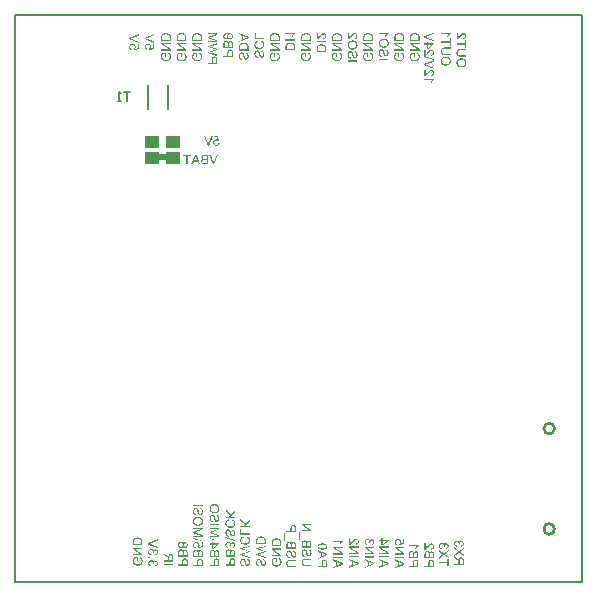
<source format=gbo>
%FSLAX25Y25*%
%MOIN*%
G70*
G01*
G75*
G04 Layer_Color=32896*
%ADD10C,0.01500*%
%ADD11C,0.00800*%
%ADD12C,0.01000*%
%ADD13R,0.07874X0.07874*%
%ADD14O,0.01969X0.03543*%
%ADD15R,0.01969X0.03543*%
%ADD16O,0.01969X0.03543*%
%ADD17R,0.03937X0.05118*%
%ADD18R,0.02362X0.02362*%
%ADD19R,0.02756X0.03347*%
%ADD20R,0.02362X0.02362*%
%ADD21R,0.03347X0.02756*%
%ADD22R,0.07874X0.07874*%
%ADD23R,0.01181X0.01378*%
%ADD24R,0.00984X0.01378*%
%ADD25R,0.01181X0.01181*%
%ADD26R,0.03937X0.03150*%
%ADD27R,0.07874X0.06000*%
%ADD28R,0.07000X0.03150*%
%ADD29R,0.08268X0.02756*%
%ADD30R,0.04843X0.02559*%
%ADD31R,0.03347X0.01575*%
%ADD32R,0.11811X0.08661*%
%ADD33R,0.05906X0.03937*%
%ADD34R,0.03937X0.02362*%
%ADD35O,0.04724X0.00984*%
%ADD36O,0.00984X0.04724*%
%ADD37O,0.01772X0.04724*%
%ADD38O,0.04724X0.01772*%
%ADD39R,0.01772X0.04724*%
%ADD40R,0.06693X0.07874*%
%ADD41R,0.15748X0.09843*%
%ADD42R,0.07087X0.08661*%
%ADD43O,0.05906X0.09843*%
%ADD44R,0.05315X0.02559*%
%ADD45R,0.02362X0.03937*%
%ADD46R,0.02362X0.05906*%
%ADD47R,0.09843X0.01969*%
%ADD48R,0.03150X0.03937*%
%ADD49R,0.11811X0.09843*%
%ADD50O,0.02362X0.07087*%
%ADD51O,0.07087X0.02362*%
%ADD52C,0.02000*%
%ADD53C,0.03000*%
%ADD54C,0.04000*%
%ADD55C,0.00500*%
%ADD56C,0.00600*%
%ADD57R,0.13900X0.08300*%
%ADD58R,0.12600X0.12100*%
%ADD59R,0.08000X0.21700*%
%ADD60R,0.12900X0.12000*%
%ADD61R,0.20000X0.24300*%
%ADD62R,0.17900X0.23800*%
%ADD63R,0.03543X0.03937*%
%ADD64C,0.02000*%
%ADD65C,0.03000*%
%ADD66C,0.04000*%
%ADD67R,0.01969X0.07874*%
%ADD68R,0.08800X0.12000*%
%ADD69R,0.11500X0.17000*%
%ADD70R,0.03600X0.47300*%
%ADD71R,0.10500X0.02800*%
%ADD72R,0.03700X0.17600*%
%ADD73R,0.06000X0.01400*%
%ADD74R,0.10800X0.14700*%
%ADD75R,0.11600X0.20800*%
%ADD76R,0.12800X0.23400*%
%ADD77C,0.00300*%
%ADD78C,0.00493*%
%ADD79C,0.00787*%
%ADD80C,0.00400*%
%ADD81C,0.00591*%
%ADD82C,0.00700*%
%ADD83R,0.11811X0.01575*%
%ADD84R,0.02756X0.04724*%
%ADD85R,0.03543X0.01968*%
%ADD86C,0.01575*%
%ADD87R,0.08674X0.08674*%
%ADD88O,0.02769X0.04343*%
%ADD89R,0.02769X0.04343*%
%ADD90O,0.02769X0.04343*%
%ADD91R,0.04737X0.05918*%
%ADD92R,0.03162X0.03162*%
%ADD93R,0.03556X0.04147*%
%ADD94R,0.03162X0.03162*%
%ADD95R,0.04147X0.03556*%
%ADD96R,0.08674X0.08674*%
%ADD97R,0.01981X0.02178*%
%ADD98R,0.01784X0.02178*%
%ADD99R,0.01981X0.01981*%
%ADD100R,0.04737X0.03950*%
%ADD101R,0.08674X0.06800*%
%ADD102R,0.07800X0.03950*%
%ADD103R,0.09068X0.03556*%
%ADD104R,0.05643X0.03359*%
%ADD105R,0.04147X0.02375*%
%ADD106R,0.12611X0.09461*%
%ADD107R,0.06706X0.04737*%
%ADD108R,0.04737X0.03162*%
%ADD109O,0.05524X0.01784*%
%ADD110O,0.01784X0.05524*%
%ADD111O,0.02572X0.05524*%
%ADD112O,0.05524X0.02572*%
%ADD113R,0.02572X0.05524*%
%ADD114R,0.07493X0.08674*%
%ADD115R,0.16548X0.10642*%
%ADD116R,0.07887X0.09461*%
%ADD117O,0.06706X0.10642*%
%ADD118R,0.06115X0.03359*%
%ADD119R,0.03162X0.04737*%
%ADD120R,0.03162X0.06706*%
%ADD121R,0.10642X0.02769*%
%ADD122R,0.03950X0.04737*%
%ADD123R,0.12611X0.10642*%
%ADD124O,0.03162X0.07887*%
%ADD125O,0.07887X0.03162*%
%ADD126R,0.04343X0.04737*%
%ADD127R,0.16200X0.23300*%
%ADD128R,0.14400X0.23500*%
%ADD129R,0.02769X0.08674*%
%ADD130R,0.04700X0.02200*%
%ADD131R,0.04500X0.04000*%
G36*
X60430Y10783D02*
X60522Y10763D01*
X60601Y10739D01*
X60674Y10709D01*
X60732Y10675D01*
X60776Y10651D01*
X60801Y10631D01*
X60810Y10627D01*
X60883Y10563D01*
X60942Y10490D01*
X60991Y10417D01*
X61035Y10343D01*
X61064Y10280D01*
X61089Y10226D01*
X61093Y10207D01*
X61098Y10192D01*
X61103Y10182D01*
Y10177D01*
X61147Y10261D01*
X61196Y10329D01*
X61240Y10387D01*
X61289Y10436D01*
X61328Y10470D01*
X61362Y10500D01*
X61381Y10514D01*
X61391Y10519D01*
X61459Y10558D01*
X61533Y10583D01*
X61596Y10602D01*
X61655Y10617D01*
X61708Y10627D01*
X61747Y10631D01*
X61781D01*
X61864Y10627D01*
X61942Y10612D01*
X62011Y10592D01*
X62074Y10568D01*
X62128Y10543D01*
X62172Y10524D01*
X62196Y10509D01*
X62206Y10504D01*
X62279Y10451D01*
X62338Y10397D01*
X62391Y10339D01*
X62435Y10280D01*
X62465Y10231D01*
X62489Y10192D01*
X62504Y10163D01*
X62509Y10158D01*
Y10153D01*
X62543Y10065D01*
X62567Y9968D01*
X62582Y9870D01*
X62596Y9777D01*
X62601Y9694D01*
Y9660D01*
X62606Y9626D01*
Y9602D01*
Y9582D01*
Y9572D01*
Y9567D01*
Y8367D01*
X59400D01*
Y9587D01*
Y9699D01*
X59410Y9797D01*
X59415Y9885D01*
X59424Y9963D01*
X59434Y10021D01*
X59439Y10065D01*
X59449Y10095D01*
Y10104D01*
X59473Y10177D01*
X59498Y10246D01*
X59522Y10309D01*
X59546Y10358D01*
X59571Y10402D01*
X59590Y10431D01*
X59600Y10451D01*
X59605Y10456D01*
X59649Y10504D01*
X59698Y10553D01*
X59746Y10592D01*
X59795Y10627D01*
X59839Y10651D01*
X59873Y10675D01*
X59898Y10685D01*
X59908Y10690D01*
X59981Y10724D01*
X60054Y10748D01*
X60127Y10763D01*
X60191Y10778D01*
X60244Y10783D01*
X60288Y10787D01*
X60327D01*
X60430Y10783D01*
D02*
G37*
G36*
X60566Y13330D02*
X60649Y13320D01*
X60723Y13306D01*
X60796Y13291D01*
X60859Y13267D01*
X60923Y13242D01*
X60976Y13218D01*
X61030Y13189D01*
X61074Y13159D01*
X61113Y13135D01*
X61147Y13110D01*
X61176Y13086D01*
X61201Y13071D01*
X61215Y13057D01*
X61225Y13047D01*
X61230Y13042D01*
X61284Y12988D01*
X61328Y12930D01*
X61367Y12871D01*
X61401Y12808D01*
X61430Y12749D01*
X61450Y12691D01*
X61489Y12578D01*
X61498Y12530D01*
X61508Y12481D01*
X61513Y12442D01*
X61518Y12403D01*
X61523Y12374D01*
Y12354D01*
Y12339D01*
Y12335D01*
X61513Y12217D01*
X61489Y12105D01*
X61459Y12003D01*
X61420Y11915D01*
X61381Y11837D01*
X61367Y11807D01*
X61352Y11778D01*
X61337Y11759D01*
X61328Y11744D01*
X61323Y11734D01*
X61318Y11729D01*
X62182Y11905D01*
Y13184D01*
X62557D01*
Y11593D01*
X60913Y11280D01*
X60859Y11651D01*
X60908Y11685D01*
X60952Y11725D01*
X60991Y11763D01*
X61025Y11798D01*
X61049Y11832D01*
X61069Y11861D01*
X61079Y11881D01*
X61084Y11885D01*
X61113Y11944D01*
X61137Y12003D01*
X61152Y12061D01*
X61167Y12115D01*
X61171Y12164D01*
X61176Y12198D01*
Y12222D01*
Y12232D01*
X61167Y12339D01*
X61147Y12437D01*
X61113Y12525D01*
X61079Y12593D01*
X61045Y12652D01*
X61010Y12691D01*
X60991Y12715D01*
X60981Y12725D01*
X60903Y12788D01*
X60815Y12837D01*
X60727Y12871D01*
X60644Y12891D01*
X60566Y12905D01*
X60532Y12910D01*
X60503D01*
X60483Y12915D01*
X60449D01*
X60322Y12905D01*
X60210Y12886D01*
X60113Y12852D01*
X60030Y12818D01*
X59966Y12783D01*
X59917Y12749D01*
X59888Y12730D01*
X59883Y12720D01*
X59878D01*
X59839Y12681D01*
X59810Y12642D01*
X59756Y12564D01*
X59722Y12481D01*
X59693Y12408D01*
X59678Y12339D01*
X59673Y12286D01*
X59668Y12266D01*
Y12252D01*
Y12242D01*
Y12237D01*
X59673Y12154D01*
X59693Y12076D01*
X59717Y12008D01*
X59742Y11949D01*
X59771Y11900D01*
X59790Y11866D01*
X59810Y11846D01*
X59815Y11837D01*
X59878Y11778D01*
X59951Y11734D01*
X60025Y11695D01*
X60098Y11671D01*
X60166Y11651D01*
X60220Y11637D01*
X60239Y11632D01*
X60254Y11627D01*
X60269D01*
X60239Y11212D01*
X60166Y11222D01*
X60093Y11236D01*
X59966Y11276D01*
X59854Y11329D01*
X59761Y11383D01*
X59722Y11412D01*
X59688Y11437D01*
X59659Y11461D01*
X59634Y11480D01*
X59615Y11500D01*
X59600Y11515D01*
X59595Y11519D01*
X59590Y11524D01*
X59546Y11578D01*
X59512Y11637D01*
X59478Y11695D01*
X59449Y11754D01*
X59405Y11871D01*
X59376Y11983D01*
X59366Y12037D01*
X59361Y12086D01*
X59356Y12129D01*
X59351Y12164D01*
X59346Y12193D01*
Y12217D01*
Y12232D01*
Y12237D01*
X59351Y12335D01*
X59361Y12427D01*
X59381Y12510D01*
X59405Y12593D01*
X59434Y12666D01*
X59468Y12740D01*
X59503Y12803D01*
X59541Y12857D01*
X59576Y12910D01*
X59610Y12954D01*
X59644Y12993D01*
X59673Y13023D01*
X59698Y13047D01*
X59717Y13067D01*
X59727Y13076D01*
X59732Y13081D01*
X59790Y13125D01*
X59854Y13164D01*
X59917Y13198D01*
X59986Y13228D01*
X60108Y13271D01*
X60225Y13306D01*
X60278Y13315D01*
X60327Y13320D01*
X60371Y13325D01*
X60410Y13330D01*
X60439Y13335D01*
X60483D01*
X60566Y13330D01*
D02*
G37*
G36*
X62660Y13833D02*
Y13515D01*
X59346Y14438D01*
Y14755D01*
X62660Y13833D01*
D02*
G37*
G36*
X65895Y22480D02*
X65983Y22465D01*
X66061Y22441D01*
X66125Y22417D01*
X66183Y22392D01*
X66223Y22368D01*
X66247Y22353D01*
X66257Y22348D01*
X66325Y22295D01*
X66388Y22231D01*
X66447Y22163D01*
X66496Y22095D01*
X66530Y22031D01*
X66559Y21982D01*
X66569Y21963D01*
X66579Y21953D01*
X66584Y21943D01*
Y21938D01*
X66598Y21899D01*
X66618Y21850D01*
X66637Y21802D01*
X66652Y21743D01*
X66686Y21626D01*
X66720Y21509D01*
X66745Y21402D01*
X66759Y21353D01*
X66769Y21309D01*
X66779Y21275D01*
X66784Y21250D01*
X66789Y21231D01*
Y21226D01*
X66813Y21133D01*
X66833Y21050D01*
X66852Y20977D01*
X66876Y20909D01*
X66896Y20850D01*
X66911Y20801D01*
X66930Y20757D01*
X66950Y20718D01*
X66964Y20684D01*
X66974Y20655D01*
X66989Y20635D01*
X66998Y20621D01*
X67013Y20596D01*
X67018Y20591D01*
X67062Y20552D01*
X67106Y20523D01*
X67155Y20499D01*
X67198Y20484D01*
X67238Y20474D01*
X67272Y20469D01*
X67301D01*
X67374Y20479D01*
X67438Y20499D01*
X67496Y20523D01*
X67545Y20557D01*
X67589Y20587D01*
X67618Y20616D01*
X67638Y20635D01*
X67643Y20640D01*
X67667Y20674D01*
X67691Y20713D01*
X67725Y20801D01*
X67750Y20894D01*
X67765Y20987D01*
X67779Y21070D01*
Y21109D01*
X67784Y21138D01*
Y21167D01*
Y21187D01*
Y21197D01*
Y21201D01*
X67779Y21333D01*
X67760Y21445D01*
X67735Y21543D01*
X67706Y21621D01*
X67677Y21680D01*
X67652Y21724D01*
X67633Y21748D01*
X67628Y21758D01*
X67564Y21821D01*
X67491Y21875D01*
X67418Y21914D01*
X67345Y21943D01*
X67277Y21963D01*
X67223Y21972D01*
X67203Y21977D01*
X67189Y21982D01*
X67174D01*
X67203Y22387D01*
X67306Y22377D01*
X67399Y22358D01*
X67486Y22329D01*
X67560Y22299D01*
X67618Y22275D01*
X67667Y22251D01*
X67696Y22231D01*
X67706Y22226D01*
X67784Y22168D01*
X67852Y22099D01*
X67911Y22031D01*
X67960Y21963D01*
X67994Y21899D01*
X68023Y21850D01*
X68033Y21831D01*
X68038Y21816D01*
X68043Y21811D01*
Y21807D01*
X68082Y21704D01*
X68111Y21597D01*
X68131Y21489D01*
X68145Y21392D01*
X68155Y21309D01*
Y21275D01*
X68160Y21240D01*
Y21216D01*
Y21197D01*
Y21187D01*
Y21182D01*
X68155Y21065D01*
X68140Y20953D01*
X68126Y20855D01*
X68106Y20767D01*
X68082Y20699D01*
X68072Y20670D01*
X68067Y20645D01*
X68057Y20621D01*
X68053Y20606D01*
X68048Y20601D01*
Y20596D01*
X68004Y20504D01*
X67950Y20421D01*
X67896Y20352D01*
X67848Y20299D01*
X67799Y20255D01*
X67760Y20221D01*
X67735Y20201D01*
X67730Y20196D01*
X67725D01*
X67647Y20152D01*
X67564Y20118D01*
X67491Y20094D01*
X67418Y20079D01*
X67360Y20069D01*
X67316Y20060D01*
X67272D01*
X67194Y20064D01*
X67115Y20079D01*
X67047Y20094D01*
X66989Y20118D01*
X66940Y20138D01*
X66906Y20152D01*
X66881Y20167D01*
X66872Y20172D01*
X66808Y20221D01*
X66750Y20274D01*
X66701Y20328D01*
X66657Y20387D01*
X66623Y20435D01*
X66598Y20474D01*
X66579Y20504D01*
X66574Y20508D01*
Y20513D01*
X66554Y20548D01*
X66540Y20591D01*
X66505Y20684D01*
X66471Y20787D01*
X66437Y20889D01*
X66413Y20982D01*
X66403Y21021D01*
X66393Y21055D01*
X66383Y21084D01*
X66379Y21109D01*
X66374Y21123D01*
Y21128D01*
X66354Y21206D01*
X66335Y21280D01*
X66320Y21348D01*
X66305Y21406D01*
X66291Y21455D01*
X66276Y21504D01*
X66266Y21543D01*
X66257Y21582D01*
X66247Y21611D01*
X66237Y21636D01*
X66227Y21675D01*
X66223Y21694D01*
X66218Y21699D01*
X66188Y21768D01*
X66154Y21831D01*
X66125Y21880D01*
X66096Y21919D01*
X66066Y21948D01*
X66047Y21972D01*
X66032Y21982D01*
X66027Y21987D01*
X65983Y22016D01*
X65939Y22036D01*
X65895Y22055D01*
X65852Y22065D01*
X65817Y22070D01*
X65788Y22075D01*
X65764D01*
X65710Y22070D01*
X65661Y22060D01*
X65613Y22046D01*
X65573Y22031D01*
X65539Y22012D01*
X65515Y21997D01*
X65495Y21987D01*
X65491Y21982D01*
X65447Y21943D01*
X65408Y21899D01*
X65373Y21855D01*
X65344Y21807D01*
X65320Y21768D01*
X65305Y21733D01*
X65295Y21714D01*
X65290Y21704D01*
X65266Y21631D01*
X65251Y21558D01*
X65237Y21489D01*
X65232Y21421D01*
X65227Y21367D01*
X65222Y21319D01*
Y21289D01*
Y21284D01*
Y21280D01*
X65227Y21182D01*
X65237Y21089D01*
X65251Y21001D01*
X65271Y20933D01*
X65285Y20870D01*
X65300Y20826D01*
X65310Y20796D01*
X65315Y20791D01*
Y20787D01*
X65354Y20713D01*
X65393Y20645D01*
X65437Y20591D01*
X65476Y20548D01*
X65510Y20508D01*
X65539Y20484D01*
X65559Y20469D01*
X65564Y20465D01*
X65627Y20430D01*
X65691Y20401D01*
X65759Y20382D01*
X65822Y20362D01*
X65881Y20352D01*
X65925Y20343D01*
X65954Y20338D01*
X65964D01*
X65930Y19938D01*
X65813Y19947D01*
X65705Y19967D01*
X65603Y19996D01*
X65520Y20025D01*
X65447Y20055D01*
X65417Y20069D01*
X65393Y20084D01*
X65373Y20094D01*
X65359Y20103D01*
X65354Y20108D01*
X65349D01*
X65261Y20177D01*
X65183Y20255D01*
X65120Y20328D01*
X65066Y20406D01*
X65022Y20469D01*
X64993Y20523D01*
X64983Y20543D01*
X64973Y20557D01*
X64968Y20567D01*
Y20572D01*
X64929Y20689D01*
X64900Y20811D01*
X64876Y20933D01*
X64861Y21045D01*
X64856Y21099D01*
X64851Y21148D01*
Y21192D01*
X64846Y21226D01*
Y21255D01*
Y21280D01*
Y21294D01*
Y21299D01*
X64851Y21426D01*
X64866Y21538D01*
X64885Y21645D01*
X64910Y21733D01*
X64929Y21811D01*
X64939Y21841D01*
X64949Y21865D01*
X64959Y21885D01*
X64963Y21899D01*
X64968Y21909D01*
Y21914D01*
X65022Y22012D01*
X65076Y22099D01*
X65134Y22173D01*
X65193Y22231D01*
X65242Y22280D01*
X65281Y22309D01*
X65310Y22334D01*
X65320Y22339D01*
X65403Y22387D01*
X65491Y22421D01*
X65573Y22451D01*
X65647Y22465D01*
X65710Y22475D01*
X65759Y22485D01*
X65803D01*
X65895Y22480D01*
D02*
G37*
G36*
X66671Y25989D02*
X66833Y25969D01*
X66979Y25940D01*
X67042Y25920D01*
X67106Y25906D01*
X67159Y25886D01*
X67208Y25867D01*
X67252Y25852D01*
X67286Y25837D01*
X67316Y25828D01*
X67335Y25818D01*
X67350Y25808D01*
X67355D01*
X67491Y25730D01*
X67608Y25647D01*
X67711Y25554D01*
X67794Y25467D01*
X67857Y25389D01*
X67887Y25354D01*
X67906Y25325D01*
X67926Y25301D01*
X67935Y25281D01*
X67945Y25271D01*
Y25267D01*
X67984Y25198D01*
X68018Y25130D01*
X68067Y24993D01*
X68106Y24857D01*
X68135Y24735D01*
X68140Y24676D01*
X68150Y24627D01*
X68155Y24578D01*
Y24539D01*
X68160Y24510D01*
Y24486D01*
Y24471D01*
Y24466D01*
X68155Y24344D01*
X68140Y24222D01*
X68116Y24110D01*
X68091Y24007D01*
X68053Y23910D01*
X68018Y23817D01*
X67974Y23734D01*
X67935Y23656D01*
X67891Y23588D01*
X67848Y23529D01*
X67813Y23480D01*
X67779Y23437D01*
X67750Y23402D01*
X67725Y23378D01*
X67711Y23363D01*
X67706Y23358D01*
X67618Y23285D01*
X67525Y23217D01*
X67423Y23163D01*
X67321Y23114D01*
X67218Y23070D01*
X67115Y23036D01*
X67013Y23012D01*
X66915Y22987D01*
X66818Y22968D01*
X66735Y22958D01*
X66657Y22949D01*
X66588Y22939D01*
X66535D01*
X66491Y22934D01*
X66457D01*
X66301Y22944D01*
X66154Y22963D01*
X66018Y22992D01*
X65959Y23007D01*
X65900Y23027D01*
X65847Y23041D01*
X65798Y23056D01*
X65759Y23070D01*
X65725Y23085D01*
X65695Y23100D01*
X65676Y23105D01*
X65661Y23114D01*
X65656D01*
X65525Y23192D01*
X65403Y23275D01*
X65305Y23368D01*
X65217Y23456D01*
X65149Y23534D01*
X65124Y23568D01*
X65100Y23597D01*
X65085Y23622D01*
X65071Y23641D01*
X65066Y23651D01*
X65061Y23656D01*
X65022Y23724D01*
X64993Y23793D01*
X64939Y23934D01*
X64900Y24071D01*
X64876Y24193D01*
X64866Y24251D01*
X64856Y24305D01*
X64851Y24349D01*
Y24388D01*
X64846Y24422D01*
Y24447D01*
Y24461D01*
Y24466D01*
X64856Y24617D01*
X64876Y24764D01*
X64910Y24896D01*
X64944Y25008D01*
X64963Y25062D01*
X64978Y25105D01*
X64998Y25144D01*
X65012Y25179D01*
X65022Y25208D01*
X65032Y25227D01*
X65042Y25237D01*
Y25242D01*
X65124Y25369D01*
X65217Y25481D01*
X65315Y25579D01*
X65408Y25657D01*
X65491Y25715D01*
X65530Y25740D01*
X65559Y25764D01*
X65588Y25779D01*
X65608Y25789D01*
X65617Y25798D01*
X65622D01*
X65769Y25867D01*
X65920Y25916D01*
X66066Y25950D01*
X66203Y25974D01*
X66266Y25984D01*
X66320Y25989D01*
X66369Y25994D01*
X66413D01*
X66447Y25998D01*
X66496D01*
X66671Y25989D01*
D02*
G37*
G36*
X61767Y7840D02*
X61850Y7830D01*
X61923Y7816D01*
X61986Y7796D01*
X62040Y7777D01*
X62079Y7762D01*
X62103Y7752D01*
X62113Y7747D01*
X62186Y7708D01*
X62245Y7664D01*
X62299Y7620D01*
X62343Y7581D01*
X62377Y7547D01*
X62401Y7518D01*
X62416Y7493D01*
X62421Y7489D01*
X62460Y7425D01*
X62494Y7357D01*
X62518Y7293D01*
X62538Y7230D01*
X62552Y7176D01*
X62562Y7132D01*
X62572Y7103D01*
Y7098D01*
Y7093D01*
X62582Y7025D01*
X62591Y6947D01*
X62596Y6864D01*
X62601Y6786D01*
X62606Y6713D01*
Y6659D01*
Y6635D01*
Y6620D01*
Y6610D01*
Y6605D01*
Y5400D01*
X59400D01*
Y5825D01*
X60708D01*
Y6644D01*
X60713Y6766D01*
X60718Y6879D01*
X60732Y6981D01*
X60752Y7079D01*
X60771Y7162D01*
X60796Y7240D01*
X60820Y7308D01*
X60849Y7367D01*
X60874Y7420D01*
X60898Y7464D01*
X60923Y7498D01*
X60942Y7533D01*
X60962Y7552D01*
X60976Y7567D01*
X60981Y7576D01*
X60986Y7581D01*
X61040Y7630D01*
X61098Y7669D01*
X61157Y7703D01*
X61215Y7733D01*
X61328Y7781D01*
X61440Y7811D01*
X61489Y7825D01*
X61533Y7830D01*
X61576Y7835D01*
X61611Y7840D01*
X61640Y7845D01*
X61679D01*
X61767Y7840D01*
D02*
G37*
G36*
X62606Y25374D02*
X59400D01*
Y25798D01*
X62606D01*
Y25374D01*
D02*
G37*
G36*
X56767Y7940D02*
X56850Y7930D01*
X56923Y7916D01*
X56986Y7896D01*
X57040Y7877D01*
X57079Y7862D01*
X57104Y7852D01*
X57113Y7847D01*
X57187Y7808D01*
X57245Y7764D01*
X57299Y7720D01*
X57343Y7681D01*
X57377Y7647D01*
X57401Y7618D01*
X57416Y7593D01*
X57421Y7589D01*
X57460Y7525D01*
X57494Y7457D01*
X57518Y7393D01*
X57538Y7330D01*
X57552Y7276D01*
X57562Y7232D01*
X57572Y7203D01*
Y7198D01*
Y7193D01*
X57582Y7125D01*
X57591Y7047D01*
X57596Y6964D01*
X57601Y6886D01*
X57606Y6813D01*
Y6759D01*
Y6735D01*
Y6720D01*
Y6710D01*
Y6705D01*
Y5500D01*
X54400D01*
Y5925D01*
X55708D01*
Y6744D01*
X55713Y6866D01*
X55718Y6979D01*
X55732Y7081D01*
X55752Y7179D01*
X55771Y7262D01*
X55796Y7340D01*
X55820Y7408D01*
X55849Y7467D01*
X55874Y7520D01*
X55898Y7564D01*
X55923Y7598D01*
X55942Y7633D01*
X55962Y7652D01*
X55976Y7667D01*
X55981Y7677D01*
X55986Y7681D01*
X56040Y7730D01*
X56098Y7769D01*
X56157Y7803D01*
X56215Y7833D01*
X56328Y7881D01*
X56440Y7911D01*
X56489Y7925D01*
X56533Y7930D01*
X56577Y7935D01*
X56611Y7940D01*
X56640Y7945D01*
X56679D01*
X56767Y7940D01*
D02*
G37*
G36*
X55430Y10883D02*
X55522Y10863D01*
X55601Y10839D01*
X55674Y10809D01*
X55732Y10775D01*
X55776Y10751D01*
X55801Y10731D01*
X55810Y10727D01*
X55884Y10663D01*
X55942Y10590D01*
X55991Y10517D01*
X56035Y10443D01*
X56064Y10380D01*
X56089Y10326D01*
X56093Y10307D01*
X56098Y10292D01*
X56103Y10282D01*
Y10278D01*
X56147Y10361D01*
X56196Y10429D01*
X56240Y10487D01*
X56289Y10536D01*
X56328Y10570D01*
X56362Y10600D01*
X56381Y10614D01*
X56391Y10619D01*
X56459Y10658D01*
X56533Y10683D01*
X56596Y10702D01*
X56655Y10717D01*
X56708Y10727D01*
X56747Y10731D01*
X56781D01*
X56864Y10727D01*
X56942Y10712D01*
X57011Y10692D01*
X57074Y10668D01*
X57128Y10644D01*
X57172Y10624D01*
X57196Y10609D01*
X57206Y10605D01*
X57279Y10551D01*
X57338Y10497D01*
X57391Y10439D01*
X57435Y10380D01*
X57465Y10331D01*
X57489Y10292D01*
X57504Y10263D01*
X57509Y10258D01*
Y10253D01*
X57543Y10165D01*
X57567Y10068D01*
X57582Y9970D01*
X57596Y9877D01*
X57601Y9794D01*
Y9760D01*
X57606Y9726D01*
Y9702D01*
Y9682D01*
Y9672D01*
Y9668D01*
Y8467D01*
X54400D01*
Y9687D01*
Y9799D01*
X54410Y9897D01*
X54415Y9985D01*
X54424Y10063D01*
X54434Y10121D01*
X54439Y10165D01*
X54449Y10195D01*
Y10204D01*
X54473Y10278D01*
X54498Y10346D01*
X54522Y10409D01*
X54546Y10458D01*
X54571Y10502D01*
X54590Y10531D01*
X54600Y10551D01*
X54605Y10556D01*
X54649Y10605D01*
X54698Y10653D01*
X54747Y10692D01*
X54795Y10727D01*
X54839Y10751D01*
X54873Y10775D01*
X54898Y10785D01*
X54908Y10790D01*
X54981Y10824D01*
X55054Y10848D01*
X55127Y10863D01*
X55191Y10878D01*
X55244Y10883D01*
X55288Y10887D01*
X55327D01*
X55430Y10883D01*
D02*
G37*
G36*
X62606Y17576D02*
X60376Y16809D01*
X60254Y16770D01*
X60151Y16731D01*
X60064Y16702D01*
X59991Y16683D01*
X59937Y16663D01*
X59898Y16648D01*
X59873Y16644D01*
X59864Y16639D01*
X59927Y16619D01*
X60005Y16595D01*
X60083Y16570D01*
X60161Y16546D01*
X60230Y16522D01*
X60283Y16502D01*
X60308Y16497D01*
X60322Y16492D01*
X60332Y16487D01*
X60337D01*
X62606Y15726D01*
Y15092D01*
X59400D01*
Y15502D01*
X62128D01*
X59400Y16424D01*
Y16805D01*
X62084Y17741D01*
X59400D01*
Y18151D01*
X62606D01*
Y17576D01*
D02*
G37*
G36*
X61171Y21758D02*
X61332Y21738D01*
X61479Y21709D01*
X61542Y21689D01*
X61606Y21675D01*
X61659Y21655D01*
X61708Y21636D01*
X61752Y21621D01*
X61786Y21607D01*
X61816Y21597D01*
X61835Y21587D01*
X61850Y21577D01*
X61855D01*
X61991Y21499D01*
X62108Y21416D01*
X62211Y21323D01*
X62294Y21236D01*
X62357Y21158D01*
X62387Y21123D01*
X62406Y21094D01*
X62426Y21070D01*
X62435Y21050D01*
X62445Y21040D01*
Y21035D01*
X62484Y20967D01*
X62518Y20899D01*
X62567Y20762D01*
X62606Y20626D01*
X62635Y20504D01*
X62640Y20445D01*
X62650Y20396D01*
X62655Y20347D01*
Y20308D01*
X62660Y20279D01*
Y20255D01*
Y20240D01*
Y20235D01*
X62655Y20113D01*
X62640Y19991D01*
X62616Y19879D01*
X62591Y19776D01*
X62552Y19679D01*
X62518Y19586D01*
X62474Y19503D01*
X62435Y19425D01*
X62391Y19357D01*
X62348Y19298D01*
X62313Y19249D01*
X62279Y19206D01*
X62250Y19171D01*
X62226Y19147D01*
X62211Y19132D01*
X62206Y19127D01*
X62118Y19054D01*
X62025Y18986D01*
X61923Y18932D01*
X61821Y18883D01*
X61718Y18839D01*
X61616Y18805D01*
X61513Y18781D01*
X61415Y18757D01*
X61318Y18737D01*
X61235Y18727D01*
X61157Y18718D01*
X61089Y18708D01*
X61035D01*
X60991Y18703D01*
X60957D01*
X60801Y18713D01*
X60654Y18732D01*
X60518Y18761D01*
X60459Y18776D01*
X60400Y18796D01*
X60347Y18810D01*
X60298Y18825D01*
X60259Y18839D01*
X60225Y18854D01*
X60195Y18869D01*
X60176Y18874D01*
X60161Y18883D01*
X60156D01*
X60025Y18961D01*
X59903Y19045D01*
X59805Y19137D01*
X59717Y19225D01*
X59649Y19303D01*
X59624Y19337D01*
X59600Y19367D01*
X59585Y19391D01*
X59571Y19410D01*
X59566Y19420D01*
X59561Y19425D01*
X59522Y19493D01*
X59493Y19562D01*
X59439Y19703D01*
X59400Y19840D01*
X59376Y19962D01*
X59366Y20020D01*
X59356Y20074D01*
X59351Y20118D01*
Y20157D01*
X59346Y20191D01*
Y20216D01*
Y20230D01*
Y20235D01*
X59356Y20387D01*
X59376Y20533D01*
X59410Y20665D01*
X59444Y20777D01*
X59463Y20831D01*
X59478Y20875D01*
X59498Y20913D01*
X59512Y20948D01*
X59522Y20977D01*
X59532Y20997D01*
X59541Y21006D01*
Y21011D01*
X59624Y21138D01*
X59717Y21250D01*
X59815Y21348D01*
X59908Y21426D01*
X59991Y21485D01*
X60030Y21509D01*
X60059Y21533D01*
X60088Y21548D01*
X60108Y21558D01*
X60117Y21567D01*
X60122D01*
X60269Y21636D01*
X60420Y21685D01*
X60566Y21719D01*
X60703Y21743D01*
X60766Y21753D01*
X60820Y21758D01*
X60869Y21763D01*
X60913D01*
X60947Y21768D01*
X60996D01*
X61171Y21758D01*
D02*
G37*
G36*
X60395Y24715D02*
X60483Y24700D01*
X60561Y24676D01*
X60625Y24652D01*
X60683Y24627D01*
X60723Y24603D01*
X60747Y24588D01*
X60757Y24583D01*
X60825Y24530D01*
X60888Y24466D01*
X60947Y24398D01*
X60996Y24329D01*
X61030Y24266D01*
X61059Y24217D01*
X61069Y24198D01*
X61079Y24188D01*
X61084Y24178D01*
Y24173D01*
X61098Y24134D01*
X61118Y24085D01*
X61137Y24037D01*
X61152Y23978D01*
X61186Y23861D01*
X61220Y23744D01*
X61245Y23637D01*
X61259Y23588D01*
X61269Y23544D01*
X61279Y23510D01*
X61284Y23485D01*
X61289Y23466D01*
Y23461D01*
X61313Y23368D01*
X61332Y23285D01*
X61352Y23212D01*
X61376Y23144D01*
X61396Y23085D01*
X61411Y23036D01*
X61430Y22992D01*
X61450Y22953D01*
X61464Y22919D01*
X61474Y22890D01*
X61489Y22870D01*
X61498Y22856D01*
X61513Y22831D01*
X61518Y22827D01*
X61562Y22787D01*
X61606Y22758D01*
X61655Y22734D01*
X61699Y22719D01*
X61738Y22709D01*
X61772Y22704D01*
X61801D01*
X61874Y22714D01*
X61938Y22734D01*
X61996Y22758D01*
X62045Y22792D01*
X62089Y22822D01*
X62118Y22851D01*
X62138Y22870D01*
X62143Y22875D01*
X62167Y22909D01*
X62191Y22949D01*
X62226Y23036D01*
X62250Y23129D01*
X62265Y23222D01*
X62279Y23305D01*
Y23344D01*
X62284Y23373D01*
Y23402D01*
Y23422D01*
Y23432D01*
Y23437D01*
X62279Y23568D01*
X62260Y23681D01*
X62235Y23778D01*
X62206Y23856D01*
X62177Y23915D01*
X62152Y23959D01*
X62133Y23983D01*
X62128Y23993D01*
X62064Y24056D01*
X61991Y24110D01*
X61918Y24149D01*
X61845Y24178D01*
X61777Y24198D01*
X61723Y24207D01*
X61703Y24212D01*
X61689Y24217D01*
X61674D01*
X61703Y24622D01*
X61806Y24613D01*
X61899Y24593D01*
X61986Y24564D01*
X62060Y24534D01*
X62118Y24510D01*
X62167Y24486D01*
X62196Y24466D01*
X62206Y24461D01*
X62284Y24403D01*
X62352Y24334D01*
X62411Y24266D01*
X62460Y24198D01*
X62494Y24134D01*
X62523Y24085D01*
X62533Y24066D01*
X62538Y24051D01*
X62543Y24047D01*
Y24042D01*
X62582Y23939D01*
X62611Y23832D01*
X62631Y23724D01*
X62645Y23627D01*
X62655Y23544D01*
Y23510D01*
X62660Y23475D01*
Y23451D01*
Y23432D01*
Y23422D01*
Y23417D01*
X62655Y23300D01*
X62640Y23188D01*
X62626Y23090D01*
X62606Y23002D01*
X62582Y22934D01*
X62572Y22905D01*
X62567Y22880D01*
X62557Y22856D01*
X62552Y22841D01*
X62548Y22836D01*
Y22831D01*
X62504Y22739D01*
X62450Y22656D01*
X62396Y22587D01*
X62348Y22534D01*
X62299Y22490D01*
X62260Y22456D01*
X62235Y22436D01*
X62230Y22431D01*
X62226D01*
X62147Y22387D01*
X62064Y22353D01*
X61991Y22329D01*
X61918Y22314D01*
X61860Y22304D01*
X61816Y22295D01*
X61772D01*
X61694Y22299D01*
X61616Y22314D01*
X61547Y22329D01*
X61489Y22353D01*
X61440Y22373D01*
X61406Y22387D01*
X61381Y22402D01*
X61371Y22407D01*
X61308Y22456D01*
X61250Y22509D01*
X61201Y22563D01*
X61157Y22622D01*
X61123Y22670D01*
X61098Y22709D01*
X61079Y22739D01*
X61074Y22743D01*
Y22748D01*
X61054Y22783D01*
X61040Y22827D01*
X61006Y22919D01*
X60971Y23022D01*
X60937Y23124D01*
X60913Y23217D01*
X60903Y23256D01*
X60893Y23290D01*
X60883Y23319D01*
X60879Y23344D01*
X60874Y23358D01*
Y23363D01*
X60854Y23441D01*
X60835Y23515D01*
X60820Y23583D01*
X60805Y23641D01*
X60791Y23690D01*
X60776Y23739D01*
X60766Y23778D01*
X60757Y23817D01*
X60747Y23846D01*
X60737Y23871D01*
X60727Y23910D01*
X60723Y23929D01*
X60718Y23934D01*
X60688Y24003D01*
X60654Y24066D01*
X60625Y24115D01*
X60596Y24154D01*
X60566Y24183D01*
X60547Y24207D01*
X60532Y24217D01*
X60527Y24222D01*
X60483Y24251D01*
X60439Y24271D01*
X60395Y24291D01*
X60352Y24300D01*
X60317Y24305D01*
X60288Y24310D01*
X60264D01*
X60210Y24305D01*
X60161Y24295D01*
X60113Y24281D01*
X60073Y24266D01*
X60039Y24247D01*
X60015Y24232D01*
X59995Y24222D01*
X59991Y24217D01*
X59947Y24178D01*
X59908Y24134D01*
X59873Y24090D01*
X59844Y24042D01*
X59820Y24003D01*
X59805Y23968D01*
X59795Y23949D01*
X59790Y23939D01*
X59766Y23866D01*
X59751Y23793D01*
X59737Y23724D01*
X59732Y23656D01*
X59727Y23602D01*
X59722Y23554D01*
Y23524D01*
Y23519D01*
Y23515D01*
X59727Y23417D01*
X59737Y23324D01*
X59751Y23236D01*
X59771Y23168D01*
X59785Y23105D01*
X59800Y23061D01*
X59810Y23031D01*
X59815Y23027D01*
Y23022D01*
X59854Y22949D01*
X59893Y22880D01*
X59937Y22827D01*
X59976Y22783D01*
X60010Y22743D01*
X60039Y22719D01*
X60059Y22704D01*
X60064Y22700D01*
X60127Y22665D01*
X60191Y22636D01*
X60259Y22617D01*
X60322Y22597D01*
X60381Y22587D01*
X60425Y22578D01*
X60454Y22573D01*
X60464D01*
X60430Y22173D01*
X60313Y22182D01*
X60205Y22202D01*
X60103Y22231D01*
X60020Y22260D01*
X59947Y22290D01*
X59917Y22304D01*
X59893Y22319D01*
X59873Y22329D01*
X59859Y22339D01*
X59854Y22343D01*
X59849D01*
X59761Y22412D01*
X59683Y22490D01*
X59620Y22563D01*
X59566Y22641D01*
X59522Y22704D01*
X59493Y22758D01*
X59483Y22778D01*
X59473Y22792D01*
X59468Y22802D01*
Y22807D01*
X59429Y22924D01*
X59400Y23046D01*
X59376Y23168D01*
X59361Y23280D01*
X59356Y23334D01*
X59351Y23383D01*
Y23427D01*
X59346Y23461D01*
Y23490D01*
Y23515D01*
Y23529D01*
Y23534D01*
X59351Y23661D01*
X59366Y23773D01*
X59385Y23881D01*
X59410Y23968D01*
X59429Y24047D01*
X59439Y24076D01*
X59449Y24100D01*
X59459Y24120D01*
X59463Y24134D01*
X59468Y24144D01*
Y24149D01*
X59522Y24247D01*
X59576Y24334D01*
X59634Y24408D01*
X59693Y24466D01*
X59742Y24515D01*
X59781Y24544D01*
X59810Y24569D01*
X59820Y24574D01*
X59903Y24622D01*
X59991Y24656D01*
X60073Y24686D01*
X60147Y24700D01*
X60210Y24710D01*
X60259Y24720D01*
X60303D01*
X60395Y24715D01*
D02*
G37*
G36*
X71196Y17607D02*
X71283Y17593D01*
X71361Y17568D01*
X71425Y17544D01*
X71483Y17519D01*
X71522Y17495D01*
X71547Y17480D01*
X71557Y17476D01*
X71625Y17422D01*
X71688Y17358D01*
X71747Y17290D01*
X71796Y17222D01*
X71830Y17158D01*
X71859Y17109D01*
X71869Y17090D01*
X71879Y17080D01*
X71884Y17071D01*
Y17066D01*
X71898Y17027D01*
X71918Y16978D01*
X71937Y16929D01*
X71952Y16870D01*
X71986Y16753D01*
X72020Y16636D01*
X72045Y16529D01*
X72059Y16480D01*
X72069Y16436D01*
X72079Y16402D01*
X72084Y16377D01*
X72089Y16358D01*
Y16353D01*
X72113Y16260D01*
X72132Y16177D01*
X72152Y16104D01*
X72176Y16036D01*
X72196Y15977D01*
X72211Y15929D01*
X72230Y15885D01*
X72250Y15846D01*
X72264Y15811D01*
X72274Y15782D01*
X72289Y15763D01*
X72298Y15748D01*
X72313Y15724D01*
X72318Y15719D01*
X72362Y15680D01*
X72406Y15650D01*
X72455Y15626D01*
X72499Y15611D01*
X72537Y15602D01*
X72572Y15597D01*
X72601D01*
X72674Y15607D01*
X72738Y15626D01*
X72796Y15650D01*
X72845Y15685D01*
X72889Y15714D01*
X72918Y15743D01*
X72938Y15763D01*
X72943Y15767D01*
X72967Y15802D01*
X72991Y15841D01*
X73026Y15929D01*
X73050Y16021D01*
X73065Y16114D01*
X73079Y16197D01*
Y16236D01*
X73084Y16265D01*
Y16295D01*
Y16314D01*
Y16324D01*
Y16329D01*
X73079Y16461D01*
X73060Y16573D01*
X73035Y16670D01*
X73006Y16748D01*
X72977Y16807D01*
X72952Y16851D01*
X72933Y16875D01*
X72928Y16885D01*
X72865Y16949D01*
X72791Y17002D01*
X72718Y17041D01*
X72645Y17071D01*
X72577Y17090D01*
X72523Y17100D01*
X72503Y17105D01*
X72489Y17109D01*
X72474D01*
X72503Y17515D01*
X72606Y17505D01*
X72699Y17485D01*
X72786Y17456D01*
X72860Y17427D01*
X72918Y17402D01*
X72967Y17378D01*
X72996Y17358D01*
X73006Y17354D01*
X73084Y17295D01*
X73152Y17227D01*
X73211Y17158D01*
X73260Y17090D01*
X73294Y17027D01*
X73323Y16978D01*
X73333Y16958D01*
X73338Y16944D01*
X73343Y16939D01*
Y16934D01*
X73382Y16831D01*
X73411Y16724D01*
X73431Y16617D01*
X73445Y16519D01*
X73455Y16436D01*
Y16402D01*
X73460Y16368D01*
Y16343D01*
Y16324D01*
Y16314D01*
Y16309D01*
X73455Y16192D01*
X73440Y16080D01*
X73426Y15982D01*
X73406Y15894D01*
X73382Y15826D01*
X73372Y15797D01*
X73367Y15772D01*
X73357Y15748D01*
X73352Y15733D01*
X73348Y15729D01*
Y15724D01*
X73304Y15631D01*
X73250Y15548D01*
X73196Y15480D01*
X73147Y15426D01*
X73099Y15382D01*
X73060Y15348D01*
X73035Y15328D01*
X73030Y15323D01*
X73026D01*
X72947Y15280D01*
X72865Y15245D01*
X72791Y15221D01*
X72718Y15206D01*
X72659Y15197D01*
X72616Y15187D01*
X72572D01*
X72494Y15192D01*
X72416Y15206D01*
X72347Y15221D01*
X72289Y15245D01*
X72240Y15265D01*
X72206Y15280D01*
X72181Y15294D01*
X72171Y15299D01*
X72108Y15348D01*
X72049Y15402D01*
X72001Y15455D01*
X71957Y15514D01*
X71923Y15563D01*
X71898Y15602D01*
X71879Y15631D01*
X71874Y15636D01*
Y15641D01*
X71854Y15675D01*
X71840Y15719D01*
X71806Y15811D01*
X71771Y15914D01*
X71737Y16016D01*
X71713Y16109D01*
X71703Y16148D01*
X71693Y16182D01*
X71684Y16212D01*
X71679Y16236D01*
X71674Y16251D01*
Y16255D01*
X71654Y16334D01*
X71635Y16407D01*
X71620Y16475D01*
X71605Y16534D01*
X71591Y16582D01*
X71576Y16631D01*
X71566Y16670D01*
X71557Y16709D01*
X71547Y16739D01*
X71537Y16763D01*
X71527Y16802D01*
X71522Y16822D01*
X71518Y16826D01*
X71488Y16895D01*
X71454Y16958D01*
X71425Y17007D01*
X71396Y17046D01*
X71366Y17075D01*
X71347Y17100D01*
X71332Y17109D01*
X71327Y17114D01*
X71283Y17144D01*
X71239Y17163D01*
X71196Y17183D01*
X71152Y17192D01*
X71117Y17197D01*
X71088Y17202D01*
X71064D01*
X71010Y17197D01*
X70961Y17188D01*
X70912Y17173D01*
X70873Y17158D01*
X70839Y17139D01*
X70815Y17124D01*
X70795Y17114D01*
X70790Y17109D01*
X70747Y17071D01*
X70707Y17027D01*
X70673Y16983D01*
X70644Y16934D01*
X70620Y16895D01*
X70605Y16861D01*
X70595Y16841D01*
X70590Y16831D01*
X70566Y16758D01*
X70551Y16685D01*
X70537Y16617D01*
X70532Y16548D01*
X70527Y16495D01*
X70522Y16446D01*
Y16417D01*
Y16412D01*
Y16407D01*
X70527Y16309D01*
X70537Y16217D01*
X70551Y16129D01*
X70571Y16060D01*
X70586Y15997D01*
X70600Y15953D01*
X70610Y15924D01*
X70615Y15919D01*
Y15914D01*
X70654Y15841D01*
X70693Y15772D01*
X70737Y15719D01*
X70776Y15675D01*
X70810Y15636D01*
X70839Y15611D01*
X70859Y15597D01*
X70864Y15592D01*
X70927Y15558D01*
X70991Y15528D01*
X71059Y15509D01*
X71122Y15489D01*
X71181Y15480D01*
X71225Y15470D01*
X71254Y15465D01*
X71264D01*
X71230Y15065D01*
X71113Y15075D01*
X71005Y15094D01*
X70903Y15123D01*
X70820Y15153D01*
X70747Y15182D01*
X70717Y15197D01*
X70693Y15211D01*
X70673Y15221D01*
X70659Y15231D01*
X70654Y15236D01*
X70649D01*
X70561Y15304D01*
X70483Y15382D01*
X70420Y15455D01*
X70366Y15533D01*
X70322Y15597D01*
X70293Y15650D01*
X70283Y15670D01*
X70273Y15685D01*
X70268Y15694D01*
Y15699D01*
X70229Y15816D01*
X70200Y15938D01*
X70176Y16060D01*
X70161Y16173D01*
X70156Y16226D01*
X70151Y16275D01*
Y16319D01*
X70146Y16353D01*
Y16382D01*
Y16407D01*
Y16421D01*
Y16426D01*
X70151Y16553D01*
X70166Y16665D01*
X70185Y16773D01*
X70210Y16861D01*
X70229Y16939D01*
X70239Y16968D01*
X70249Y16992D01*
X70259Y17012D01*
X70263Y17027D01*
X70268Y17036D01*
Y17041D01*
X70322Y17139D01*
X70376Y17227D01*
X70434Y17300D01*
X70493Y17358D01*
X70542Y17407D01*
X70581Y17436D01*
X70610Y17461D01*
X70620Y17466D01*
X70703Y17515D01*
X70790Y17549D01*
X70873Y17578D01*
X70947Y17593D01*
X71010Y17602D01*
X71059Y17612D01*
X71103D01*
X71196Y17607D01*
D02*
G37*
G36*
X71322Y20477D02*
X71181Y20438D01*
X71054Y20389D01*
X70951Y20330D01*
X70864Y20277D01*
X70800Y20223D01*
X70751Y20179D01*
X70722Y20150D01*
X70717Y20145D01*
X70712Y20140D01*
X70644Y20042D01*
X70595Y19945D01*
X70556Y19842D01*
X70532Y19750D01*
X70517Y19667D01*
X70512Y19628D01*
Y19598D01*
X70507Y19574D01*
Y19554D01*
Y19545D01*
Y19540D01*
X70512Y19432D01*
X70532Y19330D01*
X70556Y19237D01*
X70581Y19159D01*
X70610Y19091D01*
X70629Y19037D01*
X70639Y19018D01*
X70649Y19003D01*
X70654Y18998D01*
Y18993D01*
X70717Y18905D01*
X70790Y18832D01*
X70864Y18769D01*
X70942Y18715D01*
X71005Y18676D01*
X71064Y18652D01*
X71083Y18642D01*
X71098Y18632D01*
X71108Y18627D01*
X71113D01*
X71230Y18588D01*
X71352Y18559D01*
X71474Y18539D01*
X71586Y18525D01*
X71635Y18520D01*
X71679Y18515D01*
X71723D01*
X71757Y18510D01*
X71825D01*
X71942Y18515D01*
X72054Y18525D01*
X72157Y18539D01*
X72250Y18559D01*
X72328Y18578D01*
X72362Y18583D01*
X72386Y18593D01*
X72411Y18598D01*
X72425Y18603D01*
X72435Y18608D01*
X72440D01*
X72547Y18652D01*
X72645Y18705D01*
X72723Y18764D01*
X72791Y18817D01*
X72845Y18871D01*
X72884Y18915D01*
X72908Y18944D01*
X72918Y18949D01*
Y18954D01*
X72977Y19052D01*
X73021Y19154D01*
X73055Y19257D01*
X73074Y19354D01*
X73089Y19442D01*
X73094Y19476D01*
Y19511D01*
X73099Y19535D01*
Y19554D01*
Y19564D01*
Y19569D01*
X73094Y19686D01*
X73074Y19789D01*
X73050Y19881D01*
X73021Y19955D01*
X72987Y20018D01*
X72962Y20062D01*
X72943Y20091D01*
X72938Y20101D01*
X72869Y20179D01*
X72791Y20243D01*
X72703Y20301D01*
X72620Y20345D01*
X72547Y20379D01*
X72513Y20394D01*
X72484Y20408D01*
X72459Y20418D01*
X72440Y20423D01*
X72430Y20428D01*
X72425D01*
X72523Y20848D01*
X72679Y20789D01*
X72752Y20755D01*
X72816Y20721D01*
X72879Y20682D01*
X72938Y20643D01*
X72987Y20608D01*
X73035Y20569D01*
X73074Y20535D01*
X73109Y20501D01*
X73143Y20467D01*
X73167Y20443D01*
X73187Y20418D01*
X73201Y20403D01*
X73206Y20394D01*
X73211Y20389D01*
X73255Y20325D01*
X73294Y20262D01*
X73328Y20194D01*
X73357Y20125D01*
X73401Y19989D01*
X73431Y19862D01*
X73440Y19803D01*
X73445Y19750D01*
X73450Y19701D01*
X73455Y19662D01*
X73460Y19628D01*
Y19598D01*
Y19584D01*
Y19579D01*
X73450Y19423D01*
X73431Y19276D01*
X73396Y19144D01*
X73382Y19086D01*
X73362Y19032D01*
X73343Y18983D01*
X73328Y18935D01*
X73309Y18896D01*
X73294Y18866D01*
X73284Y18837D01*
X73274Y18817D01*
X73265Y18808D01*
Y18803D01*
X73187Y18681D01*
X73094Y18569D01*
X73001Y18476D01*
X72908Y18403D01*
X72825Y18339D01*
X72791Y18315D01*
X72762Y18295D01*
X72733Y18281D01*
X72713Y18271D01*
X72703Y18261D01*
X72699D01*
X72557Y18198D01*
X72406Y18149D01*
X72259Y18120D01*
X72123Y18095D01*
X72059Y18086D01*
X72006Y18081D01*
X71952Y18076D01*
X71908D01*
X71874Y18071D01*
X71825D01*
X71654Y18076D01*
X71498Y18095D01*
X71352Y18125D01*
X71283Y18139D01*
X71225Y18154D01*
X71166Y18169D01*
X71117Y18183D01*
X71074Y18198D01*
X71034Y18212D01*
X71005Y18222D01*
X70986Y18232D01*
X70971Y18237D01*
X70966D01*
X70825Y18305D01*
X70703Y18388D01*
X70595Y18466D01*
X70512Y18549D01*
X70444Y18617D01*
X70395Y18676D01*
X70381Y18700D01*
X70366Y18715D01*
X70361Y18725D01*
X70356Y18730D01*
X70317Y18793D01*
X70288Y18861D01*
X70234Y18998D01*
X70200Y19140D01*
X70171Y19276D01*
X70166Y19335D01*
X70156Y19393D01*
X70151Y19442D01*
Y19486D01*
X70146Y19525D01*
Y19549D01*
Y19569D01*
Y19574D01*
X70151Y19667D01*
X70156Y19755D01*
X70190Y19916D01*
X70210Y19989D01*
X70234Y20062D01*
X70259Y20125D01*
X70283Y20184D01*
X70307Y20238D01*
X70332Y20281D01*
X70356Y20321D01*
X70376Y20355D01*
X70395Y20384D01*
X70410Y20403D01*
X70415Y20413D01*
X70420Y20418D01*
X70473Y20482D01*
X70532Y20540D01*
X70659Y20638D01*
X70790Y20726D01*
X70922Y20789D01*
X70981Y20818D01*
X71034Y20838D01*
X71088Y20857D01*
X71127Y20877D01*
X71166Y20887D01*
X71191Y20896D01*
X71210Y20901D01*
X71215D01*
X71322Y20477D01*
D02*
G37*
G36*
X72103Y22648D02*
X73406Y23995D01*
Y23419D01*
X71820Y21828D01*
X73406D01*
Y21404D01*
X70200D01*
Y21828D01*
X71313D01*
X71815Y22351D01*
X70200Y23493D01*
Y24054D01*
X72103Y22648D01*
D02*
G37*
G36*
X71230Y10883D02*
X71322Y10863D01*
X71400Y10839D01*
X71474Y10809D01*
X71532Y10775D01*
X71576Y10751D01*
X71601Y10731D01*
X71610Y10727D01*
X71684Y10663D01*
X71742Y10590D01*
X71791Y10517D01*
X71835Y10443D01*
X71864Y10380D01*
X71889Y10326D01*
X71893Y10307D01*
X71898Y10292D01*
X71903Y10282D01*
Y10278D01*
X71947Y10361D01*
X71996Y10429D01*
X72040Y10487D01*
X72089Y10536D01*
X72128Y10570D01*
X72162Y10600D01*
X72181Y10614D01*
X72191Y10619D01*
X72259Y10658D01*
X72333Y10683D01*
X72396Y10702D01*
X72455Y10717D01*
X72508Y10727D01*
X72547Y10731D01*
X72581D01*
X72664Y10727D01*
X72742Y10712D01*
X72811Y10692D01*
X72874Y10668D01*
X72928Y10644D01*
X72972Y10624D01*
X72996Y10609D01*
X73006Y10605D01*
X73079Y10551D01*
X73138Y10497D01*
X73191Y10439D01*
X73235Y10380D01*
X73265Y10331D01*
X73289Y10292D01*
X73304Y10263D01*
X73309Y10258D01*
Y10253D01*
X73343Y10165D01*
X73367Y10068D01*
X73382Y9970D01*
X73396Y9877D01*
X73401Y9794D01*
Y9760D01*
X73406Y9726D01*
Y9702D01*
Y9682D01*
Y9672D01*
Y9668D01*
Y8467D01*
X70200D01*
Y9687D01*
Y9799D01*
X70210Y9897D01*
X70215Y9985D01*
X70224Y10063D01*
X70234Y10121D01*
X70239Y10165D01*
X70249Y10195D01*
Y10204D01*
X70273Y10278D01*
X70298Y10346D01*
X70322Y10409D01*
X70346Y10458D01*
X70371Y10502D01*
X70390Y10531D01*
X70400Y10551D01*
X70405Y10556D01*
X70449Y10605D01*
X70498Y10653D01*
X70547Y10692D01*
X70595Y10727D01*
X70639Y10751D01*
X70673Y10775D01*
X70698Y10785D01*
X70707Y10790D01*
X70781Y10824D01*
X70854Y10848D01*
X70927Y10863D01*
X70991Y10878D01*
X71044Y10883D01*
X71088Y10887D01*
X71127D01*
X71230Y10883D01*
D02*
G37*
G36*
X71259Y13406D02*
X71361Y13386D01*
X71449Y13362D01*
X71522Y13332D01*
X71581Y13298D01*
X71625Y13274D01*
X71654Y13254D01*
X71664Y13249D01*
X71737Y13186D01*
X71796Y13113D01*
X71845Y13040D01*
X71879Y12971D01*
X71908Y12908D01*
X71923Y12859D01*
X71932Y12840D01*
Y12825D01*
X71937Y12815D01*
Y12810D01*
X71976Y12888D01*
X72025Y12957D01*
X72069Y13010D01*
X72113Y13059D01*
X72152Y13093D01*
X72181Y13123D01*
X72201Y13137D01*
X72211Y13142D01*
X72274Y13181D01*
X72342Y13205D01*
X72406Y13225D01*
X72464Y13240D01*
X72513Y13249D01*
X72552Y13254D01*
X72586D01*
X72669Y13249D01*
X72742Y13235D01*
X72811Y13215D01*
X72874Y13196D01*
X72923Y13176D01*
X72962Y13157D01*
X72987Y13142D01*
X72996Y13137D01*
X73065Y13088D01*
X73128Y13035D01*
X73182Y12976D01*
X73226Y12923D01*
X73260Y12874D01*
X73284Y12835D01*
X73299Y12805D01*
X73304Y12800D01*
Y12796D01*
X73343Y12713D01*
X73372Y12630D01*
X73391Y12547D01*
X73406Y12473D01*
X73416Y12410D01*
X73421Y12361D01*
Y12342D01*
Y12327D01*
Y12322D01*
Y12317D01*
Y12249D01*
X73411Y12181D01*
X73387Y12059D01*
X73352Y11947D01*
X73313Y11854D01*
X73269Y11781D01*
X73250Y11751D01*
X73235Y11727D01*
X73221Y11703D01*
X73211Y11688D01*
X73206Y11683D01*
X73201Y11678D01*
X73113Y11590D01*
X73016Y11522D01*
X72913Y11463D01*
X72816Y11424D01*
X72728Y11390D01*
X72689Y11380D01*
X72655Y11371D01*
X72630Y11366D01*
X72611Y11361D01*
X72596Y11356D01*
X72591D01*
X72523Y11751D01*
X72625Y11771D01*
X72713Y11800D01*
X72786Y11829D01*
X72845Y11863D01*
X72894Y11893D01*
X72928Y11917D01*
X72947Y11937D01*
X72952Y11942D01*
X73001Y12005D01*
X73035Y12069D01*
X73065Y12132D01*
X73079Y12195D01*
X73089Y12244D01*
X73099Y12288D01*
Y12317D01*
Y12322D01*
Y12327D01*
X73094Y12410D01*
X73074Y12483D01*
X73055Y12547D01*
X73026Y12600D01*
X73001Y12644D01*
X72977Y12678D01*
X72957Y12698D01*
X72952Y12703D01*
X72899Y12752D01*
X72835Y12786D01*
X72777Y12815D01*
X72723Y12830D01*
X72669Y12840D01*
X72630Y12849D01*
X72596D01*
X72499Y12840D01*
X72416Y12815D01*
X72347Y12786D01*
X72294Y12747D01*
X72250Y12708D01*
X72215Y12678D01*
X72196Y12654D01*
X72191Y12644D01*
X72147Y12566D01*
X72118Y12488D01*
X72093Y12415D01*
X72079Y12347D01*
X72069Y12283D01*
X72064Y12239D01*
Y12220D01*
Y12205D01*
Y12200D01*
Y12195D01*
Y12176D01*
X72069Y12156D01*
Y12137D01*
Y12132D01*
X71723Y12088D01*
X71737Y12147D01*
X71747Y12200D01*
X71752Y12249D01*
X71757Y12288D01*
X71762Y12322D01*
Y12347D01*
Y12361D01*
Y12366D01*
X71752Y12464D01*
X71732Y12547D01*
X71708Y12625D01*
X71674Y12688D01*
X71640Y12742D01*
X71615Y12781D01*
X71596Y12800D01*
X71586Y12810D01*
X71518Y12869D01*
X71444Y12913D01*
X71366Y12947D01*
X71298Y12966D01*
X71235Y12981D01*
X71186Y12986D01*
X71166Y12991D01*
X71142D01*
X71039Y12981D01*
X70947Y12961D01*
X70864Y12932D01*
X70795Y12898D01*
X70737Y12859D01*
X70698Y12830D01*
X70673Y12810D01*
X70664Y12800D01*
X70600Y12727D01*
X70551Y12649D01*
X70522Y12571D01*
X70498Y12493D01*
X70483Y12430D01*
X70478Y12381D01*
X70473Y12361D01*
Y12347D01*
Y12337D01*
Y12332D01*
X70478Y12249D01*
X70498Y12171D01*
X70522Y12103D01*
X70547Y12049D01*
X70576Y12000D01*
X70595Y11966D01*
X70615Y11947D01*
X70620Y11937D01*
X70683Y11883D01*
X70756Y11834D01*
X70839Y11795D01*
X70917Y11766D01*
X70991Y11742D01*
X71049Y11727D01*
X71069Y11717D01*
X71088D01*
X71098Y11712D01*
X71103D01*
X71049Y11317D01*
X70976Y11327D01*
X70908Y11341D01*
X70781Y11385D01*
X70669Y11434D01*
X70571Y11493D01*
X70532Y11517D01*
X70498Y11546D01*
X70468Y11571D01*
X70439Y11590D01*
X70420Y11610D01*
X70405Y11624D01*
X70400Y11629D01*
X70395Y11634D01*
X70351Y11688D01*
X70312Y11746D01*
X70278Y11800D01*
X70254Y11859D01*
X70205Y11976D01*
X70176Y12088D01*
X70166Y12137D01*
X70161Y12186D01*
X70156Y12225D01*
X70151Y12264D01*
X70146Y12293D01*
Y12313D01*
Y12327D01*
Y12332D01*
X70151Y12415D01*
X70161Y12498D01*
X70171Y12576D01*
X70190Y12649D01*
X70215Y12718D01*
X70239Y12781D01*
X70263Y12840D01*
X70293Y12893D01*
X70317Y12937D01*
X70341Y12981D01*
X70366Y13020D01*
X70390Y13049D01*
X70410Y13074D01*
X70420Y13088D01*
X70429Y13098D01*
X70434Y13103D01*
X70493Y13157D01*
X70551Y13205D01*
X70610Y13245D01*
X70669Y13279D01*
X70727Y13313D01*
X70790Y13337D01*
X70903Y13371D01*
X70951Y13386D01*
X71000Y13396D01*
X71039Y13401D01*
X71078Y13406D01*
X71108Y13410D01*
X71147D01*
X71259Y13406D01*
D02*
G37*
G36*
X73460Y13933D02*
Y13615D01*
X70146Y14538D01*
Y14855D01*
X73460Y13933D01*
D02*
G37*
G36*
X68160Y13833D02*
Y13515D01*
X64846Y14438D01*
Y14755D01*
X68160Y13833D01*
D02*
G37*
G36*
X68106Y17576D02*
X65876Y16809D01*
X65754Y16770D01*
X65652Y16731D01*
X65564Y16702D01*
X65491Y16683D01*
X65437Y16663D01*
X65398Y16648D01*
X65373Y16644D01*
X65364Y16639D01*
X65427Y16619D01*
X65505Y16595D01*
X65583Y16570D01*
X65661Y16546D01*
X65730Y16522D01*
X65783Y16502D01*
X65808Y16497D01*
X65822Y16492D01*
X65832Y16487D01*
X65837D01*
X68106Y15726D01*
Y15092D01*
X64900D01*
Y15502D01*
X67628D01*
X64900Y16424D01*
Y16805D01*
X67584Y17741D01*
X64900D01*
Y18151D01*
X68106D01*
Y17576D01*
D02*
G37*
G36*
Y18908D02*
X64900D01*
Y19332D01*
X68106D01*
Y18908D01*
D02*
G37*
G36*
X67267Y7840D02*
X67350Y7830D01*
X67423Y7816D01*
X67486Y7796D01*
X67540Y7777D01*
X67579Y7762D01*
X67603Y7752D01*
X67613Y7747D01*
X67686Y7708D01*
X67745Y7664D01*
X67799Y7620D01*
X67843Y7581D01*
X67877Y7547D01*
X67901Y7518D01*
X67916Y7493D01*
X67921Y7489D01*
X67960Y7425D01*
X67994Y7357D01*
X68018Y7293D01*
X68038Y7230D01*
X68053Y7176D01*
X68062Y7132D01*
X68072Y7103D01*
Y7098D01*
Y7093D01*
X68082Y7025D01*
X68091Y6947D01*
X68096Y6864D01*
X68101Y6786D01*
X68106Y6713D01*
Y6659D01*
Y6635D01*
Y6620D01*
Y6610D01*
Y6605D01*
Y5400D01*
X64900D01*
Y5825D01*
X66208D01*
Y6644D01*
X66213Y6766D01*
X66218Y6879D01*
X66232Y6981D01*
X66252Y7079D01*
X66271Y7162D01*
X66296Y7240D01*
X66320Y7308D01*
X66349Y7367D01*
X66374Y7420D01*
X66398Y7464D01*
X66423Y7498D01*
X66442Y7533D01*
X66462Y7552D01*
X66476Y7567D01*
X66481Y7576D01*
X66486Y7581D01*
X66540Y7630D01*
X66598Y7669D01*
X66657Y7703D01*
X66715Y7733D01*
X66828Y7781D01*
X66940Y7811D01*
X66989Y7825D01*
X67033Y7830D01*
X67076Y7835D01*
X67111Y7840D01*
X67140Y7845D01*
X67179D01*
X67267Y7840D01*
D02*
G37*
G36*
X65930Y10783D02*
X66022Y10763D01*
X66101Y10739D01*
X66174Y10709D01*
X66232Y10675D01*
X66276Y10651D01*
X66301Y10631D01*
X66310Y10627D01*
X66383Y10563D01*
X66442Y10490D01*
X66491Y10417D01*
X66535Y10343D01*
X66564Y10280D01*
X66588Y10226D01*
X66593Y10207D01*
X66598Y10192D01*
X66603Y10182D01*
Y10177D01*
X66647Y10261D01*
X66696Y10329D01*
X66740Y10387D01*
X66789Y10436D01*
X66828Y10470D01*
X66862Y10500D01*
X66881Y10514D01*
X66891Y10519D01*
X66959Y10558D01*
X67033Y10583D01*
X67096Y10602D01*
X67155Y10617D01*
X67208Y10627D01*
X67247Y10631D01*
X67281D01*
X67364Y10627D01*
X67443Y10612D01*
X67511Y10592D01*
X67574Y10568D01*
X67628Y10543D01*
X67672Y10524D01*
X67696Y10509D01*
X67706Y10504D01*
X67779Y10451D01*
X67838Y10397D01*
X67891Y10339D01*
X67935Y10280D01*
X67965Y10231D01*
X67989Y10192D01*
X68004Y10163D01*
X68009Y10158D01*
Y10153D01*
X68043Y10065D01*
X68067Y9968D01*
X68082Y9870D01*
X68096Y9777D01*
X68101Y9694D01*
Y9660D01*
X68106Y9626D01*
Y9602D01*
Y9582D01*
Y9572D01*
Y9567D01*
Y8367D01*
X64900D01*
Y9587D01*
Y9699D01*
X64910Y9797D01*
X64915Y9885D01*
X64924Y9963D01*
X64934Y10021D01*
X64939Y10065D01*
X64949Y10095D01*
Y10104D01*
X64973Y10177D01*
X64998Y10246D01*
X65022Y10309D01*
X65046Y10358D01*
X65071Y10402D01*
X65090Y10431D01*
X65100Y10451D01*
X65105Y10456D01*
X65149Y10504D01*
X65198Y10553D01*
X65246Y10592D01*
X65295Y10627D01*
X65339Y10651D01*
X65373Y10675D01*
X65398Y10685D01*
X65408Y10690D01*
X65481Y10724D01*
X65554Y10748D01*
X65627Y10763D01*
X65691Y10778D01*
X65744Y10783D01*
X65788Y10787D01*
X65827D01*
X65930Y10783D01*
D02*
G37*
G36*
X66027Y12866D02*
X68101D01*
Y12544D01*
X66027Y11080D01*
X65666D01*
Y12471D01*
X64900D01*
Y12866D01*
X65666D01*
Y13301D01*
X66027D01*
Y12866D01*
D02*
G37*
G36*
X51968Y179235D02*
X49450D01*
X51968Y177546D01*
Y177117D01*
X48762D01*
Y177522D01*
X51280D01*
X48762Y179205D01*
Y179640D01*
X51968D01*
Y179235D01*
D02*
G37*
G36*
X50538Y182992D02*
X50680Y182977D01*
X50807Y182958D01*
X50865Y182943D01*
X50919Y182934D01*
X50968Y182924D01*
X51012Y182909D01*
X51051Y182899D01*
X51080Y182890D01*
X51104Y182880D01*
X51124Y182875D01*
X51134Y182870D01*
X51139D01*
X51261Y182817D01*
X51368Y182758D01*
X51460Y182694D01*
X51539Y182631D01*
X51602Y182577D01*
X51651Y182533D01*
X51680Y182499D01*
X51690Y182494D01*
Y182490D01*
X51749Y182411D01*
X51797Y182333D01*
X51836Y182255D01*
X51866Y182182D01*
X51890Y182119D01*
X51905Y182065D01*
X51914Y182045D01*
Y182036D01*
X51919Y182026D01*
Y182021D01*
X51934Y181943D01*
X51948Y181850D01*
X51958Y181753D01*
X51963Y181665D01*
X51968Y181582D01*
Y181543D01*
Y181514D01*
Y181484D01*
Y181465D01*
Y181455D01*
Y181450D01*
Y180352D01*
X48762D01*
Y181504D01*
X48767Y181611D01*
X48772Y181709D01*
X48781Y181797D01*
X48791Y181870D01*
X48801Y181933D01*
X48806Y181977D01*
X48816Y182006D01*
Y182016D01*
X48840Y182099D01*
X48864Y182172D01*
X48889Y182236D01*
X48913Y182289D01*
X48938Y182333D01*
X48957Y182368D01*
X48967Y182392D01*
X48972Y182397D01*
X49016Y182455D01*
X49064Y182509D01*
X49113Y182563D01*
X49157Y182602D01*
X49201Y182641D01*
X49235Y182665D01*
X49255Y182685D01*
X49264Y182690D01*
X49338Y182738D01*
X49416Y182782D01*
X49494Y182821D01*
X49567Y182851D01*
X49635Y182875D01*
X49684Y182895D01*
X49704Y182899D01*
X49718Y182904D01*
X49728Y182909D01*
X49733D01*
X49840Y182939D01*
X49953Y182958D01*
X50065Y182977D01*
X50163Y182987D01*
X50250Y182992D01*
X50289D01*
X50319Y182997D01*
X50382D01*
X50538Y182992D01*
D02*
G37*
G36*
X55578Y175140D02*
X55202D01*
Y176082D01*
X54597D01*
X54553Y176023D01*
X54509Y175960D01*
X54470Y175897D01*
X54436Y175833D01*
X54406Y175775D01*
X54387Y175726D01*
X54377Y175706D01*
X54372Y175692D01*
X54367Y175687D01*
Y175682D01*
X54333Y175584D01*
X54309Y175487D01*
X54289Y175394D01*
X54280Y175316D01*
X54270Y175248D01*
X54265Y175194D01*
Y175174D01*
Y175160D01*
Y175150D01*
Y175145D01*
X54270Y175028D01*
X54285Y174916D01*
X54309Y174818D01*
X54333Y174725D01*
X54358Y174652D01*
X54372Y174618D01*
X54382Y174594D01*
X54387Y174574D01*
X54397Y174559D01*
X54402Y174550D01*
Y174545D01*
X54460Y174447D01*
X54528Y174359D01*
X54602Y174286D01*
X54670Y174228D01*
X54733Y174184D01*
X54782Y174150D01*
X54802Y174135D01*
X54816Y174125D01*
X54826Y174120D01*
X54831D01*
X54948Y174072D01*
X55065Y174037D01*
X55187Y174008D01*
X55304Y173993D01*
X55353Y173989D01*
X55402Y173984D01*
X55446Y173979D01*
X55480D01*
X55514Y173974D01*
X55553D01*
X55680Y173979D01*
X55802Y173993D01*
X55910Y174013D01*
X56007Y174037D01*
X56085Y174057D01*
X56119Y174067D01*
X56144Y174076D01*
X56168Y174086D01*
X56183Y174091D01*
X56192Y174096D01*
X56197D01*
X56261Y174125D01*
X56319Y174154D01*
X56373Y174189D01*
X56422Y174223D01*
X56461Y174252D01*
X56490Y174276D01*
X56510Y174291D01*
X56515Y174296D01*
X56568Y174350D01*
X56612Y174403D01*
X56651Y174462D01*
X56685Y174516D01*
X56715Y174564D01*
X56734Y174603D01*
X56744Y174628D01*
X56749Y174638D01*
X56778Y174721D01*
X56802Y174803D01*
X56817Y174891D01*
X56832Y174969D01*
X56837Y175038D01*
X56842Y175091D01*
Y175111D01*
Y175126D01*
Y175135D01*
Y175140D01*
X56837Y175228D01*
X56827Y175311D01*
X56812Y175384D01*
X56798Y175448D01*
X56783Y175501D01*
X56768Y175545D01*
X56759Y175570D01*
X56754Y175579D01*
X56720Y175653D01*
X56685Y175711D01*
X56646Y175765D01*
X56612Y175809D01*
X56578Y175843D01*
X56554Y175867D01*
X56534Y175882D01*
X56529Y175887D01*
X56471Y175926D01*
X56407Y175960D01*
X56344Y175989D01*
X56285Y176014D01*
X56227Y176033D01*
X56183Y176053D01*
X56154Y176058D01*
X56149Y176063D01*
X56144D01*
X56251Y176448D01*
X56368Y176414D01*
X56471Y176375D01*
X56559Y176336D01*
X56632Y176297D01*
X56695Y176258D01*
X56739Y176228D01*
X56763Y176209D01*
X56773Y176204D01*
X56846Y176141D01*
X56905Y176067D01*
X56959Y175994D01*
X57003Y175921D01*
X57042Y175858D01*
X57066Y175809D01*
X57076Y175789D01*
X57081Y175775D01*
X57086Y175765D01*
Y175760D01*
X57125Y175653D01*
X57154Y175545D01*
X57173Y175438D01*
X57188Y175345D01*
X57198Y175262D01*
Y175223D01*
X57203Y175194D01*
Y175170D01*
Y175150D01*
Y175140D01*
Y175135D01*
X57193Y174960D01*
X57173Y174803D01*
X57139Y174657D01*
X57120Y174594D01*
X57105Y174535D01*
X57086Y174481D01*
X57066Y174433D01*
X57051Y174389D01*
X57032Y174355D01*
X57022Y174330D01*
X57012Y174306D01*
X57003Y174296D01*
Y174291D01*
X56964Y174223D01*
X56920Y174164D01*
X56827Y174047D01*
X56729Y173954D01*
X56632Y173871D01*
X56539Y173813D01*
X56505Y173788D01*
X56471Y173764D01*
X56441Y173749D01*
X56422Y173740D01*
X56407Y173730D01*
X56402D01*
X56251Y173667D01*
X56095Y173618D01*
X55949Y173583D01*
X55812Y173559D01*
X55753Y173549D01*
X55700Y173545D01*
X55651Y173540D01*
X55607D01*
X55573Y173535D01*
X55529D01*
X55358Y173545D01*
X55197Y173564D01*
X55051Y173598D01*
X54982Y173613D01*
X54924Y173632D01*
X54865Y173652D01*
X54816Y173667D01*
X54773Y173686D01*
X54738Y173701D01*
X54709Y173710D01*
X54690Y173720D01*
X54675Y173730D01*
X54670D01*
X54538Y173813D01*
X54421Y173906D01*
X54319Y173998D01*
X54236Y174096D01*
X54172Y174179D01*
X54148Y174213D01*
X54128Y174247D01*
X54109Y174272D01*
X54099Y174296D01*
X54094Y174306D01*
X54089Y174311D01*
X54021Y174457D01*
X53972Y174608D01*
X53938Y174750D01*
X53914Y174887D01*
X53904Y174945D01*
X53899Y174999D01*
X53894Y175048D01*
Y175091D01*
X53889Y175126D01*
Y175150D01*
Y175165D01*
Y175170D01*
X53894Y175296D01*
X53909Y175423D01*
X53928Y175536D01*
X53953Y175638D01*
X53962Y175682D01*
X53972Y175726D01*
X53982Y175760D01*
X53992Y175789D01*
X54001Y175814D01*
X54006Y175833D01*
X54011Y175843D01*
Y175848D01*
X54065Y175970D01*
X54123Y176092D01*
X54187Y176199D01*
X54245Y176297D01*
X54304Y176380D01*
X54324Y176414D01*
X54348Y176443D01*
X54362Y176468D01*
X54377Y176482D01*
X54382Y176492D01*
X54387Y176497D01*
X55578D01*
Y175140D01*
D02*
G37*
G36*
X44466Y179518D02*
X44549Y179508D01*
X44622Y179493D01*
X44696Y179479D01*
X44759Y179455D01*
X44823Y179430D01*
X44876Y179406D01*
X44930Y179376D01*
X44974Y179347D01*
X45013Y179323D01*
X45047Y179298D01*
X45076Y179274D01*
X45101Y179259D01*
X45115Y179245D01*
X45125Y179235D01*
X45130Y179230D01*
X45184Y179176D01*
X45228Y179118D01*
X45267Y179059D01*
X45301Y178996D01*
X45330Y178937D01*
X45350Y178879D01*
X45389Y178766D01*
X45398Y178718D01*
X45408Y178669D01*
X45413Y178630D01*
X45418Y178591D01*
X45423Y178561D01*
Y178542D01*
Y178527D01*
Y178522D01*
X45413Y178405D01*
X45389Y178293D01*
X45359Y178191D01*
X45320Y178103D01*
X45281Y178025D01*
X45267Y177995D01*
X45252Y177966D01*
X45237Y177947D01*
X45228Y177932D01*
X45223Y177922D01*
X45218Y177917D01*
X46082Y178093D01*
Y179372D01*
X46457D01*
Y177781D01*
X44813Y177468D01*
X44759Y177839D01*
X44808Y177873D01*
X44852Y177912D01*
X44891Y177951D01*
X44925Y177986D01*
X44949Y178020D01*
X44969Y178049D01*
X44979Y178069D01*
X44984Y178073D01*
X45013Y178132D01*
X45037Y178191D01*
X45052Y178249D01*
X45067Y178303D01*
X45071Y178352D01*
X45076Y178386D01*
Y178410D01*
Y178420D01*
X45067Y178527D01*
X45047Y178625D01*
X45013Y178713D01*
X44979Y178781D01*
X44945Y178840D01*
X44910Y178879D01*
X44891Y178903D01*
X44881Y178913D01*
X44803Y178976D01*
X44715Y179025D01*
X44627Y179059D01*
X44544Y179079D01*
X44466Y179093D01*
X44432Y179098D01*
X44403D01*
X44383Y179103D01*
X44349D01*
X44222Y179093D01*
X44110Y179074D01*
X44012Y179040D01*
X43929Y179006D01*
X43866Y178971D01*
X43817Y178937D01*
X43788Y178918D01*
X43783Y178908D01*
X43778D01*
X43739Y178869D01*
X43710Y178830D01*
X43656Y178752D01*
X43622Y178669D01*
X43593Y178596D01*
X43578Y178527D01*
X43573Y178474D01*
X43568Y178454D01*
Y178439D01*
Y178430D01*
Y178425D01*
X43573Y178342D01*
X43593Y178264D01*
X43617Y178195D01*
X43642Y178137D01*
X43671Y178088D01*
X43690Y178054D01*
X43710Y178034D01*
X43715Y178025D01*
X43778Y177966D01*
X43851Y177922D01*
X43925Y177883D01*
X43998Y177859D01*
X44066Y177839D01*
X44120Y177825D01*
X44139Y177820D01*
X44154Y177815D01*
X44169D01*
X44139Y177400D01*
X44066Y177410D01*
X43993Y177424D01*
X43866Y177463D01*
X43754Y177517D01*
X43661Y177571D01*
X43622Y177600D01*
X43588Y177624D01*
X43559Y177649D01*
X43534Y177668D01*
X43515Y177688D01*
X43500Y177703D01*
X43495Y177707D01*
X43490Y177712D01*
X43446Y177766D01*
X43412Y177825D01*
X43378Y177883D01*
X43349Y177942D01*
X43305Y178059D01*
X43276Y178171D01*
X43266Y178225D01*
X43261Y178273D01*
X43256Y178317D01*
X43251Y178352D01*
X43246Y178381D01*
Y178405D01*
Y178420D01*
Y178425D01*
X43251Y178522D01*
X43261Y178615D01*
X43281Y178698D01*
X43305Y178781D01*
X43334Y178854D01*
X43368Y178927D01*
X43402Y178991D01*
X43442Y179045D01*
X43476Y179098D01*
X43510Y179142D01*
X43544Y179181D01*
X43573Y179210D01*
X43598Y179235D01*
X43617Y179254D01*
X43627Y179264D01*
X43632Y179269D01*
X43690Y179313D01*
X43754Y179352D01*
X43817Y179386D01*
X43886Y179415D01*
X44008Y179459D01*
X44125Y179493D01*
X44178Y179503D01*
X44227Y179508D01*
X44271Y179513D01*
X44310Y179518D01*
X44339Y179523D01*
X44383D01*
X44466Y179518D01*
D02*
G37*
G36*
X46506Y182221D02*
X44178Y181353D01*
X44081Y181319D01*
X43983Y181284D01*
X43895Y181255D01*
X43817Y181231D01*
X43749Y181211D01*
X43695Y181197D01*
X43676Y181192D01*
X43661Y181187D01*
X43656Y181182D01*
X43651D01*
X43837Y181128D01*
X43925Y181099D01*
X44008Y181070D01*
X44076Y181045D01*
X44130Y181031D01*
X44149Y181021D01*
X44164Y181016D01*
X44173Y181011D01*
X44178D01*
X46506Y180182D01*
Y179718D01*
X43300Y180962D01*
Y181397D01*
X46506Y182651D01*
Y182221D01*
D02*
G37*
G36*
X50397Y175140D02*
X50021D01*
Y176082D01*
X49416D01*
X49372Y176023D01*
X49328Y175960D01*
X49289Y175897D01*
X49255Y175833D01*
X49226Y175775D01*
X49206Y175726D01*
X49196Y175706D01*
X49191Y175692D01*
X49187Y175687D01*
Y175682D01*
X49152Y175584D01*
X49128Y175487D01*
X49108Y175394D01*
X49099Y175316D01*
X49089Y175248D01*
X49084Y175194D01*
Y175174D01*
Y175160D01*
Y175150D01*
Y175145D01*
X49089Y175028D01*
X49104Y174916D01*
X49128Y174818D01*
X49152Y174725D01*
X49177Y174652D01*
X49191Y174618D01*
X49201Y174594D01*
X49206Y174574D01*
X49216Y174559D01*
X49221Y174550D01*
Y174545D01*
X49279Y174447D01*
X49347Y174359D01*
X49421Y174286D01*
X49489Y174228D01*
X49553Y174184D01*
X49601Y174150D01*
X49621Y174135D01*
X49635Y174125D01*
X49645Y174120D01*
X49650D01*
X49767Y174072D01*
X49884Y174037D01*
X50006Y174008D01*
X50123Y173993D01*
X50172Y173989D01*
X50221Y173984D01*
X50265Y173979D01*
X50299D01*
X50333Y173974D01*
X50372D01*
X50499Y173979D01*
X50621Y173993D01*
X50728Y174013D01*
X50826Y174037D01*
X50904Y174057D01*
X50938Y174067D01*
X50963Y174076D01*
X50987Y174086D01*
X51002Y174091D01*
X51012Y174096D01*
X51016D01*
X51080Y174125D01*
X51139Y174154D01*
X51192Y174189D01*
X51241Y174223D01*
X51280Y174252D01*
X51309Y174276D01*
X51329Y174291D01*
X51334Y174296D01*
X51387Y174350D01*
X51431Y174403D01*
X51470Y174462D01*
X51504Y174516D01*
X51534Y174564D01*
X51553Y174603D01*
X51563Y174628D01*
X51568Y174638D01*
X51597Y174721D01*
X51622Y174803D01*
X51636Y174891D01*
X51651Y174969D01*
X51656Y175038D01*
X51661Y175091D01*
Y175111D01*
Y175126D01*
Y175135D01*
Y175140D01*
X51656Y175228D01*
X51646Y175311D01*
X51631Y175384D01*
X51617Y175448D01*
X51602Y175501D01*
X51587Y175545D01*
X51578Y175570D01*
X51573Y175579D01*
X51539Y175653D01*
X51504Y175711D01*
X51465Y175765D01*
X51431Y175809D01*
X51397Y175843D01*
X51373Y175867D01*
X51353Y175882D01*
X51348Y175887D01*
X51290Y175926D01*
X51226Y175960D01*
X51163Y175989D01*
X51104Y176014D01*
X51046Y176033D01*
X51002Y176053D01*
X50972Y176058D01*
X50968Y176063D01*
X50963D01*
X51070Y176448D01*
X51187Y176414D01*
X51290Y176375D01*
X51378Y176336D01*
X51451Y176297D01*
X51514Y176258D01*
X51558Y176228D01*
X51582Y176209D01*
X51592Y176204D01*
X51666Y176141D01*
X51724Y176067D01*
X51778Y175994D01*
X51822Y175921D01*
X51861Y175858D01*
X51885Y175809D01*
X51895Y175789D01*
X51900Y175775D01*
X51905Y175765D01*
Y175760D01*
X51944Y175653D01*
X51973Y175545D01*
X51992Y175438D01*
X52007Y175345D01*
X52017Y175262D01*
Y175223D01*
X52022Y175194D01*
Y175170D01*
Y175150D01*
Y175140D01*
Y175135D01*
X52012Y174960D01*
X51992Y174803D01*
X51958Y174657D01*
X51939Y174594D01*
X51924Y174535D01*
X51905Y174481D01*
X51885Y174433D01*
X51871Y174389D01*
X51851Y174355D01*
X51841Y174330D01*
X51831Y174306D01*
X51822Y174296D01*
Y174291D01*
X51783Y174223D01*
X51739Y174164D01*
X51646Y174047D01*
X51548Y173954D01*
X51451Y173871D01*
X51358Y173813D01*
X51324Y173788D01*
X51290Y173764D01*
X51261Y173749D01*
X51241Y173740D01*
X51226Y173730D01*
X51221D01*
X51070Y173667D01*
X50914Y173618D01*
X50768Y173583D01*
X50631Y173559D01*
X50572Y173549D01*
X50519Y173545D01*
X50470Y173540D01*
X50426D01*
X50392Y173535D01*
X50348D01*
X50177Y173545D01*
X50016Y173564D01*
X49870Y173598D01*
X49801Y173613D01*
X49743Y173632D01*
X49684Y173652D01*
X49635Y173667D01*
X49591Y173686D01*
X49557Y173701D01*
X49528Y173710D01*
X49509Y173720D01*
X49494Y173730D01*
X49489D01*
X49357Y173813D01*
X49240Y173906D01*
X49138Y173998D01*
X49055Y174096D01*
X48991Y174179D01*
X48967Y174213D01*
X48947Y174247D01*
X48928Y174272D01*
X48918Y174296D01*
X48913Y174306D01*
X48908Y174311D01*
X48840Y174457D01*
X48791Y174608D01*
X48757Y174750D01*
X48733Y174887D01*
X48723Y174945D01*
X48718Y174999D01*
X48713Y175048D01*
Y175091D01*
X48708Y175126D01*
Y175150D01*
Y175165D01*
Y175170D01*
X48713Y175296D01*
X48728Y175423D01*
X48747Y175536D01*
X48772Y175638D01*
X48781Y175682D01*
X48791Y175726D01*
X48801Y175760D01*
X48811Y175789D01*
X48820Y175814D01*
X48825Y175833D01*
X48830Y175843D01*
Y175848D01*
X48884Y175970D01*
X48943Y176092D01*
X49006Y176199D01*
X49064Y176297D01*
X49123Y176380D01*
X49143Y176414D01*
X49167Y176443D01*
X49182Y176468D01*
X49196Y176482D01*
X49201Y176492D01*
X49206Y176497D01*
X50397D01*
Y175140D01*
D02*
G37*
G36*
X62330Y179235D02*
X59812D01*
X62330Y177546D01*
Y177117D01*
X59124D01*
Y177522D01*
X61642D01*
X59124Y179205D01*
Y179640D01*
X62330D01*
Y179235D01*
D02*
G37*
G36*
X60900Y182992D02*
X61042Y182977D01*
X61168Y182958D01*
X61227Y182943D01*
X61281Y182934D01*
X61330Y182924D01*
X61374Y182909D01*
X61413Y182899D01*
X61442Y182890D01*
X61466Y182880D01*
X61486Y182875D01*
X61496Y182870D01*
X61500D01*
X61622Y182817D01*
X61730Y182758D01*
X61822Y182694D01*
X61901Y182631D01*
X61964Y182577D01*
X62013Y182533D01*
X62042Y182499D01*
X62052Y182494D01*
Y182490D01*
X62110Y182411D01*
X62159Y182333D01*
X62198Y182255D01*
X62227Y182182D01*
X62252Y182119D01*
X62266Y182065D01*
X62276Y182045D01*
Y182036D01*
X62281Y182026D01*
Y182021D01*
X62296Y181943D01*
X62310Y181850D01*
X62320Y181753D01*
X62325Y181665D01*
X62330Y181582D01*
Y181543D01*
Y181514D01*
Y181484D01*
Y181465D01*
Y181455D01*
Y181450D01*
Y180352D01*
X59124D01*
Y181504D01*
X59129Y181611D01*
X59134Y181709D01*
X59143Y181797D01*
X59153Y181870D01*
X59163Y181933D01*
X59168Y181977D01*
X59178Y182006D01*
Y182016D01*
X59202Y182099D01*
X59226Y182172D01*
X59251Y182236D01*
X59275Y182289D01*
X59299Y182333D01*
X59319Y182368D01*
X59329Y182392D01*
X59334Y182397D01*
X59378Y182455D01*
X59426Y182509D01*
X59475Y182563D01*
X59519Y182602D01*
X59563Y182641D01*
X59597Y182665D01*
X59617Y182685D01*
X59626Y182690D01*
X59700Y182738D01*
X59778Y182782D01*
X59856Y182821D01*
X59929Y182851D01*
X59997Y182875D01*
X60046Y182895D01*
X60066Y182899D01*
X60080Y182904D01*
X60090Y182909D01*
X60095D01*
X60202Y182939D01*
X60315Y182958D01*
X60427Y182977D01*
X60524Y182987D01*
X60612Y182992D01*
X60651D01*
X60681Y182997D01*
X60744D01*
X60900Y182992D01*
D02*
G37*
G36*
X66618Y175179D02*
X66701Y175170D01*
X66774Y175155D01*
X66838Y175135D01*
X66891Y175116D01*
X66930Y175101D01*
X66955Y175091D01*
X66964Y175087D01*
X67037Y175048D01*
X67096Y175004D01*
X67150Y174960D01*
X67194Y174921D01*
X67228Y174887D01*
X67252Y174857D01*
X67267Y174833D01*
X67272Y174828D01*
X67311Y174765D01*
X67345Y174696D01*
X67369Y174633D01*
X67389Y174569D01*
X67404Y174516D01*
X67413Y174472D01*
X67423Y174442D01*
Y174437D01*
Y174433D01*
X67433Y174364D01*
X67443Y174286D01*
X67448Y174203D01*
X67452Y174125D01*
X67457Y174052D01*
Y173998D01*
Y173974D01*
Y173959D01*
Y173950D01*
Y173945D01*
Y172739D01*
X64251D01*
Y173164D01*
X65559D01*
Y173984D01*
X65564Y174106D01*
X65569Y174218D01*
X65583Y174320D01*
X65603Y174418D01*
X65622Y174501D01*
X65647Y174579D01*
X65671Y174647D01*
X65700Y174706D01*
X65725Y174760D01*
X65749Y174803D01*
X65774Y174838D01*
X65793Y174872D01*
X65813Y174891D01*
X65827Y174906D01*
X65832Y174916D01*
X65837Y174921D01*
X65891Y174969D01*
X65949Y175008D01*
X66008Y175043D01*
X66066Y175072D01*
X66179Y175121D01*
X66291Y175150D01*
X66340Y175165D01*
X66384Y175170D01*
X66427Y175174D01*
X66462Y175179D01*
X66491Y175184D01*
X66530D01*
X66618Y175179D01*
D02*
G37*
G36*
X57149Y179235D02*
X54631D01*
X57149Y177546D01*
Y177117D01*
X53943D01*
Y177522D01*
X56461D01*
X53943Y179205D01*
Y179640D01*
X57149D01*
Y179235D01*
D02*
G37*
G36*
X55719Y182992D02*
X55861Y182977D01*
X55988Y182958D01*
X56046Y182943D01*
X56100Y182934D01*
X56149Y182924D01*
X56192Y182909D01*
X56232Y182899D01*
X56261Y182890D01*
X56285Y182880D01*
X56305Y182875D01*
X56314Y182870D01*
X56319D01*
X56441Y182817D01*
X56549Y182758D01*
X56642Y182694D01*
X56720Y182631D01*
X56783Y182577D01*
X56832Y182533D01*
X56861Y182499D01*
X56871Y182494D01*
Y182490D01*
X56929Y182411D01*
X56978Y182333D01*
X57017Y182255D01*
X57047Y182182D01*
X57071Y182119D01*
X57086Y182065D01*
X57095Y182045D01*
Y182036D01*
X57100Y182026D01*
Y182021D01*
X57115Y181943D01*
X57130Y181850D01*
X57139Y181753D01*
X57144Y181665D01*
X57149Y181582D01*
Y181543D01*
Y181514D01*
Y181484D01*
Y181465D01*
Y181455D01*
Y181450D01*
Y180352D01*
X53943D01*
Y181504D01*
X53948Y181611D01*
X53953Y181709D01*
X53962Y181797D01*
X53972Y181870D01*
X53982Y181933D01*
X53987Y181977D01*
X53996Y182006D01*
Y182016D01*
X54021Y182099D01*
X54045Y182172D01*
X54070Y182236D01*
X54094Y182289D01*
X54119Y182333D01*
X54138Y182368D01*
X54148Y182392D01*
X54153Y182397D01*
X54197Y182455D01*
X54245Y182509D01*
X54294Y182563D01*
X54338Y182602D01*
X54382Y182641D01*
X54416Y182665D01*
X54436Y182685D01*
X54445Y182690D01*
X54519Y182738D01*
X54597Y182782D01*
X54675Y182821D01*
X54748Y182851D01*
X54816Y182875D01*
X54865Y182895D01*
X54885Y182899D01*
X54899Y182904D01*
X54909Y182909D01*
X54914D01*
X55021Y182939D01*
X55134Y182958D01*
X55246Y182977D01*
X55343Y182987D01*
X55431Y182992D01*
X55470D01*
X55500Y182997D01*
X55563D01*
X55719Y182992D01*
D02*
G37*
G36*
X60759Y175140D02*
X60383D01*
Y176082D01*
X59778D01*
X59734Y176023D01*
X59690Y175960D01*
X59651Y175897D01*
X59617Y175833D01*
X59587Y175775D01*
X59568Y175726D01*
X59558Y175706D01*
X59553Y175692D01*
X59548Y175687D01*
Y175682D01*
X59514Y175584D01*
X59490Y175487D01*
X59470Y175394D01*
X59461Y175316D01*
X59451Y175248D01*
X59446Y175194D01*
Y175174D01*
Y175160D01*
Y175150D01*
Y175145D01*
X59451Y175028D01*
X59465Y174916D01*
X59490Y174818D01*
X59514Y174725D01*
X59539Y174652D01*
X59553Y174618D01*
X59563Y174594D01*
X59568Y174574D01*
X59578Y174559D01*
X59583Y174550D01*
Y174545D01*
X59641Y174447D01*
X59709Y174359D01*
X59783Y174286D01*
X59851Y174228D01*
X59914Y174184D01*
X59963Y174150D01*
X59983Y174135D01*
X59997Y174125D01*
X60007Y174120D01*
X60012D01*
X60129Y174072D01*
X60246Y174037D01*
X60368Y174008D01*
X60485Y173993D01*
X60534Y173989D01*
X60583Y173984D01*
X60627Y173979D01*
X60661D01*
X60695Y173974D01*
X60734D01*
X60861Y173979D01*
X60983Y173993D01*
X61090Y174013D01*
X61188Y174037D01*
X61266Y174057D01*
X61300Y174067D01*
X61325Y174076D01*
X61349Y174086D01*
X61364Y174091D01*
X61374Y174096D01*
X61378D01*
X61442Y174125D01*
X61500Y174154D01*
X61554Y174189D01*
X61603Y174223D01*
X61642Y174252D01*
X61671Y174276D01*
X61691Y174291D01*
X61696Y174296D01*
X61749Y174350D01*
X61793Y174403D01*
X61832Y174462D01*
X61866Y174516D01*
X61896Y174564D01*
X61915Y174603D01*
X61925Y174628D01*
X61930Y174638D01*
X61959Y174721D01*
X61984Y174803D01*
X61998Y174891D01*
X62013Y174969D01*
X62018Y175038D01*
X62023Y175091D01*
Y175111D01*
Y175126D01*
Y175135D01*
Y175140D01*
X62018Y175228D01*
X62008Y175311D01*
X61993Y175384D01*
X61979Y175448D01*
X61964Y175501D01*
X61949Y175545D01*
X61940Y175570D01*
X61935Y175579D01*
X61901Y175653D01*
X61866Y175711D01*
X61827Y175765D01*
X61793Y175809D01*
X61759Y175843D01*
X61735Y175867D01*
X61715Y175882D01*
X61710Y175887D01*
X61652Y175926D01*
X61588Y175960D01*
X61525Y175989D01*
X61466Y176014D01*
X61408Y176033D01*
X61364Y176053D01*
X61334Y176058D01*
X61330Y176063D01*
X61325D01*
X61432Y176448D01*
X61549Y176414D01*
X61652Y176375D01*
X61739Y176336D01*
X61813Y176297D01*
X61876Y176258D01*
X61920Y176228D01*
X61944Y176209D01*
X61954Y176204D01*
X62027Y176141D01*
X62086Y176067D01*
X62140Y175994D01*
X62184Y175921D01*
X62223Y175858D01*
X62247Y175809D01*
X62257Y175789D01*
X62262Y175775D01*
X62266Y175765D01*
Y175760D01*
X62306Y175653D01*
X62335Y175545D01*
X62354Y175438D01*
X62369Y175345D01*
X62379Y175262D01*
Y175223D01*
X62384Y175194D01*
Y175170D01*
Y175150D01*
Y175140D01*
Y175135D01*
X62374Y174960D01*
X62354Y174803D01*
X62320Y174657D01*
X62301Y174594D01*
X62286Y174535D01*
X62266Y174481D01*
X62247Y174433D01*
X62232Y174389D01*
X62213Y174355D01*
X62203Y174330D01*
X62193Y174306D01*
X62184Y174296D01*
Y174291D01*
X62145Y174223D01*
X62101Y174164D01*
X62008Y174047D01*
X61910Y173954D01*
X61813Y173871D01*
X61720Y173813D01*
X61686Y173788D01*
X61652Y173764D01*
X61622Y173749D01*
X61603Y173740D01*
X61588Y173730D01*
X61583D01*
X61432Y173667D01*
X61276Y173618D01*
X61129Y173583D01*
X60993Y173559D01*
X60934Y173549D01*
X60881Y173545D01*
X60832Y173540D01*
X60788D01*
X60754Y173535D01*
X60710D01*
X60539Y173545D01*
X60378Y173564D01*
X60232Y173598D01*
X60163Y173613D01*
X60105Y173632D01*
X60046Y173652D01*
X59997Y173667D01*
X59953Y173686D01*
X59919Y173701D01*
X59890Y173710D01*
X59870Y173720D01*
X59856Y173730D01*
X59851D01*
X59719Y173813D01*
X59602Y173906D01*
X59500Y173998D01*
X59417Y174096D01*
X59353Y174179D01*
X59329Y174213D01*
X59309Y174247D01*
X59290Y174272D01*
X59280Y174296D01*
X59275Y174306D01*
X59270Y174311D01*
X59202Y174457D01*
X59153Y174608D01*
X59119Y174750D01*
X59095Y174887D01*
X59085Y174945D01*
X59080Y174999D01*
X59075Y175048D01*
Y175091D01*
X59070Y175126D01*
Y175150D01*
Y175165D01*
Y175170D01*
X59075Y175296D01*
X59090Y175423D01*
X59109Y175536D01*
X59134Y175638D01*
X59143Y175682D01*
X59153Y175726D01*
X59163Y175760D01*
X59173Y175789D01*
X59182Y175814D01*
X59187Y175833D01*
X59192Y175843D01*
Y175848D01*
X59246Y175970D01*
X59304Y176092D01*
X59368Y176199D01*
X59426Y176297D01*
X59485Y176380D01*
X59504Y176414D01*
X59529Y176443D01*
X59544Y176468D01*
X59558Y176482D01*
X59563Y176492D01*
X59568Y176497D01*
X60759D01*
Y175140D01*
D02*
G37*
G36*
X45559Y7289D02*
X45661Y7269D01*
X45749Y7245D01*
X45823Y7215D01*
X45881Y7181D01*
X45925Y7157D01*
X45954Y7137D01*
X45964Y7132D01*
X46037Y7069D01*
X46096Y6996D01*
X46145Y6923D01*
X46179Y6854D01*
X46208Y6791D01*
X46223Y6742D01*
X46232Y6723D01*
Y6708D01*
X46237Y6698D01*
Y6693D01*
X46276Y6771D01*
X46325Y6840D01*
X46369Y6893D01*
X46413Y6942D01*
X46452Y6976D01*
X46481Y7006D01*
X46501Y7020D01*
X46511Y7025D01*
X46574Y7064D01*
X46642Y7089D01*
X46706Y7108D01*
X46764Y7123D01*
X46813Y7132D01*
X46852Y7137D01*
X46886D01*
X46969Y7132D01*
X47043Y7118D01*
X47111Y7098D01*
X47174Y7079D01*
X47223Y7059D01*
X47262Y7040D01*
X47286Y7025D01*
X47296Y7020D01*
X47365Y6971D01*
X47428Y6918D01*
X47482Y6859D01*
X47526Y6805D01*
X47560Y6757D01*
X47584Y6718D01*
X47599Y6688D01*
X47604Y6684D01*
Y6679D01*
X47643Y6596D01*
X47672Y6513D01*
X47692Y6430D01*
X47706Y6357D01*
X47716Y6293D01*
X47721Y6244D01*
Y6225D01*
Y6210D01*
Y6205D01*
Y6200D01*
Y6132D01*
X47711Y6064D01*
X47687Y5942D01*
X47653Y5830D01*
X47613Y5737D01*
X47570Y5664D01*
X47550Y5634D01*
X47535Y5610D01*
X47521Y5585D01*
X47511Y5571D01*
X47506Y5566D01*
X47501Y5561D01*
X47413Y5473D01*
X47316Y5405D01*
X47213Y5346D01*
X47116Y5307D01*
X47028Y5273D01*
X46989Y5263D01*
X46955Y5254D01*
X46930Y5249D01*
X46911Y5244D01*
X46896Y5239D01*
X46891D01*
X46823Y5634D01*
X46925Y5654D01*
X47013Y5683D01*
X47086Y5712D01*
X47145Y5747D01*
X47194Y5776D01*
X47228Y5800D01*
X47247Y5820D01*
X47252Y5825D01*
X47301Y5888D01*
X47335Y5951D01*
X47365Y6015D01*
X47379Y6078D01*
X47389Y6127D01*
X47399Y6171D01*
Y6200D01*
Y6205D01*
Y6210D01*
X47394Y6293D01*
X47374Y6366D01*
X47355Y6430D01*
X47326Y6483D01*
X47301Y6527D01*
X47277Y6561D01*
X47257Y6581D01*
X47252Y6586D01*
X47199Y6635D01*
X47135Y6669D01*
X47077Y6698D01*
X47023Y6713D01*
X46969Y6723D01*
X46930Y6732D01*
X46896D01*
X46799Y6723D01*
X46716Y6698D01*
X46647Y6669D01*
X46593Y6630D01*
X46550Y6591D01*
X46515Y6561D01*
X46496Y6537D01*
X46491Y6527D01*
X46447Y6449D01*
X46418Y6371D01*
X46393Y6298D01*
X46379Y6230D01*
X46369Y6166D01*
X46364Y6122D01*
Y6103D01*
Y6088D01*
Y6083D01*
Y6078D01*
Y6059D01*
X46369Y6039D01*
Y6020D01*
Y6015D01*
X46023Y5971D01*
X46037Y6030D01*
X46047Y6083D01*
X46052Y6132D01*
X46057Y6171D01*
X46062Y6205D01*
Y6230D01*
Y6244D01*
Y6249D01*
X46052Y6347D01*
X46032Y6430D01*
X46008Y6508D01*
X45974Y6571D01*
X45940Y6625D01*
X45915Y6664D01*
X45896Y6684D01*
X45886Y6693D01*
X45818Y6752D01*
X45744Y6796D01*
X45666Y6830D01*
X45598Y6849D01*
X45535Y6864D01*
X45486Y6869D01*
X45466Y6874D01*
X45442D01*
X45339Y6864D01*
X45247Y6845D01*
X45164Y6815D01*
X45095Y6781D01*
X45037Y6742D01*
X44998Y6713D01*
X44973Y6693D01*
X44964Y6684D01*
X44900Y6610D01*
X44851Y6532D01*
X44822Y6454D01*
X44798Y6376D01*
X44783Y6313D01*
X44778Y6264D01*
X44773Y6244D01*
Y6230D01*
Y6220D01*
Y6215D01*
X44778Y6132D01*
X44798Y6054D01*
X44822Y5986D01*
X44846Y5932D01*
X44876Y5883D01*
X44895Y5849D01*
X44915Y5830D01*
X44920Y5820D01*
X44983Y5766D01*
X45056Y5717D01*
X45139Y5678D01*
X45217Y5649D01*
X45291Y5625D01*
X45349Y5610D01*
X45369Y5600D01*
X45388D01*
X45398Y5595D01*
X45403D01*
X45349Y5200D01*
X45276Y5210D01*
X45208Y5224D01*
X45081Y5268D01*
X44969Y5317D01*
X44871Y5376D01*
X44832Y5400D01*
X44798Y5429D01*
X44768Y5454D01*
X44739Y5473D01*
X44720Y5493D01*
X44705Y5507D01*
X44700Y5512D01*
X44695Y5517D01*
X44651Y5571D01*
X44612Y5629D01*
X44578Y5683D01*
X44554Y5742D01*
X44505Y5859D01*
X44476Y5971D01*
X44466Y6020D01*
X44461Y6069D01*
X44456Y6108D01*
X44451Y6147D01*
X44446Y6176D01*
Y6196D01*
Y6210D01*
Y6215D01*
X44451Y6298D01*
X44461Y6381D01*
X44471Y6459D01*
X44490Y6532D01*
X44515Y6601D01*
X44539Y6664D01*
X44563Y6723D01*
X44593Y6776D01*
X44617Y6820D01*
X44642Y6864D01*
X44666Y6903D01*
X44690Y6932D01*
X44710Y6957D01*
X44720Y6971D01*
X44729Y6981D01*
X44734Y6986D01*
X44793Y7040D01*
X44851Y7089D01*
X44910Y7128D01*
X44969Y7162D01*
X45027Y7196D01*
X45090Y7220D01*
X45203Y7254D01*
X45252Y7269D01*
X45300Y7279D01*
X45339Y7284D01*
X45378Y7289D01*
X45408Y7294D01*
X45447D01*
X45559Y7289D01*
D02*
G37*
G36*
X44949Y7903D02*
X44500D01*
Y8353D01*
X44949D01*
Y7903D01*
D02*
G37*
G36*
X45559Y11022D02*
X45661Y11002D01*
X45749Y10978D01*
X45823Y10949D01*
X45881Y10915D01*
X45925Y10890D01*
X45954Y10871D01*
X45964Y10866D01*
X46037Y10802D01*
X46096Y10729D01*
X46145Y10656D01*
X46179Y10588D01*
X46208Y10524D01*
X46223Y10475D01*
X46232Y10456D01*
Y10441D01*
X46237Y10431D01*
Y10426D01*
X46276Y10505D01*
X46325Y10573D01*
X46369Y10627D01*
X46413Y10675D01*
X46452Y10710D01*
X46481Y10739D01*
X46501Y10753D01*
X46511Y10758D01*
X46574Y10797D01*
X46642Y10822D01*
X46706Y10841D01*
X46764Y10856D01*
X46813Y10866D01*
X46852Y10871D01*
X46886D01*
X46969Y10866D01*
X47043Y10851D01*
X47111Y10831D01*
X47174Y10812D01*
X47223Y10792D01*
X47262Y10773D01*
X47286Y10758D01*
X47296Y10753D01*
X47365Y10705D01*
X47428Y10651D01*
X47482Y10592D01*
X47526Y10539D01*
X47560Y10490D01*
X47584Y10451D01*
X47599Y10422D01*
X47604Y10417D01*
Y10412D01*
X47643Y10329D01*
X47672Y10246D01*
X47692Y10163D01*
X47706Y10090D01*
X47716Y10026D01*
X47721Y9978D01*
Y9958D01*
Y9943D01*
Y9939D01*
Y9934D01*
Y9865D01*
X47711Y9797D01*
X47687Y9675D01*
X47653Y9563D01*
X47613Y9470D01*
X47570Y9397D01*
X47550Y9368D01*
X47535Y9343D01*
X47521Y9319D01*
X47511Y9304D01*
X47506Y9299D01*
X47501Y9294D01*
X47413Y9206D01*
X47316Y9138D01*
X47213Y9080D01*
X47116Y9041D01*
X47028Y9006D01*
X46989Y8997D01*
X46955Y8987D01*
X46930Y8982D01*
X46911Y8977D01*
X46896Y8972D01*
X46891D01*
X46823Y9368D01*
X46925Y9387D01*
X47013Y9416D01*
X47086Y9446D01*
X47145Y9480D01*
X47194Y9509D01*
X47228Y9533D01*
X47247Y9553D01*
X47252Y9558D01*
X47301Y9621D01*
X47335Y9685D01*
X47365Y9748D01*
X47379Y9812D01*
X47389Y9860D01*
X47399Y9904D01*
Y9934D01*
Y9939D01*
Y9943D01*
X47394Y10026D01*
X47374Y10099D01*
X47355Y10163D01*
X47326Y10217D01*
X47301Y10261D01*
X47277Y10295D01*
X47257Y10314D01*
X47252Y10319D01*
X47199Y10368D01*
X47135Y10402D01*
X47077Y10431D01*
X47023Y10446D01*
X46969Y10456D01*
X46930Y10465D01*
X46896D01*
X46799Y10456D01*
X46716Y10431D01*
X46647Y10402D01*
X46593Y10363D01*
X46550Y10324D01*
X46515Y10295D01*
X46496Y10270D01*
X46491Y10261D01*
X46447Y10182D01*
X46418Y10104D01*
X46393Y10031D01*
X46379Y9963D01*
X46369Y9899D01*
X46364Y9855D01*
Y9836D01*
Y9821D01*
Y9816D01*
Y9812D01*
Y9792D01*
X46369Y9773D01*
Y9753D01*
Y9748D01*
X46023Y9704D01*
X46037Y9763D01*
X46047Y9816D01*
X46052Y9865D01*
X46057Y9904D01*
X46062Y9939D01*
Y9963D01*
Y9978D01*
Y9982D01*
X46052Y10080D01*
X46032Y10163D01*
X46008Y10241D01*
X45974Y10305D01*
X45940Y10358D01*
X45915Y10397D01*
X45896Y10417D01*
X45886Y10426D01*
X45818Y10485D01*
X45744Y10529D01*
X45666Y10563D01*
X45598Y10583D01*
X45535Y10597D01*
X45486Y10602D01*
X45466Y10607D01*
X45442D01*
X45339Y10597D01*
X45247Y10578D01*
X45164Y10548D01*
X45095Y10514D01*
X45037Y10475D01*
X44998Y10446D01*
X44973Y10426D01*
X44964Y10417D01*
X44900Y10344D01*
X44851Y10265D01*
X44822Y10187D01*
X44798Y10109D01*
X44783Y10046D01*
X44778Y9997D01*
X44773Y9978D01*
Y9963D01*
Y9953D01*
Y9948D01*
X44778Y9865D01*
X44798Y9787D01*
X44822Y9719D01*
X44846Y9665D01*
X44876Y9616D01*
X44895Y9582D01*
X44915Y9563D01*
X44920Y9553D01*
X44983Y9499D01*
X45056Y9450D01*
X45139Y9411D01*
X45217Y9382D01*
X45291Y9358D01*
X45349Y9343D01*
X45369Y9333D01*
X45388D01*
X45398Y9329D01*
X45403D01*
X45349Y8933D01*
X45276Y8943D01*
X45208Y8958D01*
X45081Y9002D01*
X44969Y9050D01*
X44871Y9109D01*
X44832Y9133D01*
X44798Y9163D01*
X44768Y9187D01*
X44739Y9206D01*
X44720Y9226D01*
X44705Y9241D01*
X44700Y9245D01*
X44695Y9250D01*
X44651Y9304D01*
X44612Y9363D01*
X44578Y9416D01*
X44554Y9475D01*
X44505Y9592D01*
X44476Y9704D01*
X44466Y9753D01*
X44461Y9802D01*
X44456Y9841D01*
X44451Y9880D01*
X44446Y9909D01*
Y9929D01*
Y9943D01*
Y9948D01*
X44451Y10031D01*
X44461Y10114D01*
X44471Y10192D01*
X44490Y10265D01*
X44515Y10334D01*
X44539Y10397D01*
X44563Y10456D01*
X44593Y10509D01*
X44617Y10553D01*
X44642Y10597D01*
X44666Y10636D01*
X44690Y10666D01*
X44710Y10690D01*
X44720Y10705D01*
X44729Y10714D01*
X44734Y10719D01*
X44793Y10773D01*
X44851Y10822D01*
X44910Y10861D01*
X44969Y10895D01*
X45027Y10929D01*
X45090Y10954D01*
X45203Y10988D01*
X45252Y11002D01*
X45300Y11012D01*
X45339Y11017D01*
X45378Y11022D01*
X45408Y11027D01*
X45447D01*
X45559Y11022D01*
D02*
G37*
G36*
X55425Y13415D02*
X55522Y13396D01*
X55610Y13371D01*
X55683Y13342D01*
X55747Y13313D01*
X55791Y13288D01*
X55820Y13269D01*
X55830Y13264D01*
X55903Y13201D01*
X55971Y13127D01*
X56025Y13054D01*
X56069Y12981D01*
X56098Y12918D01*
X56123Y12864D01*
X56132Y12844D01*
X56137Y12830D01*
X56142Y12820D01*
Y12815D01*
X56176Y12898D01*
X56220Y12971D01*
X56259Y13035D01*
X56298Y13083D01*
X56337Y13123D01*
X56367Y13152D01*
X56386Y13167D01*
X56391Y13171D01*
X56454Y13210D01*
X56523Y13240D01*
X56586Y13259D01*
X56650Y13274D01*
X56703Y13284D01*
X56742Y13288D01*
X56781D01*
X56845Y13284D01*
X56908Y13279D01*
X57021Y13249D01*
X57123Y13205D01*
X57211Y13162D01*
X57279Y13113D01*
X57309Y13088D01*
X57333Y13069D01*
X57352Y13054D01*
X57367Y13040D01*
X57372Y13035D01*
X57377Y13030D01*
X57421Y12981D01*
X57460Y12927D01*
X57489Y12874D01*
X57518Y12815D01*
X57562Y12703D01*
X57591Y12596D01*
X57606Y12498D01*
X57616Y12459D01*
Y12420D01*
X57621Y12391D01*
Y12371D01*
Y12356D01*
Y12352D01*
X57616Y12273D01*
X57611Y12205D01*
X57582Y12073D01*
X57548Y11956D01*
X57504Y11863D01*
X57479Y11820D01*
X57460Y11785D01*
X57435Y11756D01*
X57421Y11727D01*
X57406Y11707D01*
X57391Y11693D01*
X57387Y11688D01*
X57382Y11683D01*
X57338Y11639D01*
X57289Y11600D01*
X57240Y11566D01*
X57187Y11541D01*
X57089Y11493D01*
X56996Y11463D01*
X56913Y11449D01*
X56879Y11444D01*
X56850Y11439D01*
X56825Y11434D01*
X56791D01*
X56708Y11439D01*
X56635Y11454D01*
X56567Y11473D01*
X56508Y11493D01*
X56459Y11512D01*
X56425Y11532D01*
X56406Y11546D01*
X56396Y11551D01*
X56337Y11600D01*
X56289Y11659D01*
X56245Y11717D01*
X56206Y11781D01*
X56181Y11834D01*
X56157Y11878D01*
X56147Y11907D01*
X56142Y11912D01*
Y11917D01*
X56108Y11815D01*
X56064Y11722D01*
X56015Y11644D01*
X55967Y11581D01*
X55923Y11532D01*
X55884Y11493D01*
X55859Y11473D01*
X55854Y11463D01*
X55849D01*
X55766Y11410D01*
X55679Y11376D01*
X55591Y11346D01*
X55508Y11327D01*
X55439Y11317D01*
X55405Y11312D01*
X55381D01*
X55357Y11307D01*
X55327D01*
X55249Y11312D01*
X55176Y11322D01*
X55108Y11332D01*
X55039Y11351D01*
X54922Y11400D01*
X54869Y11424D01*
X54820Y11454D01*
X54776Y11478D01*
X54737Y11502D01*
X54703Y11527D01*
X54673Y11551D01*
X54654Y11571D01*
X54639Y11581D01*
X54629Y11590D01*
X54624Y11595D01*
X54576Y11654D01*
X54532Y11712D01*
X54498Y11776D01*
X54463Y11839D01*
X54439Y11903D01*
X54415Y11966D01*
X54381Y12088D01*
X54371Y12147D01*
X54361Y12195D01*
X54356Y12244D01*
X54351Y12283D01*
X54346Y12317D01*
Y12342D01*
Y12356D01*
Y12361D01*
X54351Y12449D01*
X54356Y12532D01*
X54371Y12610D01*
X54390Y12678D01*
X54410Y12747D01*
X54434Y12810D01*
X54459Y12869D01*
X54488Y12923D01*
X54512Y12971D01*
X54537Y13010D01*
X54561Y13045D01*
X54581Y13074D01*
X54600Y13098D01*
X54615Y13113D01*
X54620Y13123D01*
X54624Y13127D01*
X54678Y13181D01*
X54732Y13225D01*
X54790Y13264D01*
X54849Y13298D01*
X54908Y13328D01*
X54966Y13347D01*
X55073Y13386D01*
X55171Y13406D01*
X55215Y13410D01*
X55249Y13415D01*
X55278Y13420D01*
X55317D01*
X55425Y13415D01*
D02*
G37*
G36*
X52806Y5600D02*
X49600D01*
Y6025D01*
X52806D01*
Y5600D01*
D02*
G37*
G36*
X50469Y9040D02*
X50561Y8977D01*
X50644Y8913D01*
X50718Y8855D01*
X50781Y8801D01*
X50830Y8757D01*
X50869Y8723D01*
X50888Y8699D01*
X50898Y8689D01*
X50927Y8655D01*
X50957Y8611D01*
X51010Y8528D01*
X51030Y8494D01*
X51044Y8465D01*
X51054Y8445D01*
X51059Y8435D01*
X51074Y8518D01*
X51088Y8596D01*
X51108Y8670D01*
X51132Y8733D01*
X51157Y8796D01*
X51181Y8850D01*
X51205Y8904D01*
X51230Y8948D01*
X51254Y8987D01*
X51274Y9021D01*
X51298Y9050D01*
X51313Y9075D01*
X51332Y9089D01*
X51342Y9104D01*
X51352Y9114D01*
X51396Y9153D01*
X51445Y9187D01*
X51542Y9245D01*
X51635Y9284D01*
X51728Y9309D01*
X51806Y9328D01*
X51840Y9333D01*
X51869D01*
X51894Y9338D01*
X51928D01*
X52025Y9333D01*
X52113Y9319D01*
X52196Y9294D01*
X52269Y9270D01*
X52328Y9245D01*
X52372Y9221D01*
X52401Y9206D01*
X52411Y9201D01*
X52489Y9148D01*
X52552Y9089D01*
X52606Y9031D01*
X52645Y8972D01*
X52679Y8923D01*
X52704Y8884D01*
X52713Y8855D01*
X52718Y8850D01*
Y8845D01*
X52733Y8801D01*
X52748Y8753D01*
X52767Y8650D01*
X52787Y8543D01*
X52796Y8440D01*
X52801Y8343D01*
Y8303D01*
X52806Y8264D01*
Y8235D01*
Y8216D01*
Y8201D01*
Y8196D01*
Y6776D01*
X49600D01*
Y7201D01*
X51025D01*
Y7689D01*
Y7747D01*
X51020Y7796D01*
Y7835D01*
X51015Y7869D01*
X51010Y7894D01*
Y7913D01*
X51005Y7923D01*
Y7928D01*
X50981Y8001D01*
X50952Y8060D01*
X50937Y8084D01*
X50927Y8103D01*
X50923Y8113D01*
X50918Y8118D01*
X50893Y8157D01*
X50859Y8191D01*
X50791Y8264D01*
X50757Y8289D01*
X50727Y8313D01*
X50708Y8328D01*
X50703Y8333D01*
X50639Y8382D01*
X50571Y8430D01*
X50498Y8484D01*
X50425Y8533D01*
X50361Y8577D01*
X50313Y8611D01*
X50293Y8621D01*
X50278Y8630D01*
X50269Y8640D01*
X50264D01*
X49600Y9065D01*
Y9597D01*
X50469Y9040D01*
D02*
G37*
G36*
X41076Y14857D02*
X41218Y14843D01*
X41345Y14823D01*
X41403Y14809D01*
X41457Y14799D01*
X41506Y14789D01*
X41550Y14774D01*
X41589Y14765D01*
X41618Y14755D01*
X41642Y14745D01*
X41662Y14740D01*
X41672Y14735D01*
X41677D01*
X41799Y14682D01*
X41906Y14623D01*
X41999Y14560D01*
X42077Y14496D01*
X42140Y14443D01*
X42189Y14399D01*
X42218Y14365D01*
X42228Y14360D01*
Y14355D01*
X42287Y14277D01*
X42335Y14199D01*
X42374Y14121D01*
X42404Y14047D01*
X42428Y13984D01*
X42443Y13930D01*
X42452Y13911D01*
Y13901D01*
X42457Y13891D01*
Y13886D01*
X42472Y13808D01*
X42487Y13715D01*
X42496Y13618D01*
X42501Y13530D01*
X42506Y13447D01*
Y13408D01*
Y13379D01*
Y13350D01*
Y13330D01*
Y13320D01*
Y13315D01*
Y12217D01*
X39300D01*
Y13369D01*
X39305Y13476D01*
X39310Y13574D01*
X39320Y13662D01*
X39329Y13735D01*
X39339Y13799D01*
X39344Y13842D01*
X39354Y13872D01*
Y13881D01*
X39378Y13964D01*
X39402Y14038D01*
X39427Y14101D01*
X39451Y14155D01*
X39476Y14199D01*
X39495Y14233D01*
X39505Y14257D01*
X39510Y14262D01*
X39554Y14321D01*
X39603Y14374D01*
X39651Y14428D01*
X39695Y14467D01*
X39739Y14506D01*
X39773Y14530D01*
X39793Y14550D01*
X39803Y14555D01*
X39876Y14604D01*
X39954Y14648D01*
X40032Y14687D01*
X40105Y14716D01*
X40174Y14740D01*
X40222Y14760D01*
X40242Y14765D01*
X40257Y14770D01*
X40266Y14774D01*
X40271D01*
X40378Y14804D01*
X40491Y14823D01*
X40603Y14843D01*
X40701Y14853D01*
X40788Y14857D01*
X40827D01*
X40857Y14862D01*
X40920D01*
X41076Y14857D01*
D02*
G37*
G36*
X39266Y179418D02*
X39349Y179408D01*
X39423Y179393D01*
X39496Y179379D01*
X39559Y179355D01*
X39623Y179330D01*
X39676Y179306D01*
X39730Y179276D01*
X39774Y179247D01*
X39813Y179223D01*
X39847Y179198D01*
X39876Y179174D01*
X39901Y179159D01*
X39915Y179145D01*
X39925Y179135D01*
X39930Y179130D01*
X39984Y179076D01*
X40028Y179018D01*
X40067Y178959D01*
X40101Y178896D01*
X40130Y178837D01*
X40150Y178779D01*
X40189Y178666D01*
X40198Y178618D01*
X40208Y178569D01*
X40213Y178530D01*
X40218Y178491D01*
X40223Y178461D01*
Y178442D01*
Y178427D01*
Y178422D01*
X40213Y178305D01*
X40189Y178193D01*
X40159Y178091D01*
X40120Y178003D01*
X40081Y177925D01*
X40067Y177895D01*
X40052Y177866D01*
X40037Y177847D01*
X40028Y177832D01*
X40023Y177822D01*
X40018Y177817D01*
X40882Y177993D01*
Y179271D01*
X41257D01*
Y177681D01*
X39613Y177368D01*
X39559Y177739D01*
X39608Y177773D01*
X39652Y177812D01*
X39691Y177851D01*
X39725Y177886D01*
X39749Y177920D01*
X39769Y177949D01*
X39779Y177969D01*
X39784Y177973D01*
X39813Y178032D01*
X39837Y178091D01*
X39852Y178149D01*
X39867Y178203D01*
X39871Y178252D01*
X39876Y178286D01*
Y178310D01*
Y178320D01*
X39867Y178427D01*
X39847Y178525D01*
X39813Y178613D01*
X39779Y178681D01*
X39745Y178740D01*
X39710Y178779D01*
X39691Y178803D01*
X39681Y178813D01*
X39603Y178876D01*
X39515Y178925D01*
X39427Y178959D01*
X39344Y178979D01*
X39266Y178993D01*
X39232Y178998D01*
X39203D01*
X39183Y179003D01*
X39149D01*
X39022Y178993D01*
X38910Y178974D01*
X38813Y178940D01*
X38730Y178905D01*
X38666Y178871D01*
X38617Y178837D01*
X38588Y178818D01*
X38583Y178808D01*
X38578D01*
X38539Y178769D01*
X38510Y178730D01*
X38456Y178652D01*
X38422Y178569D01*
X38393Y178496D01*
X38378Y178427D01*
X38373Y178374D01*
X38368Y178354D01*
Y178339D01*
Y178330D01*
Y178325D01*
X38373Y178242D01*
X38393Y178164D01*
X38417Y178095D01*
X38442Y178037D01*
X38471Y177988D01*
X38490Y177954D01*
X38510Y177934D01*
X38515Y177925D01*
X38578Y177866D01*
X38651Y177822D01*
X38725Y177783D01*
X38798Y177759D01*
X38866Y177739D01*
X38920Y177725D01*
X38939Y177720D01*
X38954Y177715D01*
X38969D01*
X38939Y177300D01*
X38866Y177310D01*
X38793Y177324D01*
X38666Y177363D01*
X38554Y177417D01*
X38461Y177471D01*
X38422Y177500D01*
X38388Y177524D01*
X38359Y177549D01*
X38334Y177568D01*
X38315Y177588D01*
X38300Y177603D01*
X38295Y177607D01*
X38290Y177612D01*
X38246Y177666D01*
X38212Y177725D01*
X38178Y177783D01*
X38149Y177842D01*
X38105Y177959D01*
X38076Y178071D01*
X38066Y178125D01*
X38061Y178173D01*
X38056Y178217D01*
X38051Y178252D01*
X38046Y178281D01*
Y178305D01*
Y178320D01*
Y178325D01*
X38051Y178422D01*
X38061Y178515D01*
X38080Y178598D01*
X38105Y178681D01*
X38134Y178754D01*
X38168Y178827D01*
X38203Y178891D01*
X38241Y178945D01*
X38276Y178998D01*
X38310Y179042D01*
X38344Y179081D01*
X38373Y179111D01*
X38398Y179135D01*
X38417Y179154D01*
X38427Y179164D01*
X38432Y179169D01*
X38490Y179213D01*
X38554Y179252D01*
X38617Y179286D01*
X38686Y179315D01*
X38808Y179359D01*
X38925Y179393D01*
X38978Y179403D01*
X39027Y179408D01*
X39071Y179413D01*
X39110Y179418D01*
X39139Y179423D01*
X39183D01*
X39266Y179418D01*
D02*
G37*
G36*
X41306Y182121D02*
X38978Y181253D01*
X38881Y181219D01*
X38783Y181184D01*
X38695Y181155D01*
X38617Y181131D01*
X38549Y181111D01*
X38495Y181097D01*
X38476Y181092D01*
X38461Y181087D01*
X38456Y181082D01*
X38451D01*
X38637Y181028D01*
X38725Y180999D01*
X38808Y180970D01*
X38876Y180945D01*
X38930Y180931D01*
X38949Y180921D01*
X38964Y180916D01*
X38974Y180911D01*
X38978D01*
X41306Y180082D01*
Y179618D01*
X38100Y180862D01*
Y181297D01*
X41306Y182551D01*
Y182121D01*
D02*
G37*
G36*
X47706Y13750D02*
X45378Y12881D01*
X45281Y12847D01*
X45183Y12813D01*
X45095Y12784D01*
X45017Y12759D01*
X44949Y12740D01*
X44895Y12725D01*
X44876Y12720D01*
X44861Y12715D01*
X44856Y12710D01*
X44851D01*
X45037Y12657D01*
X45125Y12627D01*
X45208Y12598D01*
X45276Y12574D01*
X45330Y12559D01*
X45349Y12549D01*
X45364Y12544D01*
X45373Y12539D01*
X45378D01*
X47706Y11710D01*
Y11246D01*
X44500Y12491D01*
Y12925D01*
X47706Y14179D01*
Y13750D01*
D02*
G37*
G36*
X40935Y7006D02*
X40559D01*
Y7947D01*
X39954D01*
X39910Y7889D01*
X39866Y7825D01*
X39827Y7762D01*
X39793Y7699D01*
X39764Y7640D01*
X39744Y7591D01*
X39734Y7572D01*
X39729Y7557D01*
X39725Y7552D01*
Y7547D01*
X39690Y7450D01*
X39666Y7352D01*
X39647Y7259D01*
X39637Y7181D01*
X39627Y7113D01*
X39622Y7059D01*
Y7040D01*
Y7025D01*
Y7015D01*
Y7010D01*
X39627Y6893D01*
X39642Y6781D01*
X39666Y6683D01*
X39690Y6591D01*
X39715Y6517D01*
X39729Y6483D01*
X39739Y6459D01*
X39744Y6439D01*
X39754Y6425D01*
X39759Y6415D01*
Y6410D01*
X39817Y6313D01*
X39886Y6225D01*
X39959Y6151D01*
X40027Y6093D01*
X40091Y6049D01*
X40139Y6015D01*
X40159Y6000D01*
X40174Y5991D01*
X40183Y5986D01*
X40188D01*
X40305Y5937D01*
X40422Y5903D01*
X40544Y5873D01*
X40661Y5859D01*
X40710Y5854D01*
X40759Y5849D01*
X40803Y5844D01*
X40837D01*
X40871Y5839D01*
X40910D01*
X41037Y5844D01*
X41159Y5859D01*
X41267Y5878D01*
X41364Y5903D01*
X41442Y5922D01*
X41477Y5932D01*
X41501Y5942D01*
X41525Y5951D01*
X41540Y5956D01*
X41550Y5961D01*
X41555D01*
X41618Y5991D01*
X41677Y6020D01*
X41730Y6054D01*
X41779Y6088D01*
X41818Y6117D01*
X41847Y6142D01*
X41867Y6156D01*
X41872Y6161D01*
X41925Y6215D01*
X41969Y6269D01*
X42008Y6327D01*
X42043Y6381D01*
X42072Y6430D01*
X42091Y6469D01*
X42101Y6493D01*
X42106Y6503D01*
X42135Y6586D01*
X42160Y6669D01*
X42174Y6757D01*
X42189Y6835D01*
X42194Y6903D01*
X42199Y6957D01*
Y6976D01*
Y6991D01*
Y7001D01*
Y7006D01*
X42194Y7093D01*
X42184Y7176D01*
X42169Y7249D01*
X42155Y7313D01*
X42140Y7367D01*
X42125Y7411D01*
X42116Y7435D01*
X42111Y7445D01*
X42077Y7518D01*
X42043Y7576D01*
X42004Y7630D01*
X41969Y7674D01*
X41935Y7708D01*
X41911Y7733D01*
X41891Y7747D01*
X41886Y7752D01*
X41828Y7791D01*
X41764Y7825D01*
X41701Y7855D01*
X41642Y7879D01*
X41584Y7899D01*
X41540Y7918D01*
X41511Y7923D01*
X41506Y7928D01*
X41501D01*
X41608Y8313D01*
X41725Y8279D01*
X41828Y8240D01*
X41916Y8201D01*
X41989Y8162D01*
X42052Y8123D01*
X42096Y8094D01*
X42121Y8074D01*
X42130Y8069D01*
X42204Y8006D01*
X42262Y7933D01*
X42316Y7859D01*
X42360Y7786D01*
X42399Y7723D01*
X42423Y7674D01*
X42433Y7655D01*
X42438Y7640D01*
X42443Y7630D01*
Y7625D01*
X42482Y7518D01*
X42511Y7411D01*
X42531Y7303D01*
X42545Y7210D01*
X42555Y7128D01*
Y7089D01*
X42560Y7059D01*
Y7035D01*
Y7015D01*
Y7006D01*
Y7001D01*
X42550Y6825D01*
X42531Y6669D01*
X42496Y6522D01*
X42477Y6459D01*
X42462Y6400D01*
X42443Y6347D01*
X42423Y6298D01*
X42409Y6254D01*
X42389Y6220D01*
X42379Y6195D01*
X42369Y6171D01*
X42360Y6161D01*
Y6156D01*
X42321Y6088D01*
X42277Y6030D01*
X42184Y5912D01*
X42086Y5820D01*
X41989Y5737D01*
X41896Y5678D01*
X41862Y5654D01*
X41828Y5629D01*
X41799Y5615D01*
X41779Y5605D01*
X41764Y5595D01*
X41759D01*
X41608Y5532D01*
X41452Y5483D01*
X41306Y5449D01*
X41169Y5424D01*
X41111Y5415D01*
X41057Y5410D01*
X41008Y5405D01*
X40964D01*
X40930Y5400D01*
X40886D01*
X40715Y5410D01*
X40554Y5429D01*
X40408Y5463D01*
X40339Y5478D01*
X40281Y5498D01*
X40222Y5517D01*
X40174Y5532D01*
X40130Y5551D01*
X40095Y5566D01*
X40066Y5576D01*
X40047Y5585D01*
X40032Y5595D01*
X40027D01*
X39895Y5678D01*
X39778Y5771D01*
X39676Y5864D01*
X39593Y5961D01*
X39529Y6044D01*
X39505Y6078D01*
X39485Y6112D01*
X39466Y6137D01*
X39456Y6161D01*
X39451Y6171D01*
X39446Y6176D01*
X39378Y6322D01*
X39329Y6474D01*
X39295Y6615D01*
X39271Y6752D01*
X39261Y6810D01*
X39256Y6864D01*
X39251Y6913D01*
Y6957D01*
X39246Y6991D01*
Y7015D01*
Y7030D01*
Y7035D01*
X39251Y7162D01*
X39266Y7289D01*
X39285Y7401D01*
X39310Y7503D01*
X39320Y7547D01*
X39329Y7591D01*
X39339Y7625D01*
X39349Y7655D01*
X39359Y7679D01*
X39363Y7699D01*
X39368Y7708D01*
Y7713D01*
X39422Y7835D01*
X39481Y7957D01*
X39544Y8065D01*
X39603Y8162D01*
X39661Y8245D01*
X39681Y8279D01*
X39705Y8309D01*
X39720Y8333D01*
X39734Y8348D01*
X39739Y8357D01*
X39744Y8362D01*
X40935D01*
Y7006D01*
D02*
G37*
G36*
X42506Y11100D02*
X39988D01*
X42506Y9411D01*
Y8982D01*
X39300D01*
Y9387D01*
X41818D01*
X39300Y11071D01*
Y11505D01*
X42506D01*
Y11100D01*
D02*
G37*
G36*
X72567Y7940D02*
X72650Y7930D01*
X72723Y7916D01*
X72786Y7896D01*
X72840Y7877D01*
X72879Y7862D01*
X72904Y7852D01*
X72913Y7847D01*
X72987Y7808D01*
X73045Y7764D01*
X73099Y7720D01*
X73143Y7681D01*
X73177Y7647D01*
X73201Y7618D01*
X73216Y7593D01*
X73221Y7589D01*
X73260Y7525D01*
X73294Y7457D01*
X73318Y7393D01*
X73338Y7330D01*
X73352Y7276D01*
X73362Y7232D01*
X73372Y7203D01*
Y7198D01*
Y7193D01*
X73382Y7125D01*
X73391Y7047D01*
X73396Y6964D01*
X73401Y6886D01*
X73406Y6813D01*
Y6759D01*
Y6735D01*
Y6720D01*
Y6710D01*
Y6705D01*
Y5500D01*
X70200D01*
Y5925D01*
X71508D01*
Y6744D01*
X71513Y6866D01*
X71518Y6979D01*
X71532Y7081D01*
X71552Y7179D01*
X71571Y7262D01*
X71596Y7340D01*
X71620Y7408D01*
X71649Y7467D01*
X71674Y7520D01*
X71698Y7564D01*
X71723Y7598D01*
X71742Y7633D01*
X71762Y7652D01*
X71776Y7667D01*
X71781Y7677D01*
X71786Y7681D01*
X71840Y7730D01*
X71898Y7769D01*
X71957Y7803D01*
X72015Y7833D01*
X72128Y7881D01*
X72240Y7911D01*
X72289Y7925D01*
X72333Y7930D01*
X72377Y7935D01*
X72411Y7940D01*
X72440Y7945D01*
X72479D01*
X72567Y7940D01*
D02*
G37*
G36*
X127766Y14370D02*
X127849Y14360D01*
X127922Y14345D01*
X127996Y14331D01*
X128059Y14306D01*
X128123Y14282D01*
X128176Y14257D01*
X128230Y14228D01*
X128274Y14199D01*
X128313Y14175D01*
X128347Y14150D01*
X128376Y14126D01*
X128401Y14111D01*
X128415Y14096D01*
X128425Y14087D01*
X128430Y14082D01*
X128484Y14028D01*
X128528Y13970D01*
X128567Y13911D01*
X128601Y13848D01*
X128630Y13789D01*
X128650Y13731D01*
X128689Y13618D01*
X128698Y13569D01*
X128708Y13521D01*
X128713Y13482D01*
X128718Y13443D01*
X128723Y13413D01*
Y13394D01*
Y13379D01*
Y13374D01*
X128713Y13257D01*
X128689Y13145D01*
X128659Y13042D01*
X128620Y12955D01*
X128581Y12877D01*
X128567Y12847D01*
X128552Y12818D01*
X128537Y12798D01*
X128528Y12784D01*
X128523Y12774D01*
X128518Y12769D01*
X129382Y12945D01*
Y14223D01*
X129757D01*
Y12632D01*
X128113Y12320D01*
X128059Y12691D01*
X128108Y12725D01*
X128152Y12764D01*
X128191Y12803D01*
X128225Y12837D01*
X128249Y12872D01*
X128269Y12901D01*
X128279Y12920D01*
X128284Y12925D01*
X128313Y12984D01*
X128337Y13042D01*
X128352Y13101D01*
X128367Y13155D01*
X128371Y13203D01*
X128376Y13238D01*
Y13262D01*
Y13272D01*
X128367Y13379D01*
X128347Y13477D01*
X128313Y13565D01*
X128279Y13633D01*
X128245Y13691D01*
X128210Y13731D01*
X128191Y13755D01*
X128181Y13765D01*
X128103Y13828D01*
X128015Y13877D01*
X127927Y13911D01*
X127844Y13931D01*
X127766Y13945D01*
X127732Y13950D01*
X127703D01*
X127683Y13955D01*
X127649D01*
X127522Y13945D01*
X127410Y13926D01*
X127313Y13892D01*
X127229Y13857D01*
X127166Y13823D01*
X127117Y13789D01*
X127088Y13769D01*
X127083Y13760D01*
X127078D01*
X127039Y13721D01*
X127010Y13682D01*
X126956Y13604D01*
X126922Y13521D01*
X126893Y13447D01*
X126878Y13379D01*
X126873Y13325D01*
X126868Y13306D01*
Y13291D01*
Y13282D01*
Y13277D01*
X126873Y13194D01*
X126893Y13116D01*
X126917Y13047D01*
X126942Y12989D01*
X126971Y12940D01*
X126990Y12906D01*
X127010Y12886D01*
X127015Y12877D01*
X127078Y12818D01*
X127151Y12774D01*
X127225Y12735D01*
X127298Y12711D01*
X127366Y12691D01*
X127420Y12676D01*
X127439Y12672D01*
X127454Y12667D01*
X127469D01*
X127439Y12252D01*
X127366Y12262D01*
X127293Y12276D01*
X127166Y12315D01*
X127054Y12369D01*
X126961Y12423D01*
X126922Y12452D01*
X126888Y12476D01*
X126859Y12501D01*
X126834Y12520D01*
X126815Y12540D01*
X126800Y12554D01*
X126795Y12559D01*
X126790Y12564D01*
X126746Y12618D01*
X126712Y12676D01*
X126678Y12735D01*
X126649Y12794D01*
X126605Y12911D01*
X126576Y13023D01*
X126566Y13077D01*
X126561Y13125D01*
X126556Y13169D01*
X126551Y13203D01*
X126546Y13233D01*
Y13257D01*
Y13272D01*
Y13277D01*
X126551Y13374D01*
X126561Y13467D01*
X126581Y13550D01*
X126605Y13633D01*
X126634Y13706D01*
X126668Y13779D01*
X126702Y13843D01*
X126742Y13896D01*
X126776Y13950D01*
X126810Y13994D01*
X126844Y14033D01*
X126873Y14062D01*
X126898Y14087D01*
X126917Y14106D01*
X126927Y14116D01*
X126932Y14121D01*
X126990Y14165D01*
X127054Y14204D01*
X127117Y14238D01*
X127186Y14267D01*
X127308Y14311D01*
X127425Y14345D01*
X127478Y14355D01*
X127527Y14360D01*
X127571Y14365D01*
X127610Y14370D01*
X127639Y14375D01*
X127683D01*
X127766Y14370D01*
D02*
G37*
G36*
X124606Y6488D02*
Y6025D01*
X121400Y4800D01*
Y5249D01*
X122371Y5595D01*
Y6942D01*
X121400Y7313D01*
Y7791D01*
X124606Y6488D01*
D02*
G37*
G36*
Y8211D02*
X121400D01*
Y8636D01*
X124606D01*
Y8211D01*
D02*
G37*
G36*
X129806Y6289D02*
Y5825D01*
X126600Y4600D01*
Y5049D01*
X127571Y5395D01*
Y6742D01*
X126600Y7113D01*
Y7591D01*
X129806Y6289D01*
D02*
G37*
G36*
Y8011D02*
X126600D01*
Y8436D01*
X129806D01*
Y8011D01*
D02*
G37*
G36*
Y11295D02*
X127288D01*
X129806Y9607D01*
Y9177D01*
X126600D01*
Y9583D01*
X129118D01*
X126600Y11266D01*
Y11700D01*
X129806D01*
Y11295D01*
D02*
G37*
G36*
X114606Y8211D02*
X111400D01*
Y8636D01*
X114606D01*
Y8211D01*
D02*
G37*
G36*
Y11495D02*
X112088D01*
X114606Y9807D01*
Y9377D01*
X111400D01*
Y9782D01*
X113918D01*
X111400Y11466D01*
Y11900D01*
X114606D01*
Y11495D01*
D02*
G37*
G36*
X111776Y12945D02*
X111854Y12998D01*
X111917Y13052D01*
X111947Y13077D01*
X111966Y13096D01*
X111981Y13106D01*
X111986Y13111D01*
X112010Y13135D01*
X112034Y13159D01*
X112093Y13223D01*
X112161Y13301D01*
X112230Y13374D01*
X112293Y13447D01*
X112342Y13506D01*
X112361Y13530D01*
X112376Y13550D01*
X112386Y13560D01*
X112391Y13565D01*
X112459Y13643D01*
X112517Y13711D01*
X112576Y13779D01*
X112630Y13838D01*
X112683Y13891D01*
X112727Y13940D01*
X112771Y13989D01*
X112810Y14028D01*
X112845Y14062D01*
X112874Y14092D01*
X112918Y14135D01*
X112947Y14160D01*
X112957Y14170D01*
X113035Y14233D01*
X113103Y14292D01*
X113171Y14335D01*
X113230Y14370D01*
X113279Y14399D01*
X113313Y14419D01*
X113337Y14428D01*
X113347Y14433D01*
X113415Y14462D01*
X113484Y14482D01*
X113547Y14497D01*
X113606Y14506D01*
X113655Y14511D01*
X113694Y14516D01*
X113728D01*
X113796Y14511D01*
X113864Y14506D01*
X113986Y14472D01*
X114094Y14428D01*
X114187Y14379D01*
X114260Y14331D01*
X114289Y14306D01*
X114318Y14287D01*
X114338Y14267D01*
X114352Y14253D01*
X114357Y14248D01*
X114362Y14243D01*
X114406Y14189D01*
X114450Y14135D01*
X114484Y14077D01*
X114513Y14013D01*
X114557Y13891D01*
X114587Y13774D01*
X114601Y13721D01*
X114606Y13672D01*
X114611Y13628D01*
X114616Y13589D01*
X114621Y13555D01*
Y13530D01*
Y13516D01*
Y13511D01*
X114616Y13428D01*
X114611Y13350D01*
X114582Y13203D01*
X114567Y13140D01*
X114548Y13077D01*
X114523Y13023D01*
X114504Y12974D01*
X114479Y12930D01*
X114460Y12891D01*
X114435Y12857D01*
X114421Y12828D01*
X114406Y12808D01*
X114391Y12793D01*
X114387Y12784D01*
X114382Y12779D01*
X114333Y12730D01*
X114284Y12691D01*
X114172Y12618D01*
X114060Y12564D01*
X113947Y12525D01*
X113850Y12496D01*
X113806Y12491D01*
X113767Y12481D01*
X113737Y12476D01*
X113713Y12471D01*
X113694D01*
X113650Y12876D01*
X113757Y12886D01*
X113850Y12906D01*
X113928Y12930D01*
X113996Y12964D01*
X114050Y12993D01*
X114089Y13023D01*
X114108Y13042D01*
X114118Y13047D01*
X114177Y13115D01*
X114221Y13189D01*
X114250Y13267D01*
X114274Y13340D01*
X114284Y13403D01*
X114289Y13452D01*
X114294Y13472D01*
Y13486D01*
Y13496D01*
Y13501D01*
X114289Y13599D01*
X114269Y13687D01*
X114245Y13760D01*
X114216Y13823D01*
X114182Y13872D01*
X114157Y13911D01*
X114138Y13930D01*
X114133Y13940D01*
X114069Y13999D01*
X114001Y14038D01*
X113938Y14067D01*
X113874Y14092D01*
X113821Y14101D01*
X113777Y14106D01*
X113747Y14111D01*
X113737D01*
X113655Y14101D01*
X113567Y14082D01*
X113489Y14052D01*
X113415Y14018D01*
X113352Y13984D01*
X113303Y13955D01*
X113284Y13945D01*
X113269Y13935D01*
X113264Y13926D01*
X113259D01*
X113210Y13887D01*
X113157Y13843D01*
X113103Y13794D01*
X113049Y13735D01*
X112937Y13618D01*
X112825Y13501D01*
X112732Y13394D01*
X112688Y13345D01*
X112654Y13301D01*
X112620Y13267D01*
X112601Y13242D01*
X112586Y13223D01*
X112581Y13218D01*
X112478Y13101D01*
X112386Y12993D01*
X112303Y12906D01*
X112234Y12833D01*
X112176Y12774D01*
X112132Y12735D01*
X112103Y12710D01*
X112098Y12701D01*
X112093D01*
X112015Y12637D01*
X111942Y12588D01*
X111869Y12540D01*
X111805Y12506D01*
X111747Y12476D01*
X111707Y12457D01*
X111678Y12447D01*
X111673Y12442D01*
X111668D01*
X111620Y12427D01*
X111571Y12413D01*
X111527Y12408D01*
X111488Y12403D01*
X111454Y12398D01*
X111400D01*
Y14521D01*
X111776D01*
Y12945D01*
D02*
G37*
G36*
X124606Y11495D02*
X122088D01*
X124606Y9807D01*
Y9377D01*
X121400D01*
Y9782D01*
X123918D01*
X121400Y11466D01*
Y11900D01*
X124606D01*
Y11495D01*
D02*
G37*
G36*
X122527Y14106D02*
X124601D01*
Y13784D01*
X122527Y12320D01*
X122166D01*
Y13711D01*
X121400D01*
Y14106D01*
X122166D01*
Y14540D01*
X122527D01*
Y14106D01*
D02*
G37*
G36*
X114606Y6488D02*
Y6025D01*
X111400Y4800D01*
Y5249D01*
X112371Y5595D01*
Y6942D01*
X111400Y7313D01*
Y7791D01*
X114606Y6488D01*
D02*
G37*
G36*
X144527Y5181D02*
X144151D01*
Y6235D01*
X141321D01*
Y6660D01*
X144151D01*
Y7714D01*
X144527D01*
Y5181D01*
D02*
G37*
G36*
X142999Y9559D02*
X144527Y10676D01*
Y10212D01*
X143668Y9568D01*
X143600Y9515D01*
X143536Y9466D01*
X143473Y9422D01*
X143419Y9388D01*
X143375Y9358D01*
X143341Y9334D01*
X143322Y9319D01*
X143312Y9315D01*
X143370Y9280D01*
X143429Y9246D01*
X143497Y9202D01*
X143561Y9158D01*
X143614Y9124D01*
X143658Y9090D01*
X143693Y9071D01*
X143697Y9061D01*
X143702D01*
X144527Y8475D01*
Y7973D01*
X142980Y9066D01*
X141321Y7826D01*
Y8334D01*
X142429Y9144D01*
X142458Y9163D01*
X142492Y9188D01*
X142565Y9241D01*
X142604Y9266D01*
X142633Y9280D01*
X142653Y9295D01*
X142658Y9300D01*
X142585Y9349D01*
X142526Y9388D01*
X142497Y9407D01*
X142477Y9422D01*
X142468Y9427D01*
X142463Y9432D01*
X141321Y10242D01*
Y10764D01*
X142999Y9559D01*
D02*
G37*
G36*
X142380Y13072D02*
X142482Y13053D01*
X142570Y13028D01*
X142643Y12999D01*
X142702Y12965D01*
X142746Y12940D01*
X142775Y12921D01*
X142785Y12916D01*
X142858Y12853D01*
X142917Y12779D01*
X142965Y12706D01*
X142999Y12638D01*
X143029Y12574D01*
X143043Y12526D01*
X143053Y12506D01*
Y12491D01*
X143058Y12482D01*
Y12477D01*
X143097Y12555D01*
X143146Y12623D01*
X143190Y12677D01*
X143234Y12726D01*
X143273Y12760D01*
X143302Y12789D01*
X143322Y12804D01*
X143331Y12809D01*
X143395Y12848D01*
X143463Y12872D01*
X143527Y12892D01*
X143585Y12906D01*
X143634Y12916D01*
X143673Y12921D01*
X143707D01*
X143790Y12916D01*
X143863Y12901D01*
X143932Y12882D01*
X143995Y12862D01*
X144044Y12843D01*
X144083Y12823D01*
X144107Y12809D01*
X144117Y12804D01*
X144185Y12755D01*
X144249Y12701D01*
X144302Y12643D01*
X144346Y12589D01*
X144381Y12540D01*
X144405Y12501D01*
X144420Y12472D01*
X144424Y12467D01*
Y12462D01*
X144464Y12379D01*
X144493Y12296D01*
X144512Y12213D01*
X144527Y12140D01*
X144537Y12077D01*
X144542Y12028D01*
Y12008D01*
Y11994D01*
Y11989D01*
Y11984D01*
Y11916D01*
X144532Y11847D01*
X144507Y11725D01*
X144473Y11613D01*
X144434Y11520D01*
X144390Y11447D01*
X144371Y11418D01*
X144356Y11393D01*
X144342Y11369D01*
X144332Y11354D01*
X144327Y11349D01*
X144322Y11345D01*
X144234Y11257D01*
X144137Y11188D01*
X144034Y11130D01*
X143937Y11091D01*
X143849Y11057D01*
X143810Y11047D01*
X143775Y11037D01*
X143751Y11032D01*
X143731Y11027D01*
X143717Y11023D01*
X143712D01*
X143644Y11418D01*
X143746Y11437D01*
X143834Y11467D01*
X143907Y11496D01*
X143966Y11530D01*
X144015Y11559D01*
X144049Y11584D01*
X144068Y11603D01*
X144073Y11608D01*
X144122Y11672D01*
X144156Y11735D01*
X144185Y11799D01*
X144200Y11862D01*
X144210Y11911D01*
X144220Y11955D01*
Y11984D01*
Y11989D01*
Y11994D01*
X144215Y12077D01*
X144195Y12150D01*
X144176Y12213D01*
X144146Y12267D01*
X144122Y12311D01*
X144097Y12345D01*
X144078Y12365D01*
X144073Y12369D01*
X144019Y12418D01*
X143956Y12452D01*
X143897Y12482D01*
X143844Y12496D01*
X143790Y12506D01*
X143751Y12516D01*
X143717D01*
X143619Y12506D01*
X143536Y12482D01*
X143468Y12452D01*
X143414Y12413D01*
X143370Y12374D01*
X143336Y12345D01*
X143317Y12321D01*
X143312Y12311D01*
X143268Y12233D01*
X143239Y12155D01*
X143214Y12082D01*
X143200Y12013D01*
X143190Y11950D01*
X143185Y11906D01*
Y11886D01*
Y11872D01*
Y11867D01*
Y11862D01*
Y11842D01*
X143190Y11823D01*
Y11803D01*
Y11799D01*
X142843Y11755D01*
X142858Y11813D01*
X142868Y11867D01*
X142873Y11916D01*
X142877Y11955D01*
X142882Y11989D01*
Y12013D01*
Y12028D01*
Y12033D01*
X142873Y12130D01*
X142853Y12213D01*
X142829Y12291D01*
X142795Y12355D01*
X142760Y12409D01*
X142736Y12448D01*
X142717Y12467D01*
X142707Y12477D01*
X142638Y12535D01*
X142565Y12579D01*
X142487Y12613D01*
X142419Y12633D01*
X142355Y12648D01*
X142307Y12652D01*
X142287Y12657D01*
X142263D01*
X142160Y12648D01*
X142067Y12628D01*
X141984Y12599D01*
X141916Y12565D01*
X141858Y12526D01*
X141819Y12496D01*
X141794Y12477D01*
X141784Y12467D01*
X141721Y12394D01*
X141672Y12316D01*
X141643Y12238D01*
X141619Y12160D01*
X141604Y12096D01*
X141599Y12047D01*
X141594Y12028D01*
Y12013D01*
Y12003D01*
Y11999D01*
X141599Y11916D01*
X141619Y11838D01*
X141643Y11769D01*
X141667Y11716D01*
X141697Y11667D01*
X141716Y11633D01*
X141736Y11613D01*
X141741Y11603D01*
X141804Y11550D01*
X141877Y11501D01*
X141960Y11462D01*
X142038Y11433D01*
X142111Y11408D01*
X142170Y11393D01*
X142189Y11384D01*
X142209D01*
X142219Y11379D01*
X142224D01*
X142170Y10983D01*
X142097Y10993D01*
X142028Y11008D01*
X141902Y11052D01*
X141789Y11101D01*
X141692Y11159D01*
X141653Y11184D01*
X141619Y11213D01*
X141589Y11237D01*
X141560Y11257D01*
X141540Y11276D01*
X141526Y11291D01*
X141521Y11296D01*
X141516Y11301D01*
X141472Y11354D01*
X141433Y11413D01*
X141399Y11467D01*
X141375Y11525D01*
X141326Y11642D01*
X141296Y11755D01*
X141287Y11803D01*
X141282Y11852D01*
X141277Y11891D01*
X141272Y11930D01*
X141267Y11959D01*
Y11979D01*
Y11994D01*
Y11999D01*
X141272Y12082D01*
X141282Y12165D01*
X141291Y12243D01*
X141311Y12316D01*
X141335Y12384D01*
X141360Y12448D01*
X141384Y12506D01*
X141413Y12560D01*
X141438Y12604D01*
X141462Y12648D01*
X141487Y12687D01*
X141511Y12716D01*
X141531Y12740D01*
X141540Y12755D01*
X141550Y12765D01*
X141555Y12770D01*
X141614Y12823D01*
X141672Y12872D01*
X141731Y12911D01*
X141789Y12945D01*
X141848Y12979D01*
X141911Y13004D01*
X142024Y13038D01*
X142072Y13053D01*
X142121Y13062D01*
X142160Y13067D01*
X142199Y13072D01*
X142228Y13077D01*
X142268D01*
X142380Y13072D01*
D02*
G37*
G36*
X147269Y7964D02*
X147361Y7901D01*
X147444Y7837D01*
X147518Y7779D01*
X147581Y7725D01*
X147630Y7681D01*
X147669Y7647D01*
X147688Y7623D01*
X147698Y7613D01*
X147727Y7579D01*
X147757Y7535D01*
X147810Y7452D01*
X147830Y7418D01*
X147845Y7389D01*
X147854Y7369D01*
X147859Y7359D01*
X147874Y7442D01*
X147888Y7520D01*
X147908Y7593D01*
X147932Y7657D01*
X147957Y7720D01*
X147981Y7774D01*
X148005Y7828D01*
X148030Y7872D01*
X148054Y7911D01*
X148074Y7945D01*
X148098Y7974D01*
X148113Y7999D01*
X148132Y8013D01*
X148142Y8028D01*
X148152Y8038D01*
X148196Y8077D01*
X148245Y8111D01*
X148342Y8169D01*
X148435Y8208D01*
X148528Y8233D01*
X148606Y8252D01*
X148640Y8257D01*
X148669D01*
X148694Y8262D01*
X148728D01*
X148825Y8257D01*
X148913Y8242D01*
X148996Y8218D01*
X149069Y8194D01*
X149128Y8169D01*
X149172Y8145D01*
X149201Y8130D01*
X149211Y8125D01*
X149289Y8072D01*
X149352Y8013D01*
X149406Y7955D01*
X149445Y7896D01*
X149479Y7847D01*
X149504Y7808D01*
X149513Y7779D01*
X149518Y7774D01*
Y7769D01*
X149533Y7725D01*
X149548Y7676D01*
X149567Y7574D01*
X149587Y7467D01*
X149596Y7364D01*
X149601Y7266D01*
Y7227D01*
X149606Y7188D01*
Y7159D01*
Y7140D01*
Y7125D01*
Y7120D01*
Y5700D01*
X146400D01*
Y6125D01*
X147825D01*
Y6613D01*
Y6671D01*
X147820Y6720D01*
Y6759D01*
X147815Y6793D01*
X147810Y6818D01*
Y6837D01*
X147805Y6847D01*
Y6852D01*
X147781Y6925D01*
X147752Y6983D01*
X147737Y7008D01*
X147727Y7027D01*
X147722Y7037D01*
X147718Y7042D01*
X147693Y7081D01*
X147659Y7115D01*
X147591Y7188D01*
X147557Y7213D01*
X147527Y7237D01*
X147508Y7252D01*
X147503Y7257D01*
X147439Y7305D01*
X147371Y7354D01*
X147298Y7408D01*
X147225Y7457D01*
X147161Y7501D01*
X147113Y7535D01*
X147093Y7545D01*
X147078Y7554D01*
X147069Y7564D01*
X147064D01*
X146400Y7989D01*
Y8521D01*
X147269Y7964D01*
D02*
G37*
G36*
X148079Y10331D02*
X149606Y11449D01*
Y10985D01*
X148747Y10341D01*
X148679Y10287D01*
X148616Y10238D01*
X148552Y10194D01*
X148498Y10160D01*
X148454Y10131D01*
X148420Y10107D01*
X148401Y10092D01*
X148391Y10087D01*
X148450Y10053D01*
X148508Y10019D01*
X148576Y9975D01*
X148640Y9931D01*
X148694Y9897D01*
X148738Y9863D01*
X148772Y9843D01*
X148777Y9833D01*
X148781D01*
X149606Y9248D01*
Y8745D01*
X148059Y9838D01*
X146400Y8599D01*
Y9106D01*
X147508Y9916D01*
X147537Y9936D01*
X147571Y9960D01*
X147644Y10014D01*
X147683Y10038D01*
X147713Y10053D01*
X147732Y10068D01*
X147737Y10073D01*
X147664Y10121D01*
X147605Y10160D01*
X147576Y10180D01*
X147557Y10194D01*
X147547Y10199D01*
X147542Y10204D01*
X146400Y11014D01*
Y11536D01*
X148079Y10331D01*
D02*
G37*
G36*
X147459Y13845D02*
X147561Y13825D01*
X147649Y13801D01*
X147722Y13771D01*
X147781Y13737D01*
X147825Y13713D01*
X147854Y13693D01*
X147864Y13689D01*
X147937Y13625D01*
X147996Y13552D01*
X148045Y13479D01*
X148079Y13410D01*
X148108Y13347D01*
X148123Y13298D01*
X148132Y13279D01*
Y13264D01*
X148137Y13254D01*
Y13249D01*
X148176Y13327D01*
X148225Y13396D01*
X148269Y13449D01*
X148313Y13498D01*
X148352Y13532D01*
X148381Y13562D01*
X148401Y13576D01*
X148411Y13581D01*
X148474Y13620D01*
X148542Y13645D01*
X148606Y13664D01*
X148664Y13679D01*
X148713Y13689D01*
X148752Y13693D01*
X148786D01*
X148869Y13689D01*
X148942Y13674D01*
X149011Y13654D01*
X149074Y13635D01*
X149123Y13615D01*
X149162Y13596D01*
X149187Y13581D01*
X149196Y13576D01*
X149265Y13528D01*
X149328Y13474D01*
X149382Y13415D01*
X149426Y13362D01*
X149460Y13313D01*
X149484Y13274D01*
X149499Y13244D01*
X149504Y13240D01*
Y13235D01*
X149543Y13152D01*
X149572Y13069D01*
X149592Y12986D01*
X149606Y12913D01*
X149616Y12849D01*
X149621Y12800D01*
Y12781D01*
Y12766D01*
Y12761D01*
Y12756D01*
Y12688D01*
X149611Y12620D01*
X149587Y12498D01*
X149553Y12386D01*
X149513Y12293D01*
X149469Y12220D01*
X149450Y12190D01*
X149435Y12166D01*
X149421Y12142D01*
X149411Y12127D01*
X149406Y12122D01*
X149401Y12117D01*
X149313Y12029D01*
X149216Y11961D01*
X149113Y11902D01*
X149016Y11863D01*
X148928Y11829D01*
X148889Y11819D01*
X148855Y11810D01*
X148830Y11805D01*
X148811Y11800D01*
X148796Y11795D01*
X148791D01*
X148723Y12190D01*
X148825Y12210D01*
X148913Y12239D01*
X148986Y12269D01*
X149045Y12303D01*
X149094Y12332D01*
X149128Y12356D01*
X149147Y12376D01*
X149152Y12381D01*
X149201Y12444D01*
X149235Y12508D01*
X149265Y12571D01*
X149279Y12634D01*
X149289Y12683D01*
X149299Y12727D01*
Y12756D01*
Y12761D01*
Y12766D01*
X149294Y12849D01*
X149274Y12922D01*
X149255Y12986D01*
X149225Y13039D01*
X149201Y13083D01*
X149177Y13118D01*
X149157Y13137D01*
X149152Y13142D01*
X149099Y13191D01*
X149035Y13225D01*
X148977Y13254D01*
X148923Y13269D01*
X148869Y13279D01*
X148830Y13288D01*
X148796D01*
X148698Y13279D01*
X148616Y13254D01*
X148547Y13225D01*
X148494Y13186D01*
X148450Y13147D01*
X148415Y13118D01*
X148396Y13093D01*
X148391Y13083D01*
X148347Y13005D01*
X148318Y12927D01*
X148293Y12854D01*
X148279Y12786D01*
X148269Y12722D01*
X148264Y12678D01*
Y12659D01*
Y12644D01*
Y12639D01*
Y12634D01*
Y12615D01*
X148269Y12595D01*
Y12576D01*
Y12571D01*
X147923Y12527D01*
X147937Y12586D01*
X147947Y12639D01*
X147952Y12688D01*
X147957Y12727D01*
X147962Y12761D01*
Y12786D01*
Y12800D01*
Y12805D01*
X147952Y12903D01*
X147932Y12986D01*
X147908Y13064D01*
X147874Y13127D01*
X147840Y13181D01*
X147815Y13220D01*
X147796Y13240D01*
X147786Y13249D01*
X147718Y13308D01*
X147644Y13352D01*
X147566Y13386D01*
X147498Y13406D01*
X147435Y13420D01*
X147386Y13425D01*
X147366Y13430D01*
X147342D01*
X147239Y13420D01*
X147147Y13401D01*
X147064Y13371D01*
X146995Y13337D01*
X146937Y13298D01*
X146898Y13269D01*
X146873Y13249D01*
X146864Y13240D01*
X146800Y13166D01*
X146751Y13088D01*
X146722Y13010D01*
X146698Y12932D01*
X146683Y12869D01*
X146678Y12820D01*
X146673Y12800D01*
Y12786D01*
Y12776D01*
Y12771D01*
X146678Y12688D01*
X146698Y12610D01*
X146722Y12542D01*
X146747Y12488D01*
X146776Y12439D01*
X146795Y12405D01*
X146815Y12386D01*
X146820Y12376D01*
X146883Y12322D01*
X146956Y12273D01*
X147039Y12234D01*
X147117Y12205D01*
X147191Y12181D01*
X147249Y12166D01*
X147269Y12156D01*
X147288D01*
X147298Y12151D01*
X147303D01*
X147249Y11756D01*
X147176Y11766D01*
X147108Y11780D01*
X146981Y11824D01*
X146869Y11873D01*
X146771Y11932D01*
X146732Y11956D01*
X146698Y11985D01*
X146668Y12010D01*
X146639Y12029D01*
X146620Y12049D01*
X146605Y12064D01*
X146600Y12068D01*
X146595Y12073D01*
X146551Y12127D01*
X146512Y12185D01*
X146478Y12239D01*
X146454Y12298D01*
X146405Y12415D01*
X146376Y12527D01*
X146366Y12576D01*
X146361Y12625D01*
X146356Y12664D01*
X146351Y12703D01*
X146346Y12732D01*
Y12752D01*
Y12766D01*
Y12771D01*
X146351Y12854D01*
X146361Y12937D01*
X146371Y13015D01*
X146390Y13088D01*
X146415Y13157D01*
X146439Y13220D01*
X146463Y13279D01*
X146493Y13332D01*
X146517Y13376D01*
X146542Y13420D01*
X146566Y13459D01*
X146590Y13488D01*
X146610Y13513D01*
X146620Y13528D01*
X146629Y13537D01*
X146634Y13542D01*
X146693Y13596D01*
X146751Y13645D01*
X146810Y13684D01*
X146869Y13718D01*
X146927Y13752D01*
X146991Y13776D01*
X147103Y13811D01*
X147152Y13825D01*
X147200Y13835D01*
X147239Y13840D01*
X147278Y13845D01*
X147308Y13850D01*
X147347D01*
X147459Y13845D01*
D02*
G37*
G36*
X133667Y7440D02*
X133750Y7430D01*
X133823Y7416D01*
X133886Y7396D01*
X133940Y7377D01*
X133979Y7362D01*
X134003Y7352D01*
X134013Y7347D01*
X134087Y7308D01*
X134145Y7264D01*
X134199Y7220D01*
X134243Y7181D01*
X134277Y7147D01*
X134301Y7118D01*
X134316Y7094D01*
X134321Y7089D01*
X134360Y7025D01*
X134394Y6957D01*
X134418Y6893D01*
X134438Y6830D01*
X134452Y6776D01*
X134462Y6732D01*
X134472Y6703D01*
Y6698D01*
Y6693D01*
X134482Y6625D01*
X134492Y6547D01*
X134496Y6464D01*
X134501Y6386D01*
X134506Y6313D01*
Y6259D01*
Y6235D01*
Y6220D01*
Y6210D01*
Y6205D01*
Y5000D01*
X131300D01*
Y5425D01*
X132608D01*
Y6244D01*
X132613Y6366D01*
X132618Y6479D01*
X132632Y6581D01*
X132652Y6679D01*
X132671Y6762D01*
X132696Y6840D01*
X132720Y6908D01*
X132749Y6967D01*
X132774Y7020D01*
X132798Y7064D01*
X132823Y7098D01*
X132842Y7133D01*
X132862Y7152D01*
X132876Y7167D01*
X132881Y7176D01*
X132886Y7181D01*
X132940Y7230D01*
X132998Y7269D01*
X133057Y7303D01*
X133115Y7333D01*
X133228Y7381D01*
X133340Y7411D01*
X133389Y7425D01*
X133433Y7430D01*
X133476Y7435D01*
X133511Y7440D01*
X133540Y7445D01*
X133579D01*
X133667Y7440D01*
D02*
G37*
G36*
X132330Y10383D02*
X132422Y10363D01*
X132501Y10339D01*
X132574Y10309D01*
X132632Y10275D01*
X132676Y10251D01*
X132701Y10231D01*
X132710Y10227D01*
X132783Y10163D01*
X132842Y10090D01*
X132891Y10017D01*
X132935Y9943D01*
X132964Y9880D01*
X132989Y9826D01*
X132993Y9807D01*
X132998Y9792D01*
X133003Y9782D01*
Y9777D01*
X133047Y9860D01*
X133096Y9929D01*
X133140Y9987D01*
X133189Y10036D01*
X133228Y10070D01*
X133262Y10100D01*
X133281Y10114D01*
X133291Y10119D01*
X133359Y10158D01*
X133433Y10183D01*
X133496Y10202D01*
X133555Y10217D01*
X133608Y10227D01*
X133647Y10231D01*
X133681D01*
X133764Y10227D01*
X133843Y10212D01*
X133911Y10192D01*
X133974Y10168D01*
X134028Y10143D01*
X134072Y10124D01*
X134096Y10109D01*
X134106Y10104D01*
X134179Y10051D01*
X134238Y9997D01*
X134291Y9939D01*
X134335Y9880D01*
X134365Y9831D01*
X134389Y9792D01*
X134404Y9763D01*
X134409Y9758D01*
Y9753D01*
X134443Y9665D01*
X134467Y9568D01*
X134482Y9470D01*
X134496Y9377D01*
X134501Y9294D01*
Y9260D01*
X134506Y9226D01*
Y9202D01*
Y9182D01*
Y9172D01*
Y9167D01*
Y7967D01*
X131300D01*
Y9187D01*
Y9299D01*
X131310Y9397D01*
X131315Y9485D01*
X131324Y9563D01*
X131334Y9621D01*
X131339Y9665D01*
X131349Y9695D01*
Y9704D01*
X131373Y9777D01*
X131398Y9846D01*
X131422Y9909D01*
X131446Y9958D01*
X131471Y10002D01*
X131490Y10031D01*
X131500Y10051D01*
X131505Y10056D01*
X131549Y10104D01*
X131598Y10153D01*
X131647Y10192D01*
X131695Y10227D01*
X131739Y10251D01*
X131773Y10275D01*
X131798Y10285D01*
X131807Y10290D01*
X131881Y10324D01*
X131954Y10349D01*
X132027Y10363D01*
X132091Y10378D01*
X132144Y10383D01*
X132188Y10387D01*
X132227D01*
X132330Y10383D01*
D02*
G37*
G36*
X134521Y12037D02*
X134443Y11993D01*
X134365Y11939D01*
X134291Y11881D01*
X134223Y11822D01*
X134169Y11769D01*
X134125Y11725D01*
X134096Y11695D01*
X134091Y11690D01*
X134087Y11686D01*
X134008Y11593D01*
X133935Y11495D01*
X133872Y11398D01*
X133818Y11310D01*
X133774Y11232D01*
X133759Y11198D01*
X133745Y11168D01*
X133730Y11149D01*
X133721Y11129D01*
X133716Y11119D01*
Y11115D01*
X133330D01*
X133359Y11183D01*
X133394Y11256D01*
X133423Y11325D01*
X133457Y11388D01*
X133486Y11442D01*
X133511Y11485D01*
X133530Y11515D01*
X133535Y11520D01*
Y11525D01*
X133584Y11608D01*
X133637Y11681D01*
X133681Y11744D01*
X133725Y11798D01*
X133759Y11842D01*
X133784Y11876D01*
X133803Y11895D01*
X133808Y11900D01*
X131300D01*
Y12296D01*
X134521D01*
Y12037D01*
D02*
G37*
G36*
X138867Y7440D02*
X138950Y7430D01*
X139023Y7416D01*
X139086Y7396D01*
X139140Y7377D01*
X139179Y7362D01*
X139204Y7352D01*
X139213Y7347D01*
X139286Y7308D01*
X139345Y7264D01*
X139399Y7220D01*
X139443Y7181D01*
X139477Y7147D01*
X139501Y7118D01*
X139516Y7094D01*
X139521Y7089D01*
X139560Y7025D01*
X139594Y6957D01*
X139618Y6893D01*
X139638Y6830D01*
X139653Y6776D01*
X139662Y6732D01*
X139672Y6703D01*
Y6698D01*
Y6693D01*
X139682Y6625D01*
X139691Y6547D01*
X139696Y6464D01*
X139701Y6386D01*
X139706Y6313D01*
Y6259D01*
Y6235D01*
Y6220D01*
Y6210D01*
Y6205D01*
Y5000D01*
X136500D01*
Y5425D01*
X137808D01*
Y6244D01*
X137813Y6366D01*
X137818Y6479D01*
X137832Y6581D01*
X137852Y6679D01*
X137871Y6762D01*
X137896Y6840D01*
X137920Y6908D01*
X137949Y6967D01*
X137974Y7020D01*
X137998Y7064D01*
X138023Y7098D01*
X138042Y7133D01*
X138062Y7152D01*
X138076Y7167D01*
X138081Y7176D01*
X138086Y7181D01*
X138140Y7230D01*
X138198Y7269D01*
X138257Y7303D01*
X138315Y7333D01*
X138428Y7381D01*
X138540Y7411D01*
X138589Y7425D01*
X138633Y7430D01*
X138677Y7435D01*
X138711Y7440D01*
X138740Y7445D01*
X138779D01*
X138867Y7440D01*
D02*
G37*
G36*
X137530Y10383D02*
X137622Y10363D01*
X137700Y10339D01*
X137774Y10309D01*
X137832Y10275D01*
X137876Y10251D01*
X137901Y10231D01*
X137910Y10227D01*
X137984Y10163D01*
X138042Y10090D01*
X138091Y10017D01*
X138135Y9943D01*
X138164Y9880D01*
X138189Y9826D01*
X138193Y9807D01*
X138198Y9792D01*
X138203Y9782D01*
Y9777D01*
X138247Y9860D01*
X138296Y9929D01*
X138340Y9987D01*
X138389Y10036D01*
X138428Y10070D01*
X138462Y10100D01*
X138481Y10114D01*
X138491Y10119D01*
X138559Y10158D01*
X138633Y10183D01*
X138696Y10202D01*
X138755Y10217D01*
X138808Y10227D01*
X138847Y10231D01*
X138881D01*
X138964Y10227D01*
X139042Y10212D01*
X139111Y10192D01*
X139174Y10168D01*
X139228Y10143D01*
X139272Y10124D01*
X139296Y10109D01*
X139306Y10104D01*
X139379Y10051D01*
X139438Y9997D01*
X139491Y9939D01*
X139535Y9880D01*
X139565Y9831D01*
X139589Y9792D01*
X139604Y9763D01*
X139609Y9758D01*
Y9753D01*
X139643Y9665D01*
X139667Y9568D01*
X139682Y9470D01*
X139696Y9377D01*
X139701Y9294D01*
Y9260D01*
X139706Y9226D01*
Y9202D01*
Y9182D01*
Y9172D01*
Y9167D01*
Y7967D01*
X136500D01*
Y9187D01*
Y9299D01*
X136510Y9397D01*
X136515Y9485D01*
X136524Y9563D01*
X136534Y9621D01*
X136539Y9665D01*
X136549Y9695D01*
Y9704D01*
X136573Y9777D01*
X136598Y9846D01*
X136622Y9909D01*
X136646Y9958D01*
X136671Y10002D01*
X136690Y10031D01*
X136700Y10051D01*
X136705Y10056D01*
X136749Y10104D01*
X136798Y10153D01*
X136846Y10192D01*
X136895Y10227D01*
X136939Y10251D01*
X136973Y10275D01*
X136998Y10285D01*
X137007Y10290D01*
X137081Y10324D01*
X137154Y10349D01*
X137227Y10363D01*
X137291Y10378D01*
X137344Y10383D01*
X137388Y10387D01*
X137427D01*
X137530Y10383D01*
D02*
G37*
G36*
X136876Y11305D02*
X136954Y11359D01*
X137017Y11412D01*
X137047Y11437D01*
X137066Y11456D01*
X137081Y11466D01*
X137086Y11471D01*
X137110Y11495D01*
X137134Y11520D01*
X137193Y11583D01*
X137261Y11661D01*
X137330Y11734D01*
X137393Y11808D01*
X137442Y11866D01*
X137461Y11891D01*
X137476Y11910D01*
X137486Y11920D01*
X137491Y11925D01*
X137559Y12003D01*
X137618Y12071D01*
X137676Y12139D01*
X137730Y12198D01*
X137783Y12252D01*
X137827Y12301D01*
X137871Y12349D01*
X137910Y12388D01*
X137944Y12422D01*
X137974Y12452D01*
X138018Y12496D01*
X138047Y12520D01*
X138057Y12530D01*
X138135Y12593D01*
X138203Y12652D01*
X138271Y12696D01*
X138330Y12730D01*
X138379Y12759D01*
X138413Y12779D01*
X138437Y12788D01*
X138447Y12793D01*
X138515Y12823D01*
X138584Y12842D01*
X138647Y12857D01*
X138706Y12867D01*
X138755Y12871D01*
X138794Y12876D01*
X138828D01*
X138896Y12871D01*
X138964Y12867D01*
X139086Y12832D01*
X139194Y12788D01*
X139286Y12740D01*
X139360Y12691D01*
X139389Y12666D01*
X139418Y12647D01*
X139438Y12627D01*
X139452Y12613D01*
X139457Y12608D01*
X139462Y12603D01*
X139506Y12549D01*
X139550Y12496D01*
X139584Y12437D01*
X139613Y12374D01*
X139657Y12252D01*
X139687Y12135D01*
X139701Y12081D01*
X139706Y12032D01*
X139711Y11988D01*
X139716Y11949D01*
X139721Y11915D01*
Y11891D01*
Y11876D01*
Y11871D01*
X139716Y11788D01*
X139711Y11710D01*
X139682Y11564D01*
X139667Y11500D01*
X139648Y11437D01*
X139623Y11383D01*
X139604Y11334D01*
X139579Y11290D01*
X139560Y11251D01*
X139535Y11217D01*
X139521Y11188D01*
X139506Y11168D01*
X139491Y11154D01*
X139487Y11144D01*
X139482Y11139D01*
X139433Y11090D01*
X139384Y11051D01*
X139272Y10978D01*
X139160Y10924D01*
X139047Y10885D01*
X138950Y10856D01*
X138906Y10851D01*
X138867Y10841D01*
X138838Y10836D01*
X138813Y10832D01*
X138794D01*
X138750Y11237D01*
X138857Y11246D01*
X138950Y11266D01*
X139028Y11290D01*
X139096Y11325D01*
X139150Y11354D01*
X139189Y11383D01*
X139208Y11403D01*
X139218Y11407D01*
X139277Y11476D01*
X139321Y11549D01*
X139350Y11627D01*
X139374Y11700D01*
X139384Y11764D01*
X139389Y11812D01*
X139394Y11832D01*
Y11847D01*
Y11856D01*
Y11861D01*
X139389Y11959D01*
X139369Y12047D01*
X139345Y12120D01*
X139316Y12183D01*
X139282Y12232D01*
X139257Y12271D01*
X139238Y12291D01*
X139233Y12301D01*
X139169Y12359D01*
X139101Y12398D01*
X139038Y12427D01*
X138974Y12452D01*
X138920Y12461D01*
X138877Y12466D01*
X138847Y12471D01*
X138838D01*
X138755Y12461D01*
X138667Y12442D01*
X138589Y12413D01*
X138515Y12379D01*
X138452Y12344D01*
X138403Y12315D01*
X138384Y12305D01*
X138369Y12296D01*
X138364Y12286D01*
X138359D01*
X138311Y12247D01*
X138257Y12203D01*
X138203Y12154D01*
X138149Y12095D01*
X138037Y11978D01*
X137925Y11861D01*
X137832Y11754D01*
X137788Y11705D01*
X137754Y11661D01*
X137720Y11627D01*
X137700Y11603D01*
X137686Y11583D01*
X137681Y11578D01*
X137578Y11461D01*
X137486Y11354D01*
X137403Y11266D01*
X137335Y11193D01*
X137276Y11134D01*
X137232Y11095D01*
X137203Y11071D01*
X137198Y11061D01*
X137193D01*
X137115Y10998D01*
X137042Y10949D01*
X136969Y10900D01*
X136905Y10866D01*
X136846Y10836D01*
X136807Y10817D01*
X136778Y10807D01*
X136773Y10802D01*
X136768D01*
X136720Y10788D01*
X136671Y10773D01*
X136627Y10768D01*
X136588Y10763D01*
X136554Y10758D01*
X136500D01*
Y12881D01*
X136876D01*
Y11305D01*
D02*
G37*
G36*
X87376Y14557D02*
X87518Y14543D01*
X87645Y14523D01*
X87703Y14509D01*
X87757Y14499D01*
X87806Y14489D01*
X87850Y14475D01*
X87889Y14465D01*
X87918Y14455D01*
X87942Y14445D01*
X87962Y14440D01*
X87972Y14435D01*
X87977D01*
X88099Y14382D01*
X88206Y14323D01*
X88299Y14260D01*
X88377Y14196D01*
X88440Y14143D01*
X88489Y14099D01*
X88518Y14065D01*
X88528Y14060D01*
Y14055D01*
X88587Y13977D01*
X88635Y13899D01*
X88674Y13821D01*
X88704Y13747D01*
X88728Y13684D01*
X88743Y13630D01*
X88753Y13611D01*
Y13601D01*
X88757Y13591D01*
Y13586D01*
X88772Y13508D01*
X88787Y13416D01*
X88796Y13318D01*
X88801Y13230D01*
X88806Y13147D01*
Y13108D01*
Y13079D01*
Y13049D01*
Y13030D01*
Y13020D01*
Y13015D01*
Y11917D01*
X85600D01*
Y13069D01*
X85605Y13176D01*
X85610Y13274D01*
X85619Y13362D01*
X85629Y13435D01*
X85639Y13498D01*
X85644Y13542D01*
X85654Y13572D01*
Y13581D01*
X85678Y13664D01*
X85703Y13738D01*
X85727Y13801D01*
X85751Y13855D01*
X85776Y13899D01*
X85795Y13933D01*
X85805Y13957D01*
X85810Y13962D01*
X85854Y14021D01*
X85903Y14074D01*
X85951Y14128D01*
X85995Y14167D01*
X86039Y14206D01*
X86073Y14231D01*
X86093Y14250D01*
X86103Y14255D01*
X86176Y14304D01*
X86254Y14348D01*
X86332Y14387D01*
X86405Y14416D01*
X86474Y14440D01*
X86522Y14460D01*
X86542Y14465D01*
X86557Y14470D01*
X86566Y14475D01*
X86571D01*
X86678Y14504D01*
X86791Y14523D01*
X86903Y14543D01*
X87001Y14553D01*
X87088Y14557D01*
X87127D01*
X87157Y14562D01*
X87220D01*
X87376Y14557D01*
D02*
G37*
G36*
X81396Y7743D02*
X81483Y7728D01*
X81561Y7703D01*
X81625Y7679D01*
X81683Y7655D01*
X81722Y7630D01*
X81747Y7616D01*
X81757Y7611D01*
X81825Y7557D01*
X81888Y7494D01*
X81947Y7425D01*
X81996Y7357D01*
X82030Y7294D01*
X82059Y7245D01*
X82069Y7225D01*
X82079Y7215D01*
X82084Y7206D01*
Y7201D01*
X82098Y7162D01*
X82118Y7113D01*
X82137Y7064D01*
X82152Y7006D01*
X82186Y6888D01*
X82220Y6771D01*
X82245Y6664D01*
X82259Y6615D01*
X82269Y6571D01*
X82279Y6537D01*
X82284Y6513D01*
X82289Y6493D01*
Y6488D01*
X82313Y6396D01*
X82332Y6313D01*
X82352Y6239D01*
X82376Y6171D01*
X82396Y6113D01*
X82411Y6064D01*
X82430Y6020D01*
X82450Y5981D01*
X82464Y5947D01*
X82474Y5917D01*
X82489Y5898D01*
X82498Y5883D01*
X82513Y5859D01*
X82518Y5854D01*
X82562Y5815D01*
X82606Y5786D01*
X82655Y5761D01*
X82699Y5747D01*
X82737Y5737D01*
X82772Y5732D01*
X82801D01*
X82874Y5742D01*
X82938Y5761D01*
X82996Y5786D01*
X83045Y5820D01*
X83089Y5849D01*
X83118Y5878D01*
X83138Y5898D01*
X83143Y5903D01*
X83167Y5937D01*
X83191Y5976D01*
X83226Y6064D01*
X83250Y6157D01*
X83265Y6249D01*
X83279Y6332D01*
Y6371D01*
X83284Y6401D01*
Y6430D01*
Y6449D01*
Y6459D01*
Y6464D01*
X83279Y6596D01*
X83260Y6708D01*
X83235Y6805D01*
X83206Y6884D01*
X83177Y6942D01*
X83152Y6986D01*
X83133Y7011D01*
X83128Y7020D01*
X83065Y7084D01*
X82991Y7137D01*
X82918Y7176D01*
X82845Y7206D01*
X82777Y7225D01*
X82723Y7235D01*
X82703Y7240D01*
X82689Y7245D01*
X82674D01*
X82703Y7650D01*
X82806Y7640D01*
X82899Y7621D01*
X82986Y7591D01*
X83060Y7562D01*
X83118Y7537D01*
X83167Y7513D01*
X83196Y7494D01*
X83206Y7489D01*
X83284Y7430D01*
X83352Y7362D01*
X83411Y7294D01*
X83460Y7225D01*
X83494Y7162D01*
X83523Y7113D01*
X83533Y7093D01*
X83538Y7079D01*
X83543Y7074D01*
Y7069D01*
X83582Y6967D01*
X83611Y6859D01*
X83631Y6752D01*
X83645Y6654D01*
X83655Y6571D01*
Y6537D01*
X83660Y6503D01*
Y6479D01*
Y6459D01*
Y6449D01*
Y6444D01*
X83655Y6327D01*
X83640Y6215D01*
X83626Y6117D01*
X83606Y6030D01*
X83582Y5961D01*
X83572Y5932D01*
X83567Y5908D01*
X83557Y5883D01*
X83552Y5869D01*
X83548Y5864D01*
Y5859D01*
X83504Y5766D01*
X83450Y5683D01*
X83396Y5615D01*
X83347Y5561D01*
X83299Y5517D01*
X83260Y5483D01*
X83235Y5463D01*
X83230Y5459D01*
X83226D01*
X83147Y5415D01*
X83065Y5381D01*
X82991Y5356D01*
X82918Y5342D01*
X82859Y5332D01*
X82816Y5322D01*
X82772D01*
X82694Y5327D01*
X82616Y5342D01*
X82547Y5356D01*
X82489Y5381D01*
X82440Y5400D01*
X82406Y5415D01*
X82381Y5429D01*
X82371Y5434D01*
X82308Y5483D01*
X82249Y5537D01*
X82201Y5590D01*
X82157Y5649D01*
X82123Y5698D01*
X82098Y5737D01*
X82079Y5766D01*
X82074Y5771D01*
Y5776D01*
X82054Y5810D01*
X82040Y5854D01*
X82006Y5947D01*
X81971Y6049D01*
X81937Y6152D01*
X81913Y6244D01*
X81903Y6283D01*
X81893Y6318D01*
X81884Y6347D01*
X81879Y6371D01*
X81874Y6386D01*
Y6391D01*
X81854Y6469D01*
X81835Y6542D01*
X81820Y6610D01*
X81805Y6669D01*
X81791Y6718D01*
X81776Y6767D01*
X81766Y6805D01*
X81757Y6845D01*
X81747Y6874D01*
X81737Y6898D01*
X81727Y6937D01*
X81722Y6957D01*
X81718Y6962D01*
X81688Y7030D01*
X81654Y7093D01*
X81625Y7142D01*
X81596Y7181D01*
X81566Y7211D01*
X81547Y7235D01*
X81532Y7245D01*
X81527Y7250D01*
X81483Y7279D01*
X81439Y7298D01*
X81396Y7318D01*
X81352Y7328D01*
X81317Y7333D01*
X81288Y7337D01*
X81264D01*
X81210Y7333D01*
X81161Y7323D01*
X81112Y7308D01*
X81073Y7294D01*
X81039Y7274D01*
X81015Y7259D01*
X80995Y7250D01*
X80990Y7245D01*
X80947Y7206D01*
X80907Y7162D01*
X80873Y7118D01*
X80844Y7069D01*
X80820Y7030D01*
X80805Y6996D01*
X80795Y6976D01*
X80790Y6967D01*
X80766Y6893D01*
X80751Y6820D01*
X80737Y6752D01*
X80732Y6684D01*
X80727Y6630D01*
X80722Y6581D01*
Y6552D01*
Y6547D01*
Y6542D01*
X80727Y6444D01*
X80737Y6352D01*
X80751Y6264D01*
X80771Y6196D01*
X80786Y6132D01*
X80800Y6088D01*
X80810Y6059D01*
X80815Y6054D01*
Y6049D01*
X80854Y5976D01*
X80893Y5908D01*
X80937Y5854D01*
X80976Y5810D01*
X81010Y5771D01*
X81039Y5747D01*
X81059Y5732D01*
X81064Y5727D01*
X81127Y5693D01*
X81191Y5664D01*
X81259Y5644D01*
X81322Y5625D01*
X81381Y5615D01*
X81425Y5605D01*
X81454Y5600D01*
X81464D01*
X81430Y5200D01*
X81313Y5210D01*
X81205Y5229D01*
X81103Y5259D01*
X81020Y5288D01*
X80947Y5317D01*
X80917Y5332D01*
X80893Y5346D01*
X80873Y5356D01*
X80859Y5366D01*
X80854Y5371D01*
X80849D01*
X80761Y5439D01*
X80683Y5517D01*
X80620Y5590D01*
X80566Y5669D01*
X80522Y5732D01*
X80493Y5786D01*
X80483Y5805D01*
X80473Y5820D01*
X80468Y5830D01*
Y5834D01*
X80429Y5951D01*
X80400Y6073D01*
X80376Y6196D01*
X80361Y6308D01*
X80356Y6361D01*
X80351Y6410D01*
Y6454D01*
X80346Y6488D01*
Y6518D01*
Y6542D01*
Y6557D01*
Y6561D01*
X80351Y6688D01*
X80366Y6801D01*
X80385Y6908D01*
X80410Y6996D01*
X80429Y7074D01*
X80439Y7103D01*
X80449Y7128D01*
X80459Y7147D01*
X80463Y7162D01*
X80468Y7171D01*
Y7176D01*
X80522Y7274D01*
X80576Y7362D01*
X80634Y7435D01*
X80693Y7494D01*
X80742Y7542D01*
X80781Y7572D01*
X80810Y7596D01*
X80820Y7601D01*
X80903Y7650D01*
X80990Y7684D01*
X81073Y7713D01*
X81147Y7728D01*
X81210Y7738D01*
X81259Y7747D01*
X81303D01*
X81396Y7743D01*
D02*
G37*
G36*
X83606Y11725D02*
X81542Y11227D01*
X81400Y11193D01*
X81269Y11158D01*
X81147Y11134D01*
X81044Y11110D01*
X81000Y11100D01*
X80961Y11090D01*
X80927Y11085D01*
X80898Y11075D01*
X80873Y11071D01*
X80859D01*
X80849Y11066D01*
X80844D01*
X81044Y11032D01*
X81244Y10993D01*
X81439Y10949D01*
X81527Y10929D01*
X81610Y10910D01*
X81688Y10890D01*
X81761Y10875D01*
X81825Y10856D01*
X81879Y10846D01*
X81923Y10831D01*
X81952Y10827D01*
X81976Y10817D01*
X81981D01*
X83606Y10358D01*
Y9846D01*
X81439Y9236D01*
X81420Y9231D01*
X81391Y9226D01*
X81352Y9216D01*
X81313Y9206D01*
X81215Y9182D01*
X81112Y9158D01*
X81010Y9128D01*
X80966Y9119D01*
X80927Y9109D01*
X80893Y9099D01*
X80869Y9094D01*
X80849Y9089D01*
X80844D01*
X80966Y9065D01*
X81083Y9045D01*
X81195Y9021D01*
X81293Y9002D01*
X81376Y8982D01*
X81410Y8972D01*
X81444Y8967D01*
X81464Y8963D01*
X81483Y8958D01*
X81493Y8953D01*
X81498D01*
X83606Y8470D01*
Y8035D01*
X80400Y8875D01*
Y9319D01*
X82840Y9992D01*
X82903Y10007D01*
X82967Y10026D01*
X83025Y10041D01*
X83089Y10056D01*
X83138Y10070D01*
X83182Y10080D01*
X83206Y10090D01*
X83216D01*
X83201Y10095D01*
X83182Y10099D01*
X83128Y10114D01*
X83069Y10129D01*
X83001Y10148D01*
X82942Y10163D01*
X82889Y10178D01*
X82869Y10182D01*
X82855Y10187D01*
X82845Y10192D01*
X82840D01*
X80400Y10866D01*
Y11281D01*
X83606Y12154D01*
Y11725D01*
D02*
G37*
G36*
X92867Y19028D02*
X92950Y19018D01*
X93023Y19003D01*
X93086Y18984D01*
X93140Y18964D01*
X93179Y18949D01*
X93204Y18940D01*
X93213Y18935D01*
X93287Y18896D01*
X93345Y18852D01*
X93399Y18808D01*
X93443Y18769D01*
X93477Y18735D01*
X93501Y18706D01*
X93516Y18681D01*
X93521Y18676D01*
X93560Y18613D01*
X93594Y18544D01*
X93618Y18481D01*
X93638Y18418D01*
X93652Y18364D01*
X93662Y18320D01*
X93672Y18291D01*
Y18286D01*
Y18281D01*
X93682Y18213D01*
X93691Y18135D01*
X93696Y18052D01*
X93701Y17974D01*
X93706Y17900D01*
Y17847D01*
Y17822D01*
Y17808D01*
Y17798D01*
Y17793D01*
Y16588D01*
X90500D01*
Y17012D01*
X91808D01*
Y17832D01*
X91813Y17954D01*
X91818Y18066D01*
X91832Y18169D01*
X91852Y18266D01*
X91871Y18349D01*
X91896Y18427D01*
X91920Y18496D01*
X91949Y18554D01*
X91974Y18608D01*
X91998Y18652D01*
X92023Y18686D01*
X92042Y18720D01*
X92062Y18740D01*
X92076Y18754D01*
X92081Y18764D01*
X92086Y18769D01*
X92140Y18818D01*
X92198Y18857D01*
X92257Y18891D01*
X92315Y18920D01*
X92428Y18969D01*
X92540Y18998D01*
X92589Y19013D01*
X92633Y19018D01*
X92677Y19023D01*
X92711Y19028D01*
X92740Y19033D01*
X92779D01*
X92867Y19028D01*
D02*
G37*
G36*
X87235Y6706D02*
X86859D01*
Y7647D01*
X86254D01*
X86210Y7589D01*
X86166Y7525D01*
X86127Y7462D01*
X86093Y7399D01*
X86064Y7340D01*
X86044Y7291D01*
X86034Y7272D01*
X86029Y7257D01*
X86025Y7252D01*
Y7247D01*
X85990Y7150D01*
X85966Y7052D01*
X85947Y6959D01*
X85937Y6881D01*
X85927Y6813D01*
X85922Y6759D01*
Y6740D01*
Y6725D01*
Y6715D01*
Y6710D01*
X85927Y6593D01*
X85942Y6481D01*
X85966Y6383D01*
X85990Y6291D01*
X86015Y6217D01*
X86029Y6183D01*
X86039Y6159D01*
X86044Y6139D01*
X86054Y6125D01*
X86059Y6115D01*
Y6110D01*
X86117Y6013D01*
X86186Y5925D01*
X86259Y5852D01*
X86327Y5793D01*
X86391Y5749D01*
X86439Y5715D01*
X86459Y5700D01*
X86474Y5691D01*
X86483Y5686D01*
X86488D01*
X86605Y5637D01*
X86722Y5603D01*
X86844Y5573D01*
X86962Y5559D01*
X87010Y5554D01*
X87059Y5549D01*
X87103Y5544D01*
X87137D01*
X87171Y5539D01*
X87210D01*
X87337Y5544D01*
X87459Y5559D01*
X87567Y5578D01*
X87664Y5603D01*
X87742Y5622D01*
X87776Y5632D01*
X87801Y5642D01*
X87825Y5651D01*
X87840Y5656D01*
X87850Y5661D01*
X87855D01*
X87918Y5691D01*
X87977Y5720D01*
X88030Y5754D01*
X88079Y5788D01*
X88118Y5817D01*
X88147Y5842D01*
X88167Y5856D01*
X88172Y5861D01*
X88225Y5915D01*
X88269Y5969D01*
X88308Y6027D01*
X88343Y6081D01*
X88372Y6130D01*
X88391Y6169D01*
X88401Y6193D01*
X88406Y6203D01*
X88435Y6286D01*
X88460Y6369D01*
X88474Y6457D01*
X88489Y6535D01*
X88494Y6603D01*
X88499Y6657D01*
Y6676D01*
Y6691D01*
Y6701D01*
Y6706D01*
X88494Y6793D01*
X88484Y6876D01*
X88469Y6949D01*
X88455Y7013D01*
X88440Y7067D01*
X88425Y7111D01*
X88416Y7135D01*
X88411Y7145D01*
X88377Y7218D01*
X88343Y7277D01*
X88304Y7330D01*
X88269Y7374D01*
X88235Y7408D01*
X88211Y7433D01*
X88191Y7447D01*
X88186Y7452D01*
X88128Y7491D01*
X88064Y7525D01*
X88001Y7555D01*
X87942Y7579D01*
X87884Y7599D01*
X87840Y7618D01*
X87811Y7623D01*
X87806Y7628D01*
X87801D01*
X87908Y8013D01*
X88025Y7979D01*
X88128Y7940D01*
X88216Y7901D01*
X88289Y7862D01*
X88352Y7823D01*
X88396Y7794D01*
X88421Y7774D01*
X88430Y7769D01*
X88504Y7706D01*
X88562Y7633D01*
X88616Y7559D01*
X88660Y7486D01*
X88699Y7423D01*
X88723Y7374D01*
X88733Y7355D01*
X88738Y7340D01*
X88743Y7330D01*
Y7325D01*
X88782Y7218D01*
X88811Y7111D01*
X88831Y7003D01*
X88845Y6910D01*
X88855Y6827D01*
Y6788D01*
X88860Y6759D01*
Y6735D01*
Y6715D01*
Y6706D01*
Y6701D01*
X88850Y6525D01*
X88831Y6369D01*
X88796Y6222D01*
X88777Y6159D01*
X88762Y6100D01*
X88743Y6047D01*
X88723Y5998D01*
X88709Y5954D01*
X88689Y5920D01*
X88679Y5895D01*
X88670Y5871D01*
X88660Y5861D01*
Y5856D01*
X88621Y5788D01*
X88577Y5729D01*
X88484Y5612D01*
X88386Y5520D01*
X88289Y5437D01*
X88196Y5378D01*
X88162Y5354D01*
X88128Y5329D01*
X88099Y5315D01*
X88079Y5305D01*
X88064Y5295D01*
X88060D01*
X87908Y5232D01*
X87752Y5183D01*
X87606Y5149D01*
X87469Y5124D01*
X87410Y5115D01*
X87357Y5110D01*
X87308Y5105D01*
X87264D01*
X87230Y5100D01*
X87186D01*
X87015Y5110D01*
X86854Y5129D01*
X86708Y5163D01*
X86639Y5178D01*
X86581Y5198D01*
X86522Y5217D01*
X86474Y5232D01*
X86430Y5251D01*
X86395Y5266D01*
X86366Y5276D01*
X86347Y5285D01*
X86332Y5295D01*
X86327D01*
X86195Y5378D01*
X86078Y5471D01*
X85976Y5564D01*
X85893Y5661D01*
X85829Y5744D01*
X85805Y5778D01*
X85785Y5813D01*
X85766Y5837D01*
X85756Y5861D01*
X85751Y5871D01*
X85746Y5876D01*
X85678Y6022D01*
X85629Y6174D01*
X85595Y6315D01*
X85571Y6452D01*
X85561Y6510D01*
X85556Y6564D01*
X85551Y6613D01*
Y6657D01*
X85546Y6691D01*
Y6715D01*
Y6730D01*
Y6735D01*
X85551Y6862D01*
X85566Y6989D01*
X85585Y7101D01*
X85610Y7203D01*
X85619Y7247D01*
X85629Y7291D01*
X85639Y7325D01*
X85649Y7355D01*
X85659Y7379D01*
X85663Y7399D01*
X85668Y7408D01*
Y7413D01*
X85722Y7535D01*
X85781Y7657D01*
X85844Y7764D01*
X85903Y7862D01*
X85961Y7945D01*
X85981Y7979D01*
X86005Y8009D01*
X86020Y8033D01*
X86034Y8048D01*
X86039Y8057D01*
X86044Y8062D01*
X87235D01*
Y6706D01*
D02*
G37*
G36*
X88806Y10800D02*
X86288D01*
X88806Y9111D01*
Y8682D01*
X85600D01*
Y9087D01*
X88118D01*
X85600Y10771D01*
Y11205D01*
X88806D01*
Y10800D01*
D02*
G37*
G36*
X76243Y14849D02*
X76102Y14809D01*
X75975Y14761D01*
X75872Y14702D01*
X75784Y14648D01*
X75721Y14595D01*
X75672Y14551D01*
X75643Y14522D01*
X75638Y14517D01*
X75633Y14512D01*
X75565Y14414D01*
X75516Y14317D01*
X75477Y14214D01*
X75453Y14121D01*
X75438Y14038D01*
X75433Y13999D01*
Y13970D01*
X75428Y13946D01*
Y13926D01*
Y13916D01*
Y13912D01*
X75433Y13804D01*
X75453Y13702D01*
X75477Y13609D01*
X75501Y13531D01*
X75531Y13463D01*
X75550Y13409D01*
X75560Y13389D01*
X75570Y13375D01*
X75575Y13370D01*
Y13365D01*
X75638Y13277D01*
X75711Y13204D01*
X75784Y13140D01*
X75863Y13087D01*
X75926Y13048D01*
X75985Y13023D01*
X76004Y13014D01*
X76019Y13004D01*
X76029Y12999D01*
X76033D01*
X76151Y12960D01*
X76272Y12931D01*
X76394Y12911D01*
X76507Y12897D01*
X76556Y12892D01*
X76599Y12887D01*
X76643D01*
X76678Y12882D01*
X76746D01*
X76863Y12887D01*
X76975Y12897D01*
X77078Y12911D01*
X77170Y12931D01*
X77249Y12950D01*
X77283Y12955D01*
X77307Y12965D01*
X77331Y12970D01*
X77346Y12975D01*
X77356Y12979D01*
X77361D01*
X77468Y13023D01*
X77566Y13077D01*
X77644Y13136D01*
X77712Y13189D01*
X77766Y13243D01*
X77805Y13287D01*
X77829Y13316D01*
X77839Y13321D01*
Y13326D01*
X77898Y13423D01*
X77941Y13526D01*
X77976Y13629D01*
X77995Y13726D01*
X78010Y13814D01*
X78015Y13848D01*
Y13882D01*
X78019Y13907D01*
Y13926D01*
Y13936D01*
Y13941D01*
X78015Y14058D01*
X77995Y14160D01*
X77971Y14253D01*
X77941Y14326D01*
X77907Y14390D01*
X77883Y14434D01*
X77863Y14463D01*
X77859Y14473D01*
X77790Y14551D01*
X77712Y14614D01*
X77624Y14673D01*
X77541Y14717D01*
X77468Y14751D01*
X77434Y14765D01*
X77405Y14780D01*
X77380Y14790D01*
X77361Y14795D01*
X77351Y14800D01*
X77346D01*
X77444Y15219D01*
X77600Y15161D01*
X77673Y15127D01*
X77737Y15092D01*
X77800Y15053D01*
X77859Y15014D01*
X77907Y14980D01*
X77956Y14941D01*
X77995Y14907D01*
X78029Y14873D01*
X78063Y14839D01*
X78088Y14814D01*
X78107Y14790D01*
X78122Y14775D01*
X78127Y14765D01*
X78132Y14761D01*
X78176Y14697D01*
X78215Y14634D01*
X78249Y14565D01*
X78278Y14497D01*
X78322Y14360D01*
X78351Y14234D01*
X78361Y14175D01*
X78366Y14121D01*
X78371Y14073D01*
X78376Y14033D01*
X78381Y13999D01*
Y13970D01*
Y13955D01*
Y13951D01*
X78371Y13794D01*
X78351Y13648D01*
X78317Y13516D01*
X78303Y13458D01*
X78283Y13404D01*
X78263Y13355D01*
X78249Y13306D01*
X78229Y13267D01*
X78215Y13238D01*
X78205Y13209D01*
X78195Y13189D01*
X78185Y13180D01*
Y13175D01*
X78107Y13053D01*
X78015Y12940D01*
X77922Y12848D01*
X77829Y12775D01*
X77746Y12711D01*
X77712Y12687D01*
X77683Y12667D01*
X77653Y12652D01*
X77634Y12643D01*
X77624Y12633D01*
X77619D01*
X77478Y12570D01*
X77327Y12521D01*
X77180Y12491D01*
X77043Y12467D01*
X76980Y12457D01*
X76926Y12452D01*
X76873Y12448D01*
X76829D01*
X76795Y12443D01*
X76746D01*
X76575Y12448D01*
X76419Y12467D01*
X76272Y12496D01*
X76204Y12511D01*
X76146Y12526D01*
X76087Y12540D01*
X76038Y12555D01*
X75994Y12570D01*
X75955Y12584D01*
X75926Y12594D01*
X75906Y12604D01*
X75892Y12609D01*
X75887D01*
X75745Y12677D01*
X75623Y12760D01*
X75516Y12838D01*
X75433Y12921D01*
X75365Y12989D01*
X75316Y13048D01*
X75301Y13072D01*
X75287Y13087D01*
X75282Y13097D01*
X75277Y13101D01*
X75238Y13165D01*
X75209Y13233D01*
X75155Y13370D01*
X75121Y13511D01*
X75091Y13648D01*
X75087Y13707D01*
X75077Y13765D01*
X75072Y13814D01*
Y13858D01*
X75067Y13897D01*
Y13921D01*
Y13941D01*
Y13946D01*
X75072Y14038D01*
X75077Y14126D01*
X75111Y14287D01*
X75131Y14360D01*
X75155Y14434D01*
X75179Y14497D01*
X75204Y14556D01*
X75228Y14609D01*
X75253Y14653D01*
X75277Y14692D01*
X75296Y14727D01*
X75316Y14756D01*
X75331Y14775D01*
X75336Y14785D01*
X75340Y14790D01*
X75394Y14853D01*
X75453Y14912D01*
X75580Y15010D01*
X75711Y15097D01*
X75843Y15161D01*
X75902Y15190D01*
X75955Y15210D01*
X76009Y15229D01*
X76048Y15249D01*
X76087Y15258D01*
X76111Y15268D01*
X76131Y15273D01*
X76136D01*
X76243Y14849D01*
D02*
G37*
G36*
X75497Y16200D02*
X78327D01*
Y15776D01*
X75121D01*
Y17776D01*
X75497D01*
Y16200D01*
D02*
G37*
G36*
X77024Y19509D02*
X78327Y20856D01*
Y20280D01*
X76741Y18689D01*
X78327D01*
Y18264D01*
X75121D01*
Y18689D01*
X76233D01*
X76736Y19211D01*
X75121Y20353D01*
Y20914D01*
X77024Y19509D01*
D02*
G37*
G36*
X82176Y15194D02*
X82318Y15180D01*
X82445Y15160D01*
X82503Y15145D01*
X82557Y15136D01*
X82606Y15126D01*
X82650Y15111D01*
X82689Y15101D01*
X82718Y15092D01*
X82742Y15082D01*
X82762Y15077D01*
X82772Y15072D01*
X82777D01*
X82899Y15019D01*
X83006Y14960D01*
X83099Y14897D01*
X83177Y14833D01*
X83240Y14779D01*
X83289Y14736D01*
X83318Y14701D01*
X83328Y14696D01*
Y14692D01*
X83387Y14614D01*
X83435Y14535D01*
X83474Y14457D01*
X83504Y14384D01*
X83528Y14321D01*
X83543Y14267D01*
X83552Y14247D01*
Y14238D01*
X83557Y14228D01*
Y14223D01*
X83572Y14145D01*
X83587Y14052D01*
X83596Y13955D01*
X83601Y13867D01*
X83606Y13784D01*
Y13745D01*
Y13716D01*
Y13686D01*
Y13667D01*
Y13657D01*
Y13652D01*
Y12554D01*
X80400D01*
Y13706D01*
X80405Y13813D01*
X80410Y13911D01*
X80419Y13999D01*
X80429Y14072D01*
X80439Y14135D01*
X80444Y14179D01*
X80454Y14209D01*
Y14218D01*
X80478Y14301D01*
X80502Y14374D01*
X80527Y14438D01*
X80551Y14491D01*
X80576Y14535D01*
X80595Y14570D01*
X80605Y14594D01*
X80610Y14599D01*
X80654Y14657D01*
X80703Y14711D01*
X80751Y14765D01*
X80795Y14804D01*
X80839Y14843D01*
X80873Y14867D01*
X80893Y14887D01*
X80903Y14892D01*
X80976Y14941D01*
X81054Y14984D01*
X81132Y15023D01*
X81205Y15053D01*
X81274Y15077D01*
X81322Y15097D01*
X81342Y15101D01*
X81357Y15106D01*
X81366Y15111D01*
X81371D01*
X81479Y15141D01*
X81591Y15160D01*
X81703Y15180D01*
X81801Y15189D01*
X81888Y15194D01*
X81927D01*
X81957Y15199D01*
X82020D01*
X82176Y15194D01*
D02*
G37*
G36*
X76116Y7753D02*
X76204Y7738D01*
X76282Y7714D01*
X76346Y7689D01*
X76404Y7665D01*
X76443Y7641D01*
X76468Y7626D01*
X76477Y7621D01*
X76546Y7568D01*
X76609Y7504D01*
X76668Y7436D01*
X76717Y7367D01*
X76751Y7304D01*
X76780Y7255D01*
X76790Y7236D01*
X76799Y7226D01*
X76804Y7216D01*
Y7211D01*
X76819Y7172D01*
X76839Y7123D01*
X76858Y7075D01*
X76873Y7016D01*
X76907Y6899D01*
X76941Y6782D01*
X76965Y6674D01*
X76980Y6626D01*
X76990Y6582D01*
X77000Y6548D01*
X77004Y6523D01*
X77009Y6504D01*
Y6499D01*
X77034Y6406D01*
X77053Y6323D01*
X77073Y6250D01*
X77097Y6182D01*
X77117Y6123D01*
X77131Y6074D01*
X77151Y6030D01*
X77170Y5991D01*
X77185Y5957D01*
X77195Y5928D01*
X77209Y5908D01*
X77219Y5894D01*
X77234Y5869D01*
X77239Y5864D01*
X77283Y5825D01*
X77327Y5796D01*
X77375Y5772D01*
X77419Y5757D01*
X77458Y5747D01*
X77492Y5742D01*
X77522D01*
X77595Y5752D01*
X77658Y5772D01*
X77717Y5796D01*
X77766Y5830D01*
X77810Y5860D01*
X77839Y5889D01*
X77859Y5908D01*
X77863Y5913D01*
X77888Y5947D01*
X77912Y5986D01*
X77946Y6074D01*
X77971Y6167D01*
X77985Y6260D01*
X78000Y6343D01*
Y6382D01*
X78005Y6411D01*
Y6440D01*
Y6460D01*
Y6470D01*
Y6474D01*
X78000Y6606D01*
X77981Y6718D01*
X77956Y6816D01*
X77927Y6894D01*
X77898Y6953D01*
X77873Y6997D01*
X77854Y7021D01*
X77849Y7031D01*
X77785Y7094D01*
X77712Y7148D01*
X77639Y7187D01*
X77566Y7216D01*
X77497Y7236D01*
X77444Y7245D01*
X77424Y7250D01*
X77409Y7255D01*
X77395D01*
X77424Y7660D01*
X77527Y7650D01*
X77619Y7631D01*
X77707Y7602D01*
X77780Y7572D01*
X77839Y7548D01*
X77888Y7524D01*
X77917Y7504D01*
X77927Y7499D01*
X78005Y7441D01*
X78073Y7372D01*
X78132Y7304D01*
X78181Y7236D01*
X78215Y7172D01*
X78244Y7123D01*
X78254Y7104D01*
X78259Y7089D01*
X78263Y7084D01*
Y7079D01*
X78303Y6977D01*
X78332Y6870D01*
X78351Y6762D01*
X78366Y6665D01*
X78376Y6582D01*
Y6548D01*
X78381Y6513D01*
Y6489D01*
Y6470D01*
Y6460D01*
Y6455D01*
X78376Y6338D01*
X78361Y6225D01*
X78347Y6128D01*
X78327Y6040D01*
X78303Y5972D01*
X78293Y5943D01*
X78288Y5918D01*
X78278Y5894D01*
X78273Y5879D01*
X78268Y5874D01*
Y5869D01*
X78224Y5777D01*
X78171Y5694D01*
X78117Y5625D01*
X78068Y5572D01*
X78019Y5528D01*
X77981Y5494D01*
X77956Y5474D01*
X77951Y5469D01*
X77946D01*
X77868Y5425D01*
X77785Y5391D01*
X77712Y5367D01*
X77639Y5352D01*
X77580Y5342D01*
X77536Y5333D01*
X77492D01*
X77414Y5337D01*
X77336Y5352D01*
X77268Y5367D01*
X77209Y5391D01*
X77161Y5411D01*
X77126Y5425D01*
X77102Y5440D01*
X77092Y5445D01*
X77029Y5494D01*
X76970Y5547D01*
X76921Y5601D01*
X76878Y5659D01*
X76843Y5708D01*
X76819Y5747D01*
X76799Y5777D01*
X76795Y5781D01*
Y5786D01*
X76775Y5821D01*
X76761Y5864D01*
X76726Y5957D01*
X76692Y6060D01*
X76658Y6162D01*
X76634Y6255D01*
X76624Y6294D01*
X76614Y6328D01*
X76604Y6357D01*
X76599Y6382D01*
X76595Y6396D01*
Y6401D01*
X76575Y6479D01*
X76556Y6553D01*
X76541Y6621D01*
X76526Y6679D01*
X76512Y6728D01*
X76497Y6777D01*
X76487Y6816D01*
X76477Y6855D01*
X76468Y6884D01*
X76458Y6909D01*
X76448Y6948D01*
X76443Y6967D01*
X76438Y6972D01*
X76409Y7040D01*
X76375Y7104D01*
X76346Y7153D01*
X76316Y7192D01*
X76287Y7221D01*
X76268Y7245D01*
X76253Y7255D01*
X76248Y7260D01*
X76204Y7289D01*
X76160Y7309D01*
X76116Y7328D01*
X76072Y7338D01*
X76038Y7343D01*
X76009Y7348D01*
X75985D01*
X75931Y7343D01*
X75882Y7333D01*
X75833Y7319D01*
X75794Y7304D01*
X75760Y7284D01*
X75736Y7270D01*
X75716Y7260D01*
X75711Y7255D01*
X75667Y7216D01*
X75628Y7172D01*
X75594Y7128D01*
X75565Y7079D01*
X75541Y7040D01*
X75526Y7006D01*
X75516Y6987D01*
X75511Y6977D01*
X75487Y6904D01*
X75472Y6831D01*
X75458Y6762D01*
X75453Y6694D01*
X75448Y6640D01*
X75443Y6592D01*
Y6562D01*
Y6557D01*
Y6553D01*
X75448Y6455D01*
X75458Y6362D01*
X75472Y6274D01*
X75492Y6206D01*
X75506Y6143D01*
X75521Y6099D01*
X75531Y6069D01*
X75536Y6064D01*
Y6060D01*
X75575Y5986D01*
X75614Y5918D01*
X75658Y5864D01*
X75697Y5821D01*
X75731Y5781D01*
X75760Y5757D01*
X75780Y5742D01*
X75784Y5737D01*
X75848Y5703D01*
X75911Y5674D01*
X75980Y5655D01*
X76043Y5635D01*
X76102Y5625D01*
X76146Y5615D01*
X76175Y5611D01*
X76185D01*
X76151Y5210D01*
X76033Y5220D01*
X75926Y5240D01*
X75823Y5269D01*
X75741Y5298D01*
X75667Y5328D01*
X75638Y5342D01*
X75614Y5357D01*
X75594Y5367D01*
X75580Y5376D01*
X75575Y5381D01*
X75570D01*
X75482Y5450D01*
X75404Y5528D01*
X75340Y5601D01*
X75287Y5679D01*
X75243Y5742D01*
X75213Y5796D01*
X75204Y5816D01*
X75194Y5830D01*
X75189Y5840D01*
Y5845D01*
X75150Y5962D01*
X75121Y6084D01*
X75096Y6206D01*
X75082Y6318D01*
X75077Y6372D01*
X75072Y6421D01*
Y6465D01*
X75067Y6499D01*
Y6528D01*
Y6553D01*
Y6567D01*
Y6572D01*
X75072Y6699D01*
X75087Y6811D01*
X75106Y6919D01*
X75131Y7006D01*
X75150Y7084D01*
X75160Y7114D01*
X75170Y7138D01*
X75179Y7158D01*
X75184Y7172D01*
X75189Y7182D01*
Y7187D01*
X75243Y7284D01*
X75296Y7372D01*
X75355Y7446D01*
X75414Y7504D01*
X75462Y7553D01*
X75501Y7582D01*
X75531Y7607D01*
X75541Y7611D01*
X75623Y7660D01*
X75711Y7694D01*
X75794Y7724D01*
X75867Y7738D01*
X75931Y7748D01*
X75980Y7758D01*
X76024D01*
X76116Y7753D01*
D02*
G37*
G36*
X78327Y11735D02*
X76263Y11237D01*
X76121Y11203D01*
X75989Y11169D01*
X75867Y11145D01*
X75765Y11120D01*
X75721Y11110D01*
X75682Y11101D01*
X75648Y11096D01*
X75619Y11086D01*
X75594Y11081D01*
X75580D01*
X75570Y11076D01*
X75565D01*
X75765Y11042D01*
X75965Y11003D01*
X76160Y10959D01*
X76248Y10940D01*
X76331Y10920D01*
X76409Y10901D01*
X76482Y10886D01*
X76546Y10866D01*
X76599Y10857D01*
X76643Y10842D01*
X76673Y10837D01*
X76697Y10827D01*
X76702D01*
X78327Y10369D01*
Y9856D01*
X76160Y9246D01*
X76141Y9241D01*
X76111Y9236D01*
X76072Y9227D01*
X76033Y9217D01*
X75936Y9193D01*
X75833Y9168D01*
X75731Y9139D01*
X75687Y9129D01*
X75648Y9119D01*
X75614Y9110D01*
X75589Y9105D01*
X75570Y9100D01*
X75565D01*
X75687Y9075D01*
X75804Y9056D01*
X75916Y9031D01*
X76014Y9012D01*
X76097Y8992D01*
X76131Y8983D01*
X76165Y8978D01*
X76185Y8973D01*
X76204Y8968D01*
X76214Y8963D01*
X76219D01*
X78327Y8480D01*
Y8046D01*
X75121Y8885D01*
Y9329D01*
X77561Y10003D01*
X77624Y10017D01*
X77688Y10037D01*
X77746Y10051D01*
X77810Y10066D01*
X77859Y10081D01*
X77902Y10091D01*
X77927Y10100D01*
X77937D01*
X77922Y10105D01*
X77902Y10110D01*
X77849Y10125D01*
X77790Y10139D01*
X77722Y10159D01*
X77663Y10173D01*
X77610Y10188D01*
X77590Y10193D01*
X77575Y10198D01*
X77566Y10203D01*
X77561D01*
X75121Y10876D01*
Y11291D01*
X78327Y12165D01*
Y11735D01*
D02*
G37*
G36*
X98806Y7394D02*
X96844D01*
X96742Y7384D01*
X96654Y7374D01*
X96571Y7364D01*
X96493Y7350D01*
X96430Y7330D01*
X96371Y7311D01*
X96317Y7296D01*
X96273Y7276D01*
X96234Y7257D01*
X96205Y7242D01*
X96181Y7223D01*
X96161Y7213D01*
X96147Y7203D01*
X96142Y7193D01*
X96137D01*
X96098Y7154D01*
X96069Y7106D01*
X96015Y7003D01*
X95981Y6896D01*
X95951Y6784D01*
X95937Y6686D01*
X95932Y6642D01*
Y6603D01*
X95927Y6569D01*
Y6544D01*
Y6530D01*
Y6525D01*
X95932Y6427D01*
X95942Y6339D01*
X95961Y6261D01*
X95981Y6193D01*
X95995Y6139D01*
X96015Y6100D01*
X96025Y6076D01*
X96029Y6066D01*
X96073Y5998D01*
X96122Y5944D01*
X96176Y5895D01*
X96225Y5861D01*
X96269Y5832D01*
X96303Y5812D01*
X96327Y5803D01*
X96337Y5798D01*
X96376Y5783D01*
X96420Y5773D01*
X96517Y5754D01*
X96620Y5744D01*
X96718Y5734D01*
X96810Y5729D01*
X96849Y5725D01*
X98806D01*
Y5300D01*
X96859D01*
X96771Y5305D01*
X96688Y5310D01*
X96610Y5319D01*
X96542Y5329D01*
X96473Y5339D01*
X96415Y5349D01*
X96361Y5363D01*
X96312Y5373D01*
X96269Y5383D01*
X96229Y5393D01*
X96200Y5403D01*
X96176Y5412D01*
X96161Y5417D01*
X96151Y5422D01*
X96147D01*
X96044Y5476D01*
X95951Y5539D01*
X95878Y5603D01*
X95815Y5671D01*
X95761Y5729D01*
X95727Y5783D01*
X95712Y5803D01*
X95707Y5812D01*
X95698Y5822D01*
Y5827D01*
X95649Y5939D01*
X95610Y6066D01*
X95585Y6188D01*
X95566Y6305D01*
X95561Y6359D01*
X95556Y6408D01*
X95551Y6452D01*
Y6491D01*
X95546Y6520D01*
Y6544D01*
Y6559D01*
Y6564D01*
X95556Y6730D01*
X95576Y6876D01*
X95585Y6945D01*
X95600Y7003D01*
X95619Y7062D01*
X95634Y7111D01*
X95649Y7154D01*
X95668Y7198D01*
X95683Y7232D01*
X95693Y7257D01*
X95707Y7281D01*
X95712Y7296D01*
X95722Y7306D01*
Y7311D01*
X95795Y7408D01*
X95868Y7496D01*
X95947Y7564D01*
X96020Y7618D01*
X96088Y7657D01*
X96137Y7686D01*
X96156Y7696D01*
X96171Y7701D01*
X96181Y7706D01*
X96186D01*
X96298Y7745D01*
X96425Y7769D01*
X96552Y7789D01*
X96674Y7803D01*
X96732Y7808D01*
X96786Y7813D01*
X96830D01*
X96874Y7818D01*
X98806D01*
Y7394D01*
D02*
G37*
G36*
X96596Y10927D02*
X96683Y10912D01*
X96761Y10888D01*
X96825Y10863D01*
X96883Y10839D01*
X96922Y10814D01*
X96947Y10800D01*
X96957Y10795D01*
X97025Y10741D01*
X97088Y10678D01*
X97147Y10609D01*
X97196Y10541D01*
X97230Y10478D01*
X97259Y10429D01*
X97269Y10409D01*
X97279Y10400D01*
X97284Y10390D01*
Y10385D01*
X97298Y10346D01*
X97318Y10297D01*
X97337Y10248D01*
X97352Y10190D01*
X97386Y10073D01*
X97420Y9956D01*
X97445Y9848D01*
X97459Y9799D01*
X97469Y9755D01*
X97479Y9721D01*
X97484Y9697D01*
X97489Y9677D01*
Y9673D01*
X97513Y9580D01*
X97532Y9497D01*
X97552Y9424D01*
X97576Y9355D01*
X97596Y9297D01*
X97611Y9248D01*
X97630Y9204D01*
X97650Y9165D01*
X97664Y9131D01*
X97674Y9102D01*
X97689Y9082D01*
X97698Y9067D01*
X97713Y9043D01*
X97718Y9038D01*
X97762Y8999D01*
X97806Y8970D01*
X97855Y8945D01*
X97899Y8931D01*
X97938Y8921D01*
X97972Y8916D01*
X98001D01*
X98074Y8926D01*
X98138Y8945D01*
X98196Y8970D01*
X98245Y9004D01*
X98289Y9033D01*
X98318Y9063D01*
X98338Y9082D01*
X98343Y9087D01*
X98367Y9121D01*
X98391Y9160D01*
X98426Y9248D01*
X98450Y9341D01*
X98465Y9433D01*
X98479Y9516D01*
Y9555D01*
X98484Y9585D01*
Y9614D01*
Y9633D01*
Y9643D01*
Y9648D01*
X98479Y9780D01*
X98460Y9892D01*
X98435Y9990D01*
X98406Y10068D01*
X98377Y10126D01*
X98352Y10170D01*
X98333Y10195D01*
X98328Y10204D01*
X98264Y10268D01*
X98191Y10322D01*
X98118Y10361D01*
X98045Y10390D01*
X97977Y10409D01*
X97923Y10419D01*
X97903Y10424D01*
X97889Y10429D01*
X97874D01*
X97903Y10834D01*
X98006Y10824D01*
X98099Y10805D01*
X98186Y10775D01*
X98260Y10746D01*
X98318Y10722D01*
X98367Y10697D01*
X98396Y10678D01*
X98406Y10673D01*
X98484Y10614D01*
X98552Y10546D01*
X98611Y10478D01*
X98660Y10409D01*
X98694Y10346D01*
X98723Y10297D01*
X98733Y10278D01*
X98738Y10263D01*
X98743Y10258D01*
Y10253D01*
X98782Y10151D01*
X98811Y10043D01*
X98831Y9936D01*
X98845Y9838D01*
X98855Y9755D01*
Y9721D01*
X98860Y9687D01*
Y9663D01*
Y9643D01*
Y9633D01*
Y9629D01*
X98855Y9511D01*
X98840Y9399D01*
X98826Y9302D01*
X98806Y9214D01*
X98782Y9145D01*
X98772Y9116D01*
X98767Y9092D01*
X98757Y9067D01*
X98752Y9053D01*
X98748Y9048D01*
Y9043D01*
X98704Y8950D01*
X98650Y8867D01*
X98596Y8799D01*
X98548Y8745D01*
X98499Y8701D01*
X98460Y8667D01*
X98435Y8648D01*
X98430Y8643D01*
X98426D01*
X98347Y8599D01*
X98264Y8565D01*
X98191Y8540D01*
X98118Y8526D01*
X98059Y8516D01*
X98016Y8506D01*
X97972D01*
X97894Y8511D01*
X97816Y8526D01*
X97747Y8540D01*
X97689Y8565D01*
X97640Y8584D01*
X97606Y8599D01*
X97581Y8613D01*
X97571Y8618D01*
X97508Y8667D01*
X97449Y8721D01*
X97401Y8775D01*
X97357Y8833D01*
X97323Y8882D01*
X97298Y8921D01*
X97279Y8950D01*
X97274Y8955D01*
Y8960D01*
X97254Y8994D01*
X97240Y9038D01*
X97206Y9131D01*
X97171Y9233D01*
X97137Y9336D01*
X97113Y9428D01*
X97103Y9467D01*
X97093Y9502D01*
X97083Y9531D01*
X97079Y9555D01*
X97074Y9570D01*
Y9575D01*
X97054Y9653D01*
X97035Y9726D01*
X97020Y9794D01*
X97005Y9853D01*
X96991Y9902D01*
X96976Y9951D01*
X96966Y9990D01*
X96957Y10029D01*
X96947Y10058D01*
X96937Y10082D01*
X96927Y10121D01*
X96922Y10141D01*
X96918Y10146D01*
X96888Y10214D01*
X96854Y10278D01*
X96825Y10326D01*
X96796Y10365D01*
X96766Y10395D01*
X96747Y10419D01*
X96732Y10429D01*
X96727Y10434D01*
X96683Y10463D01*
X96639Y10483D01*
X96596Y10502D01*
X96552Y10512D01*
X96517Y10517D01*
X96488Y10522D01*
X96464D01*
X96410Y10517D01*
X96361Y10507D01*
X96312Y10492D01*
X96273Y10478D01*
X96239Y10458D01*
X96215Y10443D01*
X96195Y10434D01*
X96191Y10429D01*
X96147Y10390D01*
X96108Y10346D01*
X96073Y10302D01*
X96044Y10253D01*
X96020Y10214D01*
X96005Y10180D01*
X95995Y10160D01*
X95990Y10151D01*
X95966Y10078D01*
X95951Y10004D01*
X95937Y9936D01*
X95932Y9868D01*
X95927Y9814D01*
X95922Y9765D01*
Y9736D01*
Y9731D01*
Y9726D01*
X95927Y9629D01*
X95937Y9536D01*
X95951Y9448D01*
X95971Y9380D01*
X95986Y9316D01*
X96000Y9272D01*
X96010Y9243D01*
X96015Y9238D01*
Y9233D01*
X96054Y9160D01*
X96093Y9092D01*
X96137Y9038D01*
X96176Y8994D01*
X96210Y8955D01*
X96239Y8931D01*
X96259Y8916D01*
X96264Y8911D01*
X96327Y8877D01*
X96391Y8848D01*
X96459Y8828D01*
X96522Y8809D01*
X96581Y8799D01*
X96625Y8789D01*
X96654Y8784D01*
X96664D01*
X96630Y8384D01*
X96513Y8394D01*
X96405Y8413D01*
X96303Y8443D01*
X96220Y8472D01*
X96147Y8501D01*
X96117Y8516D01*
X96093Y8531D01*
X96073Y8540D01*
X96059Y8550D01*
X96054Y8555D01*
X96049D01*
X95961Y8623D01*
X95883Y8701D01*
X95820Y8775D01*
X95766Y8853D01*
X95722Y8916D01*
X95693Y8970D01*
X95683Y8989D01*
X95673Y9004D01*
X95668Y9014D01*
Y9019D01*
X95629Y9136D01*
X95600Y9258D01*
X95576Y9380D01*
X95561Y9492D01*
X95556Y9546D01*
X95551Y9594D01*
Y9638D01*
X95546Y9673D01*
Y9702D01*
Y9726D01*
Y9741D01*
Y9746D01*
X95551Y9873D01*
X95566Y9985D01*
X95585Y10092D01*
X95610Y10180D01*
X95629Y10258D01*
X95639Y10287D01*
X95649Y10312D01*
X95659Y10331D01*
X95663Y10346D01*
X95668Y10356D01*
Y10361D01*
X95722Y10458D01*
X95776Y10546D01*
X95834Y10619D01*
X95893Y10678D01*
X95942Y10727D01*
X95981Y10756D01*
X96010Y10780D01*
X96020Y10785D01*
X96103Y10834D01*
X96191Y10868D01*
X96273Y10897D01*
X96347Y10912D01*
X96410Y10922D01*
X96459Y10932D01*
X96503D01*
X96596Y10927D01*
D02*
G37*
G36*
X96630Y13908D02*
X96722Y13889D01*
X96801Y13864D01*
X96874Y13835D01*
X96932Y13801D01*
X96976Y13777D01*
X97001Y13757D01*
X97010Y13752D01*
X97083Y13689D01*
X97142Y13615D01*
X97191Y13542D01*
X97235Y13469D01*
X97264Y13406D01*
X97289Y13352D01*
X97293Y13332D01*
X97298Y13318D01*
X97303Y13308D01*
Y13303D01*
X97347Y13386D01*
X97396Y13454D01*
X97440Y13513D01*
X97489Y13562D01*
X97528Y13596D01*
X97562Y13625D01*
X97581Y13640D01*
X97591Y13645D01*
X97659Y13684D01*
X97733Y13708D01*
X97796Y13728D01*
X97855Y13742D01*
X97908Y13752D01*
X97947Y13757D01*
X97981D01*
X98064Y13752D01*
X98142Y13737D01*
X98211Y13718D01*
X98274Y13694D01*
X98328Y13669D01*
X98372Y13650D01*
X98396Y13635D01*
X98406Y13630D01*
X98479Y13577D01*
X98538Y13523D01*
X98591Y13464D01*
X98635Y13406D01*
X98665Y13357D01*
X98689Y13318D01*
X98704Y13289D01*
X98709Y13284D01*
Y13279D01*
X98743Y13191D01*
X98767Y13093D01*
X98782Y12996D01*
X98796Y12903D01*
X98801Y12820D01*
Y12786D01*
X98806Y12752D01*
Y12727D01*
Y12708D01*
Y12698D01*
Y12693D01*
Y11493D01*
X95600D01*
Y12713D01*
Y12825D01*
X95610Y12923D01*
X95615Y13010D01*
X95624Y13089D01*
X95634Y13147D01*
X95639Y13191D01*
X95649Y13220D01*
Y13230D01*
X95673Y13303D01*
X95698Y13372D01*
X95722Y13435D01*
X95746Y13484D01*
X95771Y13528D01*
X95790Y13557D01*
X95800Y13577D01*
X95805Y13581D01*
X95849Y13630D01*
X95898Y13679D01*
X95947Y13718D01*
X95995Y13752D01*
X96039Y13777D01*
X96073Y13801D01*
X96098Y13811D01*
X96108Y13816D01*
X96181Y13850D01*
X96254Y13874D01*
X96327Y13889D01*
X96391Y13903D01*
X96444Y13908D01*
X96488Y13913D01*
X96527D01*
X96630Y13908D01*
D02*
G37*
G36*
X103267Y7440D02*
X103350Y7430D01*
X103423Y7416D01*
X103486Y7396D01*
X103540Y7377D01*
X103579Y7362D01*
X103603Y7352D01*
X103613Y7347D01*
X103686Y7308D01*
X103745Y7264D01*
X103799Y7220D01*
X103843Y7181D01*
X103877Y7147D01*
X103901Y7118D01*
X103916Y7094D01*
X103921Y7089D01*
X103960Y7025D01*
X103994Y6957D01*
X104018Y6893D01*
X104038Y6830D01*
X104052Y6776D01*
X104062Y6732D01*
X104072Y6703D01*
Y6698D01*
Y6693D01*
X104082Y6625D01*
X104092Y6547D01*
X104096Y6464D01*
X104101Y6386D01*
X104106Y6313D01*
Y6259D01*
Y6235D01*
Y6220D01*
Y6210D01*
Y6205D01*
Y5000D01*
X100900D01*
Y5425D01*
X102208D01*
Y6244D01*
X102213Y6366D01*
X102218Y6479D01*
X102232Y6581D01*
X102252Y6679D01*
X102271Y6762D01*
X102296Y6840D01*
X102320Y6908D01*
X102349Y6967D01*
X102374Y7020D01*
X102398Y7064D01*
X102423Y7098D01*
X102442Y7133D01*
X102462Y7152D01*
X102476Y7167D01*
X102481Y7176D01*
X102486Y7181D01*
X102540Y7230D01*
X102598Y7269D01*
X102657Y7303D01*
X102715Y7333D01*
X102828Y7381D01*
X102940Y7411D01*
X102989Y7425D01*
X103033Y7430D01*
X103077Y7435D01*
X103111Y7440D01*
X103140Y7445D01*
X103179D01*
X103267Y7440D01*
D02*
G37*
G36*
X104106Y9324D02*
Y8860D01*
X100900Y7635D01*
Y8084D01*
X101871Y8431D01*
Y9777D01*
X100900Y10148D01*
Y10627D01*
X104106Y9324D01*
D02*
G37*
G36*
X102652Y12896D02*
X102725D01*
X102798Y12891D01*
X102867Y12886D01*
X102930Y12876D01*
X102984Y12871D01*
X103037Y12867D01*
X103081Y12857D01*
X103125Y12852D01*
X103159Y12847D01*
X103184Y12837D01*
X103208Y12832D01*
X103223D01*
X103233Y12828D01*
X103237D01*
X103340Y12798D01*
X103433Y12764D01*
X103516Y12730D01*
X103584Y12701D01*
X103638Y12671D01*
X103682Y12647D01*
X103706Y12632D01*
X103716Y12627D01*
X103784Y12579D01*
X103843Y12525D01*
X103896Y12471D01*
X103940Y12422D01*
X103970Y12374D01*
X103994Y12340D01*
X104009Y12315D01*
X104013Y12305D01*
X104048Y12232D01*
X104077Y12154D01*
X104096Y12076D01*
X104106Y12008D01*
X104116Y11949D01*
X104121Y11900D01*
Y11881D01*
Y11866D01*
Y11861D01*
Y11856D01*
X104111Y11729D01*
X104092Y11617D01*
X104062Y11515D01*
X104028Y11432D01*
X103989Y11364D01*
X103960Y11315D01*
X103950Y11295D01*
X103940Y11281D01*
X103930Y11276D01*
Y11271D01*
X103852Y11188D01*
X103769Y11119D01*
X103682Y11061D01*
X103594Y11012D01*
X103516Y10973D01*
X103481Y10959D01*
X103452Y10949D01*
X103428Y10939D01*
X103408Y10929D01*
X103399Y10924D01*
X103394D01*
X103325Y10905D01*
X103257Y10885D01*
X103106Y10861D01*
X102954Y10841D01*
X102808Y10827D01*
X102740Y10822D01*
X102676Y10817D01*
X102623D01*
X102574Y10812D01*
X102481D01*
X102320Y10817D01*
X102164Y10827D01*
X102027Y10841D01*
X101895Y10861D01*
X101778Y10885D01*
X101671Y10910D01*
X101573Y10939D01*
X101490Y10968D01*
X101412Y10998D01*
X101349Y11027D01*
X101295Y11051D01*
X101251Y11076D01*
X101217Y11095D01*
X101193Y11110D01*
X101178Y11119D01*
X101173Y11124D01*
X101115Y11178D01*
X101066Y11232D01*
X101022Y11290D01*
X100983Y11354D01*
X100954Y11412D01*
X100924Y11476D01*
X100885Y11593D01*
X100876Y11647D01*
X100866Y11695D01*
X100856Y11739D01*
X100851Y11778D01*
X100846Y11812D01*
Y11837D01*
Y11851D01*
Y11856D01*
X100856Y11983D01*
X100876Y12095D01*
X100905Y12193D01*
X100939Y12281D01*
X100973Y12344D01*
X101003Y12398D01*
X101017Y12413D01*
X101022Y12427D01*
X101032Y12432D01*
Y12437D01*
X101110Y12520D01*
X101198Y12588D01*
X101286Y12647D01*
X101373Y12696D01*
X101451Y12735D01*
X101481Y12749D01*
X101510Y12764D01*
X101534Y12774D01*
X101554Y12779D01*
X101564Y12784D01*
X101569D01*
X101637Y12803D01*
X101705Y12823D01*
X101857Y12852D01*
X102008Y12871D01*
X102154Y12886D01*
X102223Y12891D01*
X102286Y12896D01*
X102340D01*
X102388Y12901D01*
X102481D01*
X102652Y12896D01*
D02*
G37*
G36*
X91496Y10527D02*
X91583Y10512D01*
X91661Y10488D01*
X91725Y10463D01*
X91783Y10439D01*
X91822Y10414D01*
X91847Y10400D01*
X91857Y10395D01*
X91925Y10341D01*
X91988Y10278D01*
X92047Y10209D01*
X92096Y10141D01*
X92130Y10078D01*
X92159Y10029D01*
X92169Y10009D01*
X92179Y10000D01*
X92184Y9990D01*
Y9985D01*
X92198Y9946D01*
X92218Y9897D01*
X92237Y9848D01*
X92252Y9790D01*
X92286Y9673D01*
X92320Y9556D01*
X92345Y9448D01*
X92359Y9399D01*
X92369Y9355D01*
X92379Y9321D01*
X92384Y9297D01*
X92389Y9277D01*
Y9273D01*
X92413Y9180D01*
X92432Y9097D01*
X92452Y9024D01*
X92476Y8955D01*
X92496Y8897D01*
X92511Y8848D01*
X92530Y8804D01*
X92550Y8765D01*
X92564Y8731D01*
X92574Y8702D01*
X92589Y8682D01*
X92598Y8667D01*
X92613Y8643D01*
X92618Y8638D01*
X92662Y8599D01*
X92706Y8570D01*
X92755Y8545D01*
X92799Y8531D01*
X92838Y8521D01*
X92872Y8516D01*
X92901D01*
X92974Y8526D01*
X93038Y8545D01*
X93096Y8570D01*
X93145Y8604D01*
X93189Y8633D01*
X93218Y8663D01*
X93238Y8682D01*
X93243Y8687D01*
X93267Y8721D01*
X93291Y8760D01*
X93326Y8848D01*
X93350Y8941D01*
X93365Y9033D01*
X93379Y9116D01*
Y9155D01*
X93384Y9185D01*
Y9214D01*
Y9233D01*
Y9243D01*
Y9248D01*
X93379Y9380D01*
X93360Y9492D01*
X93335Y9590D01*
X93306Y9668D01*
X93277Y9726D01*
X93252Y9770D01*
X93233Y9795D01*
X93228Y9804D01*
X93164Y9868D01*
X93091Y9922D01*
X93018Y9961D01*
X92945Y9990D01*
X92877Y10009D01*
X92823Y10019D01*
X92803Y10024D01*
X92789Y10029D01*
X92774D01*
X92803Y10434D01*
X92906Y10424D01*
X92999Y10405D01*
X93086Y10375D01*
X93160Y10346D01*
X93218Y10322D01*
X93267Y10297D01*
X93296Y10278D01*
X93306Y10273D01*
X93384Y10214D01*
X93452Y10146D01*
X93511Y10078D01*
X93560Y10009D01*
X93594Y9946D01*
X93623Y9897D01*
X93633Y9878D01*
X93638Y9863D01*
X93643Y9858D01*
Y9853D01*
X93682Y9751D01*
X93711Y9643D01*
X93731Y9536D01*
X93745Y9438D01*
X93755Y9355D01*
Y9321D01*
X93760Y9287D01*
Y9263D01*
Y9243D01*
Y9233D01*
Y9229D01*
X93755Y9111D01*
X93740Y8999D01*
X93726Y8902D01*
X93706Y8814D01*
X93682Y8745D01*
X93672Y8716D01*
X93667Y8692D01*
X93657Y8667D01*
X93652Y8653D01*
X93648Y8648D01*
Y8643D01*
X93604Y8550D01*
X93550Y8467D01*
X93496Y8399D01*
X93448Y8345D01*
X93399Y8301D01*
X93360Y8267D01*
X93335Y8248D01*
X93330Y8243D01*
X93326D01*
X93247Y8199D01*
X93164Y8165D01*
X93091Y8140D01*
X93018Y8126D01*
X92959Y8116D01*
X92916Y8106D01*
X92872D01*
X92794Y8111D01*
X92716Y8126D01*
X92647Y8140D01*
X92589Y8165D01*
X92540Y8184D01*
X92506Y8199D01*
X92481Y8213D01*
X92471Y8218D01*
X92408Y8267D01*
X92349Y8321D01*
X92301Y8375D01*
X92257Y8433D01*
X92223Y8482D01*
X92198Y8521D01*
X92179Y8550D01*
X92174Y8555D01*
Y8560D01*
X92154Y8594D01*
X92140Y8638D01*
X92106Y8731D01*
X92071Y8833D01*
X92037Y8936D01*
X92013Y9029D01*
X92003Y9067D01*
X91993Y9102D01*
X91983Y9131D01*
X91979Y9155D01*
X91974Y9170D01*
Y9175D01*
X91954Y9253D01*
X91935Y9326D01*
X91920Y9394D01*
X91905Y9453D01*
X91891Y9502D01*
X91876Y9551D01*
X91866Y9590D01*
X91857Y9629D01*
X91847Y9658D01*
X91837Y9682D01*
X91827Y9721D01*
X91822Y9741D01*
X91818Y9746D01*
X91788Y9814D01*
X91754Y9878D01*
X91725Y9926D01*
X91696Y9965D01*
X91666Y9995D01*
X91647Y10019D01*
X91632Y10029D01*
X91627Y10034D01*
X91583Y10063D01*
X91539Y10083D01*
X91496Y10102D01*
X91452Y10112D01*
X91417Y10117D01*
X91388Y10122D01*
X91364D01*
X91310Y10117D01*
X91261Y10107D01*
X91212Y10092D01*
X91173Y10078D01*
X91139Y10058D01*
X91115Y10044D01*
X91095Y10034D01*
X91091Y10029D01*
X91047Y9990D01*
X91008Y9946D01*
X90973Y9902D01*
X90944Y9853D01*
X90920Y9814D01*
X90905Y9780D01*
X90895Y9760D01*
X90890Y9751D01*
X90866Y9678D01*
X90851Y9604D01*
X90837Y9536D01*
X90832Y9468D01*
X90827Y9414D01*
X90822Y9365D01*
Y9336D01*
Y9331D01*
Y9326D01*
X90827Y9229D01*
X90837Y9136D01*
X90851Y9048D01*
X90871Y8980D01*
X90886Y8916D01*
X90900Y8872D01*
X90910Y8843D01*
X90915Y8838D01*
Y8833D01*
X90954Y8760D01*
X90993Y8692D01*
X91037Y8638D01*
X91076Y8594D01*
X91110Y8555D01*
X91139Y8531D01*
X91159Y8516D01*
X91164Y8511D01*
X91227Y8477D01*
X91291Y8448D01*
X91359Y8428D01*
X91422Y8409D01*
X91481Y8399D01*
X91525Y8389D01*
X91554Y8384D01*
X91564D01*
X91530Y7984D01*
X91413Y7994D01*
X91305Y8013D01*
X91203Y8043D01*
X91120Y8072D01*
X91047Y8101D01*
X91017Y8116D01*
X90993Y8131D01*
X90973Y8140D01*
X90959Y8150D01*
X90954Y8155D01*
X90949D01*
X90861Y8223D01*
X90783Y8301D01*
X90720Y8375D01*
X90666Y8453D01*
X90622Y8516D01*
X90593Y8570D01*
X90583Y8589D01*
X90573Y8604D01*
X90568Y8614D01*
Y8619D01*
X90529Y8736D01*
X90500Y8858D01*
X90476Y8980D01*
X90461Y9092D01*
X90456Y9146D01*
X90451Y9194D01*
Y9238D01*
X90446Y9273D01*
Y9302D01*
Y9326D01*
Y9341D01*
Y9346D01*
X90451Y9473D01*
X90466Y9585D01*
X90485Y9692D01*
X90510Y9780D01*
X90529Y9858D01*
X90539Y9887D01*
X90549Y9912D01*
X90559Y9931D01*
X90563Y9946D01*
X90568Y9956D01*
Y9961D01*
X90622Y10058D01*
X90676Y10146D01*
X90734Y10219D01*
X90793Y10278D01*
X90842Y10327D01*
X90881Y10356D01*
X90910Y10380D01*
X90920Y10385D01*
X91003Y10434D01*
X91091Y10468D01*
X91173Y10497D01*
X91247Y10512D01*
X91310Y10522D01*
X91359Y10531D01*
X91403D01*
X91496Y10527D01*
D02*
G37*
G36*
X91530Y13508D02*
X91622Y13489D01*
X91701Y13464D01*
X91774Y13435D01*
X91832Y13401D01*
X91876Y13377D01*
X91901Y13357D01*
X91910Y13352D01*
X91983Y13289D01*
X92042Y13216D01*
X92091Y13142D01*
X92135Y13069D01*
X92164Y13006D01*
X92189Y12952D01*
X92193Y12933D01*
X92198Y12918D01*
X92203Y12908D01*
Y12903D01*
X92247Y12986D01*
X92296Y13055D01*
X92340Y13113D01*
X92389Y13162D01*
X92428Y13196D01*
X92462Y13225D01*
X92481Y13240D01*
X92491Y13245D01*
X92559Y13284D01*
X92633Y13308D01*
X92696Y13328D01*
X92755Y13342D01*
X92808Y13352D01*
X92847Y13357D01*
X92881D01*
X92964Y13352D01*
X93042Y13338D01*
X93111Y13318D01*
X93174Y13294D01*
X93228Y13269D01*
X93272Y13250D01*
X93296Y13235D01*
X93306Y13230D01*
X93379Y13176D01*
X93438Y13123D01*
X93491Y13064D01*
X93535Y13006D01*
X93565Y12957D01*
X93589Y12918D01*
X93604Y12889D01*
X93609Y12884D01*
Y12879D01*
X93643Y12791D01*
X93667Y12693D01*
X93682Y12596D01*
X93696Y12503D01*
X93701Y12420D01*
Y12386D01*
X93706Y12352D01*
Y12327D01*
Y12308D01*
Y12298D01*
Y12293D01*
Y11093D01*
X90500D01*
Y12313D01*
Y12425D01*
X90510Y12523D01*
X90515Y12610D01*
X90524Y12688D01*
X90534Y12747D01*
X90539Y12791D01*
X90549Y12820D01*
Y12830D01*
X90573Y12903D01*
X90598Y12971D01*
X90622Y13035D01*
X90646Y13084D01*
X90671Y13128D01*
X90690Y13157D01*
X90700Y13176D01*
X90705Y13181D01*
X90749Y13230D01*
X90798Y13279D01*
X90847Y13318D01*
X90895Y13352D01*
X90939Y13377D01*
X90973Y13401D01*
X90998Y13411D01*
X91008Y13416D01*
X91081Y13450D01*
X91154Y13474D01*
X91227Y13489D01*
X91291Y13503D01*
X91344Y13508D01*
X91388Y13513D01*
X91427D01*
X91530Y13508D01*
D02*
G37*
G36*
X89895Y13684D02*
X89612D01*
Y16290D01*
X89895D01*
Y13684D01*
D02*
G37*
G36*
X94995Y14084D02*
X94712D01*
Y16690D01*
X94995D01*
Y14084D01*
D02*
G37*
G36*
X98806Y19101D02*
X96288D01*
X98806Y17412D01*
Y16983D01*
X95600D01*
Y17388D01*
X98118D01*
X95600Y19071D01*
Y19506D01*
X98806D01*
Y19101D01*
D02*
G37*
G36*
X93706Y6994D02*
X91744D01*
X91642Y6984D01*
X91554Y6974D01*
X91471Y6964D01*
X91393Y6950D01*
X91330Y6930D01*
X91271Y6911D01*
X91217Y6896D01*
X91173Y6876D01*
X91134Y6857D01*
X91105Y6842D01*
X91081Y6823D01*
X91061Y6813D01*
X91047Y6803D01*
X91042Y6793D01*
X91037D01*
X90998Y6754D01*
X90969Y6706D01*
X90915Y6603D01*
X90881Y6496D01*
X90851Y6384D01*
X90837Y6286D01*
X90832Y6242D01*
Y6203D01*
X90827Y6169D01*
Y6144D01*
Y6130D01*
Y6125D01*
X90832Y6027D01*
X90842Y5939D01*
X90861Y5861D01*
X90881Y5793D01*
X90895Y5739D01*
X90915Y5700D01*
X90925Y5676D01*
X90929Y5666D01*
X90973Y5598D01*
X91022Y5544D01*
X91076Y5495D01*
X91125Y5461D01*
X91169Y5432D01*
X91203Y5412D01*
X91227Y5403D01*
X91237Y5398D01*
X91276Y5383D01*
X91320Y5373D01*
X91417Y5354D01*
X91520Y5344D01*
X91618Y5334D01*
X91710Y5329D01*
X91749Y5325D01*
X93706D01*
Y4900D01*
X91759D01*
X91671Y4905D01*
X91588Y4910D01*
X91510Y4919D01*
X91442Y4929D01*
X91373Y4939D01*
X91315Y4949D01*
X91261Y4963D01*
X91212Y4973D01*
X91169Y4983D01*
X91129Y4993D01*
X91100Y5003D01*
X91076Y5012D01*
X91061Y5017D01*
X91051Y5022D01*
X91047D01*
X90944Y5076D01*
X90851Y5139D01*
X90778Y5203D01*
X90715Y5271D01*
X90661Y5329D01*
X90627Y5383D01*
X90612Y5403D01*
X90607Y5412D01*
X90598Y5422D01*
Y5427D01*
X90549Y5539D01*
X90510Y5666D01*
X90485Y5788D01*
X90466Y5905D01*
X90461Y5959D01*
X90456Y6008D01*
X90451Y6052D01*
Y6091D01*
X90446Y6120D01*
Y6144D01*
Y6159D01*
Y6164D01*
X90456Y6330D01*
X90476Y6476D01*
X90485Y6545D01*
X90500Y6603D01*
X90519Y6662D01*
X90534Y6711D01*
X90549Y6754D01*
X90568Y6798D01*
X90583Y6832D01*
X90593Y6857D01*
X90607Y6881D01*
X90612Y6896D01*
X90622Y6906D01*
Y6911D01*
X90695Y7008D01*
X90768Y7096D01*
X90847Y7164D01*
X90920Y7218D01*
X90988Y7257D01*
X91037Y7286D01*
X91056Y7296D01*
X91071Y7301D01*
X91081Y7306D01*
X91086D01*
X91198Y7345D01*
X91325Y7369D01*
X91452Y7389D01*
X91574Y7403D01*
X91632Y7408D01*
X91686Y7413D01*
X91730D01*
X91774Y7418D01*
X93706D01*
Y6994D01*
D02*
G37*
G36*
X150406Y178117D02*
X150030D01*
Y179171D01*
X147200D01*
Y179596D01*
X150030D01*
Y180650D01*
X150406D01*
Y178117D01*
D02*
G37*
G36*
X111309Y181421D02*
X111387Y181474D01*
X111451Y181528D01*
X111480Y181553D01*
X111499Y181572D01*
X111514Y181582D01*
X111519Y181587D01*
X111543Y181611D01*
X111568Y181635D01*
X111626Y181699D01*
X111695Y181777D01*
X111763Y181850D01*
X111826Y181923D01*
X111875Y181982D01*
X111895Y182006D01*
X111909Y182026D01*
X111919Y182036D01*
X111924Y182041D01*
X111992Y182119D01*
X112051Y182187D01*
X112109Y182255D01*
X112163Y182314D01*
X112217Y182368D01*
X112261Y182416D01*
X112305Y182465D01*
X112344Y182504D01*
X112378Y182538D01*
X112407Y182568D01*
X112451Y182612D01*
X112480Y182636D01*
X112490Y182646D01*
X112568Y182709D01*
X112636Y182768D01*
X112705Y182812D01*
X112763Y182846D01*
X112812Y182875D01*
X112846Y182895D01*
X112871Y182904D01*
X112880Y182909D01*
X112949Y182939D01*
X113017Y182958D01*
X113081Y182973D01*
X113139Y182982D01*
X113188Y182987D01*
X113227Y182992D01*
X113261D01*
X113329Y182987D01*
X113398Y182982D01*
X113520Y182948D01*
X113627Y182904D01*
X113720Y182855D01*
X113793Y182807D01*
X113822Y182782D01*
X113851Y182763D01*
X113871Y182743D01*
X113886Y182729D01*
X113891Y182724D01*
X113895Y182719D01*
X113939Y182665D01*
X113983Y182612D01*
X114017Y182553D01*
X114047Y182490D01*
X114091Y182368D01*
X114120Y182250D01*
X114135Y182197D01*
X114139Y182148D01*
X114144Y182104D01*
X114149Y182065D01*
X114154Y182031D01*
Y182006D01*
Y181992D01*
Y181987D01*
X114149Y181904D01*
X114144Y181826D01*
X114115Y181679D01*
X114100Y181616D01*
X114081Y181553D01*
X114057Y181499D01*
X114037Y181450D01*
X114013Y181406D01*
X113993Y181367D01*
X113969Y181333D01*
X113954Y181304D01*
X113939Y181284D01*
X113925Y181270D01*
X113920Y181260D01*
X113915Y181255D01*
X113866Y181206D01*
X113817Y181167D01*
X113705Y181094D01*
X113593Y181040D01*
X113481Y181001D01*
X113383Y180972D01*
X113339Y180967D01*
X113300Y180957D01*
X113271Y180952D01*
X113246Y180947D01*
X113227D01*
X113183Y181352D01*
X113290Y181362D01*
X113383Y181382D01*
X113461Y181406D01*
X113530Y181440D01*
X113583Y181470D01*
X113622Y181499D01*
X113642Y181518D01*
X113652Y181523D01*
X113710Y181592D01*
X113754Y181665D01*
X113783Y181743D01*
X113808Y181816D01*
X113817Y181879D01*
X113822Y181928D01*
X113827Y181948D01*
Y181963D01*
Y181972D01*
Y181977D01*
X113822Y182075D01*
X113803Y182163D01*
X113778Y182236D01*
X113749Y182299D01*
X113715Y182348D01*
X113690Y182387D01*
X113671Y182407D01*
X113666Y182416D01*
X113603Y182475D01*
X113534Y182514D01*
X113471Y182543D01*
X113408Y182568D01*
X113354Y182577D01*
X113310Y182582D01*
X113281Y182587D01*
X113271D01*
X113188Y182577D01*
X113100Y182558D01*
X113022Y182529D01*
X112949Y182494D01*
X112885Y182460D01*
X112837Y182431D01*
X112817Y182421D01*
X112802Y182411D01*
X112797Y182402D01*
X112793D01*
X112744Y182363D01*
X112690Y182319D01*
X112636Y182270D01*
X112583Y182211D01*
X112470Y182094D01*
X112358Y181977D01*
X112266Y181870D01*
X112222Y181821D01*
X112188Y181777D01*
X112153Y181743D01*
X112134Y181719D01*
X112119Y181699D01*
X112114Y181694D01*
X112012Y181577D01*
X111919Y181470D01*
X111836Y181382D01*
X111768Y181309D01*
X111709Y181250D01*
X111665Y181211D01*
X111636Y181187D01*
X111631Y181177D01*
X111626D01*
X111548Y181113D01*
X111475Y181065D01*
X111402Y181016D01*
X111338Y180982D01*
X111280Y180952D01*
X111241Y180933D01*
X111212Y180923D01*
X111207Y180918D01*
X111202D01*
X111153Y180903D01*
X111104Y180889D01*
X111060Y180884D01*
X111021Y180879D01*
X110987Y180874D01*
X110933D01*
Y182997D01*
X111309D01*
Y181421D01*
D02*
G37*
G36*
X112705Y180533D02*
X112866Y180513D01*
X113012Y180484D01*
X113076Y180464D01*
X113139Y180450D01*
X113193Y180430D01*
X113242Y180411D01*
X113286Y180396D01*
X113320Y180381D01*
X113349Y180372D01*
X113368Y180362D01*
X113383Y180352D01*
X113388D01*
X113525Y180274D01*
X113642Y180191D01*
X113744Y180098D01*
X113827Y180010D01*
X113891Y179932D01*
X113920Y179898D01*
X113939Y179869D01*
X113959Y179845D01*
X113969Y179825D01*
X113978Y179815D01*
Y179810D01*
X114017Y179742D01*
X114052Y179674D01*
X114100Y179537D01*
X114139Y179401D01*
X114169Y179279D01*
X114174Y179220D01*
X114183Y179171D01*
X114188Y179122D01*
Y179083D01*
X114193Y179054D01*
Y179030D01*
Y179015D01*
Y179010D01*
X114188Y178888D01*
X114174Y178766D01*
X114149Y178654D01*
X114125Y178551D01*
X114086Y178454D01*
X114052Y178361D01*
X114008Y178278D01*
X113969Y178200D01*
X113925Y178132D01*
X113881Y178073D01*
X113847Y178024D01*
X113812Y177980D01*
X113783Y177946D01*
X113759Y177922D01*
X113744Y177907D01*
X113739Y177902D01*
X113652Y177829D01*
X113559Y177761D01*
X113456Y177707D01*
X113354Y177658D01*
X113251Y177614D01*
X113149Y177580D01*
X113046Y177556D01*
X112949Y177531D01*
X112851Y177512D01*
X112768Y177502D01*
X112690Y177492D01*
X112622Y177483D01*
X112568D01*
X112524Y177478D01*
X112490D01*
X112334Y177488D01*
X112188Y177507D01*
X112051Y177536D01*
X111992Y177551D01*
X111934Y177570D01*
X111880Y177585D01*
X111831Y177600D01*
X111792Y177614D01*
X111758Y177629D01*
X111729Y177644D01*
X111709Y177649D01*
X111695Y177658D01*
X111690D01*
X111558Y177736D01*
X111436Y177819D01*
X111338Y177912D01*
X111250Y178000D01*
X111182Y178078D01*
X111158Y178112D01*
X111133Y178141D01*
X111119Y178166D01*
X111104Y178185D01*
X111099Y178195D01*
X111094Y178200D01*
X111055Y178268D01*
X111026Y178337D01*
X110972Y178478D01*
X110933Y178615D01*
X110909Y178737D01*
X110899Y178795D01*
X110889Y178849D01*
X110884Y178893D01*
Y178932D01*
X110880Y178966D01*
Y178991D01*
Y179005D01*
Y179010D01*
X110889Y179161D01*
X110909Y179308D01*
X110943Y179439D01*
X110977Y179552D01*
X110997Y179605D01*
X111011Y179649D01*
X111031Y179688D01*
X111046Y179723D01*
X111055Y179752D01*
X111065Y179771D01*
X111075Y179781D01*
Y179786D01*
X111158Y179913D01*
X111250Y180025D01*
X111348Y180123D01*
X111441Y180201D01*
X111524Y180259D01*
X111563Y180284D01*
X111592Y180308D01*
X111621Y180323D01*
X111641Y180333D01*
X111651Y180342D01*
X111655D01*
X111802Y180411D01*
X111953Y180459D01*
X112100Y180494D01*
X112236Y180518D01*
X112300Y180528D01*
X112353Y180533D01*
X112402Y180537D01*
X112446D01*
X112480Y180542D01*
X112529D01*
X112705Y180533D01*
D02*
G37*
G36*
X111929Y177024D02*
X112017Y177009D01*
X112095Y176985D01*
X112158Y176961D01*
X112217Y176936D01*
X112256Y176912D01*
X112280Y176897D01*
X112290Y176892D01*
X112358Y176839D01*
X112422Y176775D01*
X112480Y176707D01*
X112529Y176638D01*
X112563Y176575D01*
X112592Y176526D01*
X112602Y176507D01*
X112612Y176497D01*
X112617Y176487D01*
Y176482D01*
X112631Y176443D01*
X112651Y176394D01*
X112671Y176346D01*
X112685Y176287D01*
X112719Y176170D01*
X112753Y176053D01*
X112778Y175945D01*
X112793Y175897D01*
X112802Y175853D01*
X112812Y175819D01*
X112817Y175794D01*
X112822Y175775D01*
Y175770D01*
X112846Y175677D01*
X112866Y175594D01*
X112885Y175521D01*
X112910Y175453D01*
X112929Y175394D01*
X112944Y175345D01*
X112963Y175301D01*
X112983Y175262D01*
X112997Y175228D01*
X113007Y175199D01*
X113022Y175179D01*
X113032Y175165D01*
X113046Y175140D01*
X113051Y175135D01*
X113095Y175096D01*
X113139Y175067D01*
X113188Y175043D01*
X113232Y175028D01*
X113271Y175018D01*
X113305Y175013D01*
X113334D01*
X113408Y175023D01*
X113471Y175043D01*
X113530Y175067D01*
X113578Y175101D01*
X113622Y175130D01*
X113652Y175160D01*
X113671Y175179D01*
X113676Y175184D01*
X113700Y175218D01*
X113725Y175257D01*
X113759Y175345D01*
X113783Y175438D01*
X113798Y175531D01*
X113812Y175614D01*
Y175653D01*
X113817Y175682D01*
Y175711D01*
Y175731D01*
Y175741D01*
Y175745D01*
X113812Y175877D01*
X113793Y175989D01*
X113769Y176087D01*
X113739Y176165D01*
X113710Y176224D01*
X113686Y176268D01*
X113666Y176292D01*
X113661Y176302D01*
X113598Y176365D01*
X113525Y176419D01*
X113451Y176458D01*
X113378Y176487D01*
X113310Y176507D01*
X113256Y176516D01*
X113237Y176521D01*
X113222Y176526D01*
X113207D01*
X113237Y176931D01*
X113339Y176921D01*
X113432Y176902D01*
X113520Y176873D01*
X113593Y176843D01*
X113652Y176819D01*
X113700Y176795D01*
X113730Y176775D01*
X113739Y176770D01*
X113817Y176712D01*
X113886Y176643D01*
X113944Y176575D01*
X113993Y176507D01*
X114027Y176443D01*
X114057Y176394D01*
X114066Y176375D01*
X114071Y176360D01*
X114076Y176355D01*
Y176350D01*
X114115Y176248D01*
X114144Y176141D01*
X114164Y176033D01*
X114179Y175936D01*
X114188Y175853D01*
Y175819D01*
X114193Y175784D01*
Y175760D01*
Y175741D01*
Y175731D01*
Y175726D01*
X114188Y175609D01*
X114174Y175496D01*
X114159Y175399D01*
X114139Y175311D01*
X114115Y175243D01*
X114105Y175213D01*
X114100Y175189D01*
X114091Y175165D01*
X114086Y175150D01*
X114081Y175145D01*
Y175140D01*
X114037Y175048D01*
X113983Y174965D01*
X113930Y174896D01*
X113881Y174843D01*
X113832Y174799D01*
X113793Y174765D01*
X113769Y174745D01*
X113764Y174740D01*
X113759D01*
X113681Y174696D01*
X113598Y174662D01*
X113525Y174638D01*
X113451Y174623D01*
X113393Y174613D01*
X113349Y174603D01*
X113305D01*
X113227Y174608D01*
X113149Y174623D01*
X113081Y174638D01*
X113022Y174662D01*
X112973Y174681D01*
X112939Y174696D01*
X112915Y174711D01*
X112905Y174716D01*
X112841Y174765D01*
X112783Y174818D01*
X112734Y174872D01*
X112690Y174930D01*
X112656Y174979D01*
X112631Y175018D01*
X112612Y175048D01*
X112607Y175052D01*
Y175057D01*
X112588Y175091D01*
X112573Y175135D01*
X112539Y175228D01*
X112505Y175331D01*
X112470Y175433D01*
X112446Y175526D01*
X112436Y175565D01*
X112427Y175599D01*
X112417Y175628D01*
X112412Y175653D01*
X112407Y175667D01*
Y175672D01*
X112388Y175750D01*
X112368Y175823D01*
X112353Y175892D01*
X112339Y175950D01*
X112324Y175999D01*
X112310Y176048D01*
X112300Y176087D01*
X112290Y176126D01*
X112280Y176155D01*
X112270Y176180D01*
X112261Y176219D01*
X112256Y176238D01*
X112251Y176243D01*
X112222Y176311D01*
X112188Y176375D01*
X112158Y176424D01*
X112129Y176463D01*
X112100Y176492D01*
X112080Y176516D01*
X112065Y176526D01*
X112061Y176531D01*
X112017Y176560D01*
X111973Y176580D01*
X111929Y176599D01*
X111885Y176609D01*
X111851Y176614D01*
X111821Y176619D01*
X111797D01*
X111743Y176614D01*
X111695Y176604D01*
X111646Y176590D01*
X111607Y176575D01*
X111573Y176555D01*
X111548Y176541D01*
X111529Y176531D01*
X111524Y176526D01*
X111480Y176487D01*
X111441Y176443D01*
X111407Y176399D01*
X111377Y176350D01*
X111353Y176311D01*
X111338Y176277D01*
X111329Y176258D01*
X111324Y176248D01*
X111299Y176175D01*
X111285Y176102D01*
X111270Y176033D01*
X111265Y175965D01*
X111260Y175911D01*
X111255Y175863D01*
Y175833D01*
Y175828D01*
Y175823D01*
X111260Y175726D01*
X111270Y175633D01*
X111285Y175545D01*
X111304Y175477D01*
X111319Y175414D01*
X111334Y175370D01*
X111343Y175340D01*
X111348Y175335D01*
Y175331D01*
X111387Y175257D01*
X111426Y175189D01*
X111470Y175135D01*
X111509Y175091D01*
X111543Y175052D01*
X111573Y175028D01*
X111592Y175013D01*
X111597Y175008D01*
X111660Y174974D01*
X111724Y174945D01*
X111792Y174925D01*
X111856Y174906D01*
X111914Y174896D01*
X111958Y174887D01*
X111987Y174882D01*
X111997D01*
X111963Y174481D01*
X111846Y174491D01*
X111739Y174511D01*
X111636Y174540D01*
X111553Y174569D01*
X111480Y174599D01*
X111451Y174613D01*
X111426Y174628D01*
X111407Y174638D01*
X111392Y174647D01*
X111387Y174652D01*
X111382D01*
X111294Y174721D01*
X111216Y174799D01*
X111153Y174872D01*
X111099Y174950D01*
X111055Y175013D01*
X111026Y175067D01*
X111016Y175087D01*
X111006Y175101D01*
X111002Y175111D01*
Y175116D01*
X110963Y175233D01*
X110933Y175355D01*
X110909Y175477D01*
X110894Y175589D01*
X110889Y175643D01*
X110884Y175692D01*
Y175736D01*
X110880Y175770D01*
Y175799D01*
Y175823D01*
Y175838D01*
Y175843D01*
X110884Y175970D01*
X110899Y176082D01*
X110919Y176189D01*
X110943Y176277D01*
X110963Y176355D01*
X110972Y176385D01*
X110982Y176409D01*
X110992Y176429D01*
X110997Y176443D01*
X111002Y176453D01*
Y176458D01*
X111055Y176555D01*
X111109Y176643D01*
X111168Y176716D01*
X111226Y176775D01*
X111275Y176824D01*
X111314Y176853D01*
X111343Y176877D01*
X111353Y176882D01*
X111436Y176931D01*
X111524Y176965D01*
X111607Y176995D01*
X111680Y177009D01*
X111743Y177019D01*
X111792Y177029D01*
X111836D01*
X111929Y177024D01*
D02*
G37*
G36*
X147576Y181421D02*
X147654Y181474D01*
X147717Y181528D01*
X147747Y181553D01*
X147766Y181572D01*
X147781Y181582D01*
X147785Y181587D01*
X147810Y181611D01*
X147834Y181635D01*
X147893Y181699D01*
X147961Y181777D01*
X148029Y181850D01*
X148093Y181923D01*
X148142Y181982D01*
X148161Y182006D01*
X148176Y182026D01*
X148186Y182036D01*
X148191Y182041D01*
X148259Y182119D01*
X148318Y182187D01*
X148376Y182255D01*
X148430Y182314D01*
X148483Y182368D01*
X148527Y182416D01*
X148571Y182465D01*
X148610Y182504D01*
X148644Y182538D01*
X148674Y182568D01*
X148718Y182612D01*
X148747Y182636D01*
X148757Y182646D01*
X148835Y182709D01*
X148903Y182768D01*
X148971Y182812D01*
X149030Y182846D01*
X149079Y182875D01*
X149113Y182895D01*
X149137Y182904D01*
X149147Y182909D01*
X149215Y182939D01*
X149284Y182958D01*
X149347Y182973D01*
X149406Y182982D01*
X149454Y182987D01*
X149494Y182992D01*
X149528D01*
X149596Y182987D01*
X149664Y182982D01*
X149786Y182948D01*
X149894Y182904D01*
X149986Y182855D01*
X150060Y182807D01*
X150089Y182782D01*
X150118Y182763D01*
X150138Y182743D01*
X150152Y182729D01*
X150157Y182724D01*
X150162Y182719D01*
X150206Y182665D01*
X150250Y182612D01*
X150284Y182553D01*
X150313Y182490D01*
X150357Y182368D01*
X150387Y182250D01*
X150401Y182197D01*
X150406Y182148D01*
X150411Y182104D01*
X150416Y182065D01*
X150421Y182031D01*
Y182006D01*
Y181992D01*
Y181987D01*
X150416Y181904D01*
X150411Y181826D01*
X150382Y181679D01*
X150367Y181616D01*
X150348Y181553D01*
X150323Y181499D01*
X150304Y181450D01*
X150279Y181406D01*
X150260Y181367D01*
X150235Y181333D01*
X150221Y181304D01*
X150206Y181284D01*
X150191Y181270D01*
X150187Y181260D01*
X150182Y181255D01*
X150133Y181206D01*
X150084Y181167D01*
X149972Y181094D01*
X149859Y181040D01*
X149747Y181001D01*
X149650Y180972D01*
X149606Y180967D01*
X149567Y180957D01*
X149538Y180952D01*
X149513Y180947D01*
X149494D01*
X149450Y181352D01*
X149557Y181362D01*
X149650Y181382D01*
X149728Y181406D01*
X149796Y181440D01*
X149850Y181470D01*
X149889Y181499D01*
X149908Y181518D01*
X149918Y181523D01*
X149977Y181592D01*
X150021Y181665D01*
X150050Y181743D01*
X150074Y181816D01*
X150084Y181879D01*
X150089Y181928D01*
X150094Y181948D01*
Y181963D01*
Y181972D01*
Y181977D01*
X150089Y182075D01*
X150069Y182163D01*
X150045Y182236D01*
X150016Y182299D01*
X149981Y182348D01*
X149957Y182387D01*
X149938Y182407D01*
X149933Y182416D01*
X149869Y182475D01*
X149801Y182514D01*
X149738Y182543D01*
X149674Y182568D01*
X149620Y182577D01*
X149576Y182582D01*
X149547Y182587D01*
X149538D01*
X149454Y182577D01*
X149367Y182558D01*
X149289Y182529D01*
X149215Y182494D01*
X149152Y182460D01*
X149103Y182431D01*
X149084Y182421D01*
X149069Y182411D01*
X149064Y182402D01*
X149059D01*
X149010Y182363D01*
X148957Y182319D01*
X148903Y182270D01*
X148849Y182211D01*
X148737Y182094D01*
X148625Y181977D01*
X148532Y181870D01*
X148488Y181821D01*
X148454Y181777D01*
X148420Y181743D01*
X148400Y181719D01*
X148386Y181699D01*
X148381Y181694D01*
X148278Y181577D01*
X148186Y181470D01*
X148103Y181382D01*
X148034Y181309D01*
X147976Y181250D01*
X147932Y181211D01*
X147903Y181187D01*
X147898Y181177D01*
X147893D01*
X147815Y181113D01*
X147742Y181065D01*
X147668Y181016D01*
X147605Y180982D01*
X147546Y180952D01*
X147507Y180933D01*
X147478Y180923D01*
X147473Y180918D01*
X147468D01*
X147420Y180903D01*
X147371Y180889D01*
X147327Y180884D01*
X147288Y180879D01*
X147254Y180874D01*
X147200D01*
Y182997D01*
X147576D01*
Y181421D01*
D02*
G37*
G36*
X150406Y177224D02*
X148444D01*
X148342Y177214D01*
X148254Y177205D01*
X148171Y177195D01*
X148093Y177180D01*
X148029Y177161D01*
X147971Y177141D01*
X147917Y177126D01*
X147873Y177107D01*
X147834Y177087D01*
X147805Y177073D01*
X147781Y177053D01*
X147761Y177043D01*
X147747Y177034D01*
X147742Y177024D01*
X147737D01*
X147698Y176985D01*
X147668Y176936D01*
X147615Y176834D01*
X147581Y176726D01*
X147551Y176614D01*
X147537Y176516D01*
X147532Y176472D01*
Y176433D01*
X147527Y176399D01*
Y176375D01*
Y176360D01*
Y176355D01*
X147532Y176258D01*
X147542Y176170D01*
X147561Y176092D01*
X147581Y176023D01*
X147595Y175970D01*
X147615Y175931D01*
X147625Y175906D01*
X147629Y175897D01*
X147673Y175828D01*
X147722Y175775D01*
X147776Y175726D01*
X147825Y175692D01*
X147869Y175662D01*
X147903Y175643D01*
X147927Y175633D01*
X147937Y175628D01*
X147976Y175614D01*
X148020Y175604D01*
X148117Y175584D01*
X148220Y175575D01*
X148318Y175565D01*
X148410Y175560D01*
X148449Y175555D01*
X150406D01*
Y175130D01*
X148459D01*
X148371Y175135D01*
X148288Y175140D01*
X148210Y175150D01*
X148142Y175160D01*
X148073Y175170D01*
X148015Y175179D01*
X147961Y175194D01*
X147912Y175204D01*
X147869Y175213D01*
X147829Y175223D01*
X147800Y175233D01*
X147776Y175243D01*
X147761Y175248D01*
X147751Y175252D01*
X147747D01*
X147644Y175306D01*
X147551Y175370D01*
X147478Y175433D01*
X147415Y175501D01*
X147361Y175560D01*
X147327Y175614D01*
X147312Y175633D01*
X147307Y175643D01*
X147298Y175653D01*
Y175657D01*
X147249Y175770D01*
X147210Y175897D01*
X147185Y176019D01*
X147166Y176136D01*
X147161Y176189D01*
X147156Y176238D01*
X147151Y176282D01*
Y176321D01*
X147146Y176350D01*
Y176375D01*
Y176390D01*
Y176394D01*
X147156Y176560D01*
X147176Y176707D01*
X147185Y176775D01*
X147200Y176834D01*
X147220Y176892D01*
X147234Y176941D01*
X147249Y176985D01*
X147268Y177029D01*
X147283Y177063D01*
X147293Y177087D01*
X147307Y177112D01*
X147312Y177126D01*
X147322Y177136D01*
Y177141D01*
X147395Y177239D01*
X147468Y177327D01*
X147546Y177395D01*
X147620Y177448D01*
X147688Y177488D01*
X147737Y177517D01*
X147756Y177527D01*
X147771Y177531D01*
X147781Y177536D01*
X147785D01*
X147898Y177575D01*
X148025Y177600D01*
X148152Y177619D01*
X148274Y177634D01*
X148332Y177639D01*
X148386Y177644D01*
X148430D01*
X148474Y177649D01*
X150406D01*
Y177224D01*
D02*
G37*
G36*
X148971Y174569D02*
X149132Y174550D01*
X149279Y174521D01*
X149342Y174501D01*
X149406Y174486D01*
X149459Y174467D01*
X149508Y174447D01*
X149552Y174433D01*
X149586Y174418D01*
X149616Y174408D01*
X149635Y174399D01*
X149650Y174389D01*
X149655D01*
X149791Y174311D01*
X149908Y174228D01*
X150011Y174135D01*
X150094Y174047D01*
X150157Y173969D01*
X150187Y173935D01*
X150206Y173906D01*
X150225Y173881D01*
X150235Y173862D01*
X150245Y173852D01*
Y173847D01*
X150284Y173779D01*
X150318Y173710D01*
X150367Y173574D01*
X150406Y173437D01*
X150435Y173315D01*
X150440Y173257D01*
X150450Y173208D01*
X150455Y173159D01*
Y173120D01*
X150460Y173091D01*
Y173066D01*
Y173052D01*
Y173047D01*
X150455Y172925D01*
X150440Y172803D01*
X150416Y172690D01*
X150391Y172588D01*
X150352Y172490D01*
X150318Y172398D01*
X150274Y172315D01*
X150235Y172237D01*
X150191Y172168D01*
X150147Y172110D01*
X150113Y172061D01*
X150079Y172017D01*
X150050Y171983D01*
X150025Y171958D01*
X150011Y171944D01*
X150006Y171939D01*
X149918Y171866D01*
X149825Y171797D01*
X149723Y171744D01*
X149620Y171695D01*
X149518Y171651D01*
X149416Y171617D01*
X149313Y171592D01*
X149215Y171568D01*
X149118Y171549D01*
X149035Y171539D01*
X148957Y171529D01*
X148888Y171519D01*
X148835D01*
X148791Y171514D01*
X148757D01*
X148600Y171524D01*
X148454Y171544D01*
X148318Y171573D01*
X148259Y171588D01*
X148200Y171607D01*
X148147Y171622D01*
X148098Y171636D01*
X148059Y171651D01*
X148025Y171666D01*
X147995Y171680D01*
X147976Y171685D01*
X147961Y171695D01*
X147956D01*
X147825Y171773D01*
X147703Y171856D01*
X147605Y171949D01*
X147517Y172037D01*
X147449Y172115D01*
X147424Y172149D01*
X147400Y172178D01*
X147385Y172203D01*
X147371Y172222D01*
X147366Y172232D01*
X147361Y172237D01*
X147322Y172305D01*
X147293Y172373D01*
X147239Y172515D01*
X147200Y172651D01*
X147176Y172773D01*
X147166Y172832D01*
X147156Y172886D01*
X147151Y172930D01*
Y172969D01*
X147146Y173003D01*
Y173027D01*
Y173042D01*
Y173047D01*
X147156Y173198D01*
X147176Y173344D01*
X147210Y173476D01*
X147244Y173588D01*
X147263Y173642D01*
X147278Y173686D01*
X147298Y173725D01*
X147312Y173759D01*
X147322Y173788D01*
X147332Y173808D01*
X147342Y173818D01*
Y173823D01*
X147424Y173950D01*
X147517Y174062D01*
X147615Y174159D01*
X147707Y174237D01*
X147790Y174296D01*
X147829Y174320D01*
X147859Y174345D01*
X147888Y174359D01*
X147907Y174369D01*
X147917Y174379D01*
X147922D01*
X148069Y174447D01*
X148220Y174496D01*
X148366Y174530D01*
X148503Y174555D01*
X148566Y174564D01*
X148620Y174569D01*
X148669Y174574D01*
X148713D01*
X148747Y174579D01*
X148796D01*
X148971Y174569D01*
D02*
G37*
G36*
X117891Y182992D02*
X118032Y182977D01*
X118159Y182958D01*
X118218Y182943D01*
X118271Y182934D01*
X118320Y182924D01*
X118364Y182909D01*
X118403Y182899D01*
X118432Y182890D01*
X118457Y182880D01*
X118476Y182875D01*
X118486Y182870D01*
X118491D01*
X118613Y182817D01*
X118720Y182758D01*
X118813Y182694D01*
X118891Y182631D01*
X118954Y182577D01*
X119003Y182533D01*
X119033Y182499D01*
X119042Y182494D01*
Y182490D01*
X119101Y182411D01*
X119150Y182333D01*
X119189Y182255D01*
X119218Y182182D01*
X119242Y182119D01*
X119257Y182065D01*
X119267Y182045D01*
Y182036D01*
X119272Y182026D01*
Y182021D01*
X119286Y181943D01*
X119301Y181850D01*
X119311Y181753D01*
X119316Y181665D01*
X119320Y181582D01*
Y181543D01*
Y181514D01*
Y181484D01*
Y181465D01*
Y181455D01*
Y181450D01*
Y180352D01*
X116114D01*
Y181504D01*
X116119Y181611D01*
X116124Y181709D01*
X116134Y181797D01*
X116144Y181870D01*
X116153Y181933D01*
X116158Y181977D01*
X116168Y182006D01*
Y182016D01*
X116192Y182099D01*
X116217Y182172D01*
X116241Y182236D01*
X116265Y182289D01*
X116290Y182333D01*
X116309Y182368D01*
X116319Y182392D01*
X116324Y182397D01*
X116368Y182455D01*
X116417Y182509D01*
X116466Y182563D01*
X116509Y182602D01*
X116553Y182641D01*
X116588Y182665D01*
X116607Y182685D01*
X116617Y182690D01*
X116690Y182738D01*
X116768Y182782D01*
X116846Y182821D01*
X116920Y182851D01*
X116988Y182875D01*
X117037Y182895D01*
X117056Y182899D01*
X117071Y182904D01*
X117080Y182909D01*
X117085D01*
X117193Y182939D01*
X117305Y182958D01*
X117417Y182977D01*
X117515Y182987D01*
X117603Y182992D01*
X117642D01*
X117671Y182997D01*
X117734D01*
X117891Y182992D01*
D02*
G37*
G36*
X117749Y175140D02*
X117373D01*
Y176082D01*
X116768D01*
X116724Y176023D01*
X116680Y175960D01*
X116641Y175897D01*
X116607Y175833D01*
X116578Y175775D01*
X116558Y175726D01*
X116549Y175706D01*
X116544Y175692D01*
X116539Y175687D01*
Y175682D01*
X116505Y175584D01*
X116480Y175487D01*
X116461Y175394D01*
X116451Y175316D01*
X116441Y175248D01*
X116436Y175194D01*
Y175174D01*
Y175160D01*
Y175150D01*
Y175145D01*
X116441Y175028D01*
X116456Y174916D01*
X116480Y174818D01*
X116505Y174725D01*
X116529Y174652D01*
X116544Y174618D01*
X116553Y174594D01*
X116558Y174574D01*
X116568Y174559D01*
X116573Y174550D01*
Y174545D01*
X116631Y174447D01*
X116700Y174359D01*
X116773Y174286D01*
X116841Y174228D01*
X116905Y174184D01*
X116954Y174150D01*
X116973Y174135D01*
X116988Y174125D01*
X116998Y174120D01*
X117002D01*
X117120Y174072D01*
X117237Y174037D01*
X117359Y174008D01*
X117476Y173993D01*
X117525Y173989D01*
X117573Y173984D01*
X117617Y173979D01*
X117651D01*
X117686Y173974D01*
X117725D01*
X117851Y173979D01*
X117973Y173993D01*
X118081Y174013D01*
X118178Y174037D01*
X118257Y174057D01*
X118291Y174067D01*
X118315Y174076D01*
X118340Y174086D01*
X118354Y174091D01*
X118364Y174096D01*
X118369D01*
X118432Y174125D01*
X118491Y174154D01*
X118544Y174189D01*
X118593Y174223D01*
X118632Y174252D01*
X118662Y174276D01*
X118681Y174291D01*
X118686Y174296D01*
X118740Y174350D01*
X118784Y174403D01*
X118823Y174462D01*
X118857Y174516D01*
X118886Y174564D01*
X118906Y174603D01*
X118915Y174628D01*
X118920Y174638D01*
X118949Y174721D01*
X118974Y174803D01*
X118989Y174891D01*
X119003Y174969D01*
X119008Y175038D01*
X119013Y175091D01*
Y175111D01*
Y175126D01*
Y175135D01*
Y175140D01*
X119008Y175228D01*
X118998Y175311D01*
X118984Y175384D01*
X118969Y175448D01*
X118954Y175501D01*
X118940Y175545D01*
X118930Y175570D01*
X118925Y175579D01*
X118891Y175653D01*
X118857Y175711D01*
X118818Y175765D01*
X118784Y175809D01*
X118749Y175843D01*
X118725Y175867D01*
X118705Y175882D01*
X118701Y175887D01*
X118642Y175926D01*
X118579Y175960D01*
X118515Y175989D01*
X118457Y176014D01*
X118398Y176033D01*
X118354Y176053D01*
X118325Y176058D01*
X118320Y176063D01*
X118315D01*
X118422Y176448D01*
X118540Y176414D01*
X118642Y176375D01*
X118730Y176336D01*
X118803Y176297D01*
X118867Y176258D01*
X118911Y176228D01*
X118935Y176209D01*
X118945Y176204D01*
X119018Y176141D01*
X119076Y176067D01*
X119130Y175994D01*
X119174Y175921D01*
X119213Y175858D01*
X119237Y175809D01*
X119247Y175789D01*
X119252Y175775D01*
X119257Y175765D01*
Y175760D01*
X119296Y175653D01*
X119325Y175545D01*
X119345Y175438D01*
X119359Y175345D01*
X119369Y175262D01*
Y175223D01*
X119374Y175194D01*
Y175170D01*
Y175150D01*
Y175140D01*
Y175135D01*
X119364Y174960D01*
X119345Y174803D01*
X119311Y174657D01*
X119291Y174594D01*
X119276Y174535D01*
X119257Y174481D01*
X119237Y174433D01*
X119223Y174389D01*
X119203Y174355D01*
X119193Y174330D01*
X119184Y174306D01*
X119174Y174296D01*
Y174291D01*
X119135Y174223D01*
X119091Y174164D01*
X118998Y174047D01*
X118901Y173954D01*
X118803Y173871D01*
X118710Y173813D01*
X118676Y173788D01*
X118642Y173764D01*
X118613Y173749D01*
X118593Y173740D01*
X118579Y173730D01*
X118574D01*
X118422Y173667D01*
X118266Y173618D01*
X118120Y173583D01*
X117983Y173559D01*
X117925Y173549D01*
X117871Y173545D01*
X117822Y173540D01*
X117778D01*
X117744Y173535D01*
X117700D01*
X117529Y173545D01*
X117368Y173564D01*
X117222Y173598D01*
X117154Y173613D01*
X117095Y173632D01*
X117037Y173652D01*
X116988Y173667D01*
X116944Y173686D01*
X116910Y173701D01*
X116880Y173710D01*
X116861Y173720D01*
X116846Y173730D01*
X116841D01*
X116710Y173813D01*
X116593Y173906D01*
X116490Y173998D01*
X116407Y174096D01*
X116344Y174179D01*
X116319Y174213D01*
X116300Y174247D01*
X116280Y174272D01*
X116270Y174296D01*
X116265Y174306D01*
X116261Y174311D01*
X116192Y174457D01*
X116144Y174608D01*
X116109Y174750D01*
X116085Y174887D01*
X116075Y174945D01*
X116070Y174999D01*
X116066Y175048D01*
Y175091D01*
X116061Y175126D01*
Y175150D01*
Y175165D01*
Y175170D01*
X116066Y175296D01*
X116080Y175423D01*
X116100Y175536D01*
X116124Y175638D01*
X116134Y175682D01*
X116144Y175726D01*
X116153Y175760D01*
X116163Y175789D01*
X116173Y175814D01*
X116178Y175833D01*
X116183Y175843D01*
Y175848D01*
X116236Y175970D01*
X116295Y176092D01*
X116358Y176199D01*
X116417Y176297D01*
X116475Y176380D01*
X116495Y176414D01*
X116519Y176443D01*
X116534Y176468D01*
X116549Y176482D01*
X116553Y176492D01*
X116558Y176497D01*
X117749D01*
Y175140D01*
D02*
G37*
G36*
X119320Y179235D02*
X116802D01*
X119320Y177546D01*
Y177117D01*
X116114D01*
Y177522D01*
X118632D01*
X116114Y179205D01*
Y179640D01*
X119320D01*
Y179235D01*
D02*
G37*
G36*
X109206Y6289D02*
Y5825D01*
X106000Y4600D01*
Y5049D01*
X106971Y5395D01*
Y6742D01*
X106000Y7113D01*
Y7591D01*
X109206Y6289D01*
D02*
G37*
G36*
X103724Y179918D02*
X100518D01*
Y180342D01*
X103724D01*
Y179918D01*
D02*
G37*
G36*
X109206Y8011D02*
X106000D01*
Y8436D01*
X109206D01*
Y8011D01*
D02*
G37*
G36*
Y11295D02*
X106688D01*
X109206Y9607D01*
Y9177D01*
X106000D01*
Y9583D01*
X108518D01*
X106000Y11266D01*
Y11700D01*
X109206D01*
Y11295D01*
D02*
G37*
G36*
X119806Y6389D02*
Y5925D01*
X116600Y4700D01*
Y5149D01*
X117571Y5495D01*
Y6842D01*
X116600Y7213D01*
Y7691D01*
X119806Y6389D01*
D02*
G37*
G36*
X109221Y13477D02*
X109143Y13433D01*
X109065Y13379D01*
X108991Y13321D01*
X108923Y13262D01*
X108869Y13208D01*
X108826Y13164D01*
X108796Y13135D01*
X108791Y13130D01*
X108786Y13125D01*
X108708Y13033D01*
X108635Y12935D01*
X108572Y12837D01*
X108518Y12750D01*
X108474Y12672D01*
X108459Y12637D01*
X108445Y12608D01*
X108430Y12589D01*
X108421Y12569D01*
X108416Y12559D01*
Y12554D01*
X108030D01*
X108059Y12623D01*
X108094Y12696D01*
X108123Y12764D01*
X108157Y12828D01*
X108186Y12881D01*
X108211Y12925D01*
X108230Y12955D01*
X108235Y12959D01*
Y12964D01*
X108284Y13047D01*
X108337Y13121D01*
X108381Y13184D01*
X108425Y13238D01*
X108459Y13282D01*
X108484Y13316D01*
X108503Y13335D01*
X108508Y13340D01*
X106000D01*
Y13735D01*
X109221D01*
Y13477D01*
D02*
G37*
G36*
X107529Y182992D02*
X107670Y182977D01*
X107797Y182958D01*
X107856Y182943D01*
X107909Y182934D01*
X107958Y182924D01*
X108002Y182909D01*
X108041Y182899D01*
X108070Y182890D01*
X108095Y182880D01*
X108114Y182875D01*
X108124Y182870D01*
X108129D01*
X108251Y182817D01*
X108358Y182758D01*
X108451Y182694D01*
X108529Y182631D01*
X108592Y182577D01*
X108641Y182533D01*
X108671Y182499D01*
X108680Y182494D01*
Y182490D01*
X108739Y182411D01*
X108788Y182333D01*
X108827Y182255D01*
X108856Y182182D01*
X108880Y182119D01*
X108895Y182065D01*
X108905Y182045D01*
Y182036D01*
X108910Y182026D01*
Y182021D01*
X108924Y181943D01*
X108939Y181850D01*
X108949Y181753D01*
X108954Y181665D01*
X108958Y181582D01*
Y181543D01*
Y181514D01*
Y181484D01*
Y181465D01*
Y181455D01*
Y181450D01*
Y180352D01*
X105752D01*
Y181504D01*
X105757Y181611D01*
X105762Y181709D01*
X105772Y181797D01*
X105782Y181870D01*
X105791Y181933D01*
X105796Y181977D01*
X105806Y182006D01*
Y182016D01*
X105830Y182099D01*
X105855Y182172D01*
X105879Y182236D01*
X105904Y182289D01*
X105928Y182333D01*
X105948Y182368D01*
X105957Y182392D01*
X105962Y182397D01*
X106006Y182455D01*
X106055Y182509D01*
X106104Y182563D01*
X106148Y182602D01*
X106192Y182641D01*
X106226Y182665D01*
X106245Y182685D01*
X106255Y182690D01*
X106328Y182738D01*
X106406Y182782D01*
X106484Y182821D01*
X106558Y182851D01*
X106626Y182875D01*
X106675Y182895D01*
X106694Y182899D01*
X106709Y182904D01*
X106719Y182909D01*
X106723D01*
X106831Y182939D01*
X106943Y182958D01*
X107055Y182977D01*
X107153Y182987D01*
X107241Y182992D01*
X107280D01*
X107309Y182997D01*
X107372D01*
X107529Y182992D01*
D02*
G37*
G36*
X114139Y173452D02*
X110933D01*
Y173876D01*
X114139D01*
Y173452D01*
D02*
G37*
G36*
X108958Y179235D02*
X106440D01*
X108958Y177546D01*
Y177117D01*
X105752D01*
Y177522D01*
X108270D01*
X105752Y179205D01*
Y179640D01*
X108958D01*
Y179235D01*
D02*
G37*
G36*
X100893Y181421D02*
X100972Y181474D01*
X101035Y181528D01*
X101064Y181553D01*
X101084Y181572D01*
X101098Y181582D01*
X101103Y181587D01*
X101128Y181611D01*
X101152Y181635D01*
X101211Y181699D01*
X101279Y181777D01*
X101347Y181850D01*
X101411Y181923D01*
X101460Y181982D01*
X101479Y182006D01*
X101494Y182026D01*
X101504Y182036D01*
X101508Y182041D01*
X101577Y182119D01*
X101635Y182187D01*
X101694Y182255D01*
X101748Y182314D01*
X101801Y182368D01*
X101845Y182416D01*
X101889Y182465D01*
X101928Y182504D01*
X101962Y182538D01*
X101991Y182568D01*
X102035Y182612D01*
X102065Y182636D01*
X102074Y182646D01*
X102153Y182709D01*
X102221Y182768D01*
X102289Y182812D01*
X102348Y182846D01*
X102397Y182875D01*
X102431Y182895D01*
X102455Y182904D01*
X102465Y182909D01*
X102533Y182939D01*
X102602Y182958D01*
X102665Y182973D01*
X102724Y182982D01*
X102772Y182987D01*
X102811Y182992D01*
X102846D01*
X102914Y182987D01*
X102982Y182982D01*
X103104Y182948D01*
X103211Y182904D01*
X103304Y182855D01*
X103377Y182807D01*
X103407Y182782D01*
X103436Y182763D01*
X103455Y182743D01*
X103470Y182729D01*
X103475Y182724D01*
X103480Y182719D01*
X103524Y182665D01*
X103568Y182612D01*
X103602Y182553D01*
X103631Y182490D01*
X103675Y182368D01*
X103704Y182250D01*
X103719Y182197D01*
X103724Y182148D01*
X103729Y182104D01*
X103734Y182065D01*
X103738Y182031D01*
Y182006D01*
Y181992D01*
Y181987D01*
X103734Y181904D01*
X103729Y181826D01*
X103700Y181679D01*
X103685Y181616D01*
X103665Y181553D01*
X103641Y181499D01*
X103621Y181450D01*
X103597Y181406D01*
X103577Y181367D01*
X103553Y181333D01*
X103538Y181304D01*
X103524Y181284D01*
X103509Y181270D01*
X103504Y181260D01*
X103499Y181255D01*
X103451Y181206D01*
X103402Y181167D01*
X103290Y181094D01*
X103177Y181040D01*
X103065Y181001D01*
X102968Y180972D01*
X102924Y180967D01*
X102884Y180957D01*
X102855Y180952D01*
X102831Y180947D01*
X102811D01*
X102767Y181352D01*
X102875Y181362D01*
X102968Y181382D01*
X103046Y181406D01*
X103114Y181440D01*
X103168Y181470D01*
X103207Y181499D01*
X103226Y181518D01*
X103236Y181523D01*
X103294Y181592D01*
X103338Y181665D01*
X103368Y181743D01*
X103392Y181816D01*
X103402Y181879D01*
X103407Y181928D01*
X103412Y181948D01*
Y181963D01*
Y181972D01*
Y181977D01*
X103407Y182075D01*
X103387Y182163D01*
X103363Y182236D01*
X103333Y182299D01*
X103299Y182348D01*
X103275Y182387D01*
X103255Y182407D01*
X103251Y182416D01*
X103187Y182475D01*
X103119Y182514D01*
X103055Y182543D01*
X102992Y182568D01*
X102938Y182577D01*
X102894Y182582D01*
X102865Y182587D01*
X102855D01*
X102772Y182577D01*
X102684Y182558D01*
X102606Y182529D01*
X102533Y182494D01*
X102470Y182460D01*
X102421Y182431D01*
X102401Y182421D01*
X102387Y182411D01*
X102382Y182402D01*
X102377D01*
X102328Y182363D01*
X102275Y182319D01*
X102221Y182270D01*
X102167Y182211D01*
X102055Y182094D01*
X101943Y181977D01*
X101850Y181870D01*
X101806Y181821D01*
X101772Y181777D01*
X101738Y181743D01*
X101718Y181719D01*
X101704Y181699D01*
X101699Y181694D01*
X101596Y181577D01*
X101504Y181470D01*
X101420Y181382D01*
X101352Y181309D01*
X101294Y181250D01*
X101250Y181211D01*
X101220Y181187D01*
X101216Y181177D01*
X101211D01*
X101133Y181113D01*
X101059Y181065D01*
X100986Y181016D01*
X100923Y180982D01*
X100864Y180952D01*
X100825Y180933D01*
X100796Y180923D01*
X100791Y180918D01*
X100786D01*
X100737Y180903D01*
X100689Y180889D01*
X100645Y180884D01*
X100606Y180879D01*
X100571Y180874D01*
X100518D01*
Y182997D01*
X100893D01*
Y181421D01*
D02*
G37*
G36*
X107387Y175140D02*
X107011D01*
Y176082D01*
X106406D01*
X106362Y176023D01*
X106318Y175960D01*
X106279Y175897D01*
X106245Y175833D01*
X106216Y175775D01*
X106196Y175726D01*
X106187Y175706D01*
X106182Y175692D01*
X106177Y175687D01*
Y175682D01*
X106143Y175584D01*
X106118Y175487D01*
X106099Y175394D01*
X106089Y175316D01*
X106079Y175248D01*
X106074Y175194D01*
Y175174D01*
Y175160D01*
Y175150D01*
Y175145D01*
X106079Y175028D01*
X106094Y174916D01*
X106118Y174818D01*
X106143Y174725D01*
X106167Y174652D01*
X106182Y174618D01*
X106192Y174594D01*
X106196Y174574D01*
X106206Y174559D01*
X106211Y174550D01*
Y174545D01*
X106270Y174447D01*
X106338Y174359D01*
X106411Y174286D01*
X106480Y174228D01*
X106543Y174184D01*
X106592Y174150D01*
X106611Y174135D01*
X106626Y174125D01*
X106636Y174120D01*
X106641D01*
X106758Y174072D01*
X106875Y174037D01*
X106997Y174008D01*
X107114Y173993D01*
X107163Y173989D01*
X107211Y173984D01*
X107255Y173979D01*
X107290D01*
X107324Y173974D01*
X107363D01*
X107490Y173979D01*
X107612Y173993D01*
X107719Y174013D01*
X107817Y174037D01*
X107895Y174057D01*
X107929Y174067D01*
X107953Y174076D01*
X107978Y174086D01*
X107992Y174091D01*
X108002Y174096D01*
X108007D01*
X108070Y174125D01*
X108129Y174154D01*
X108183Y174189D01*
X108231Y174223D01*
X108270Y174252D01*
X108300Y174276D01*
X108319Y174291D01*
X108324Y174296D01*
X108378Y174350D01*
X108422Y174403D01*
X108461Y174462D01*
X108495Y174516D01*
X108524Y174564D01*
X108544Y174603D01*
X108554Y174628D01*
X108558Y174638D01*
X108588Y174721D01*
X108612Y174803D01*
X108627Y174891D01*
X108641Y174969D01*
X108646Y175038D01*
X108651Y175091D01*
Y175111D01*
Y175126D01*
Y175135D01*
Y175140D01*
X108646Y175228D01*
X108636Y175311D01*
X108622Y175384D01*
X108607Y175448D01*
X108592Y175501D01*
X108578Y175545D01*
X108568Y175570D01*
X108563Y175579D01*
X108529Y175653D01*
X108495Y175711D01*
X108456Y175765D01*
X108422Y175809D01*
X108388Y175843D01*
X108363Y175867D01*
X108344Y175882D01*
X108339Y175887D01*
X108280Y175926D01*
X108217Y175960D01*
X108153Y175989D01*
X108095Y176014D01*
X108036Y176033D01*
X107992Y176053D01*
X107963Y176058D01*
X107958Y176063D01*
X107953D01*
X108061Y176448D01*
X108178Y176414D01*
X108280Y176375D01*
X108368Y176336D01*
X108441Y176297D01*
X108505Y176258D01*
X108549Y176228D01*
X108573Y176209D01*
X108583Y176204D01*
X108656Y176141D01*
X108714Y176067D01*
X108768Y175994D01*
X108812Y175921D01*
X108851Y175858D01*
X108876Y175809D01*
X108885Y175789D01*
X108890Y175775D01*
X108895Y175765D01*
Y175760D01*
X108934Y175653D01*
X108963Y175545D01*
X108983Y175438D01*
X108998Y175345D01*
X109007Y175262D01*
Y175223D01*
X109012Y175194D01*
Y175170D01*
Y175150D01*
Y175140D01*
Y175135D01*
X109002Y174960D01*
X108983Y174803D01*
X108949Y174657D01*
X108929Y174594D01*
X108915Y174535D01*
X108895Y174481D01*
X108876Y174433D01*
X108861Y174389D01*
X108841Y174355D01*
X108832Y174330D01*
X108822Y174306D01*
X108812Y174296D01*
Y174291D01*
X108773Y174223D01*
X108729Y174164D01*
X108636Y174047D01*
X108539Y173954D01*
X108441Y173871D01*
X108349Y173813D01*
X108314Y173788D01*
X108280Y173764D01*
X108251Y173749D01*
X108231Y173740D01*
X108217Y173730D01*
X108212D01*
X108061Y173667D01*
X107904Y173618D01*
X107758Y173583D01*
X107621Y173559D01*
X107563Y173549D01*
X107509Y173545D01*
X107460Y173540D01*
X107416D01*
X107382Y173535D01*
X107338D01*
X107168Y173545D01*
X107007Y173564D01*
X106860Y173598D01*
X106792Y173613D01*
X10
... [154810 chars truncated]
</source>
